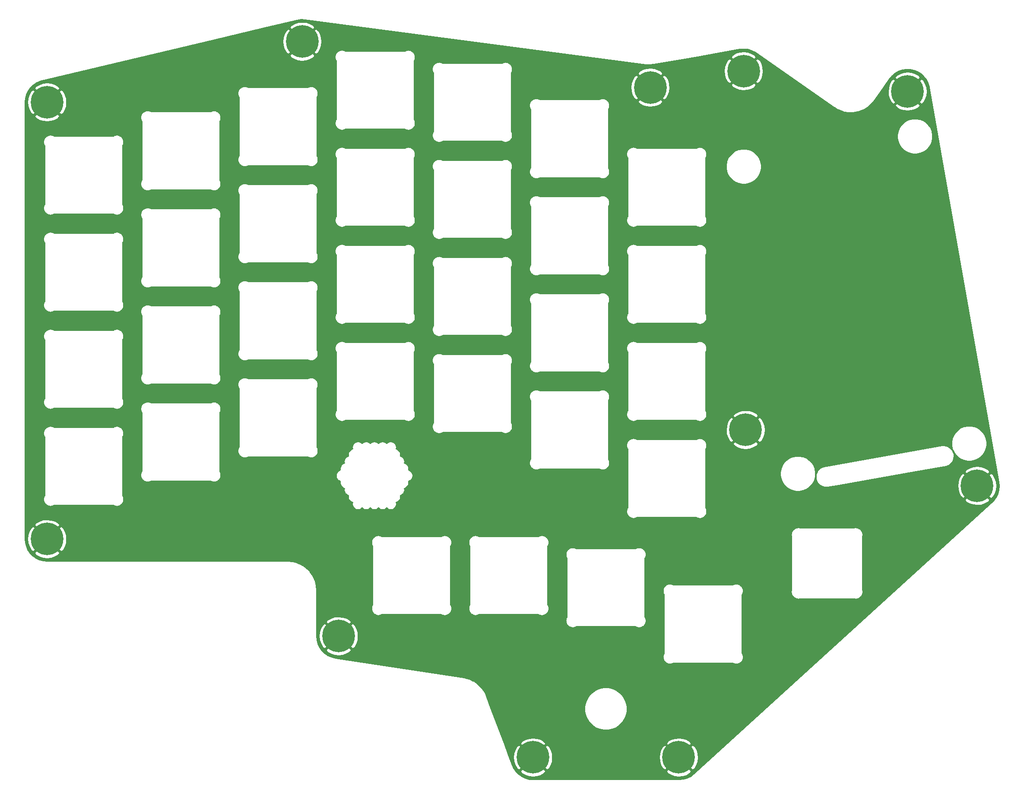
<source format=gbr>
G04 #@! TF.GenerationSoftware,KiCad,Pcbnew,(5.1.9)-1*
G04 #@! TF.CreationDate,2021-04-11T13:59:09+10:00*
G04 #@! TF.ProjectId,ExtraBoard-Plate,45787472-6142-46f6-9172-642d506c6174,rev?*
G04 #@! TF.SameCoordinates,Original*
G04 #@! TF.FileFunction,Copper,L1,Top*
G04 #@! TF.FilePolarity,Positive*
%FSLAX46Y46*%
G04 Gerber Fmt 4.6, Leading zero omitted, Abs format (unit mm)*
G04 Created by KiCad (PCBNEW (5.1.9)-1) date 2021-04-11 13:59:09*
%MOMM*%
%LPD*%
G01*
G04 APERTURE LIST*
G04 #@! TA.AperFunction,ComponentPad*
%ADD10C,6.400000*%
G04 #@! TD*
G04 #@! TA.AperFunction,ComponentPad*
%ADD11C,0.800000*%
G04 #@! TD*
G04 #@! TA.AperFunction,Conductor*
%ADD12C,0.254000*%
G04 #@! TD*
G04 #@! TA.AperFunction,Conductor*
%ADD13C,0.152400*%
G04 #@! TD*
G04 APERTURE END LIST*
D10*
X-7144000Y14288000D03*
D11*
X-4744000Y14288000D03*
X-5446944Y12590944D03*
X-7144000Y11888000D03*
X-8841056Y12590944D03*
X-9544000Y14288000D03*
X-8841056Y15985056D03*
X-7144000Y16688000D03*
X-5446944Y15985056D03*
D10*
X-7144000Y-71438000D03*
D11*
X-4744000Y-71438000D03*
X-5446944Y-73135056D03*
X-7144000Y-73838000D03*
X-8841056Y-73135056D03*
X-9544000Y-71438000D03*
X-8841056Y-69740944D03*
X-7144000Y-69038000D03*
X-5446944Y-69740944D03*
D10*
X175178000Y-60995000D03*
D11*
X177578000Y-60995000D03*
X176875056Y-62692056D03*
X175178000Y-63395000D03*
X173480944Y-62692056D03*
X172778000Y-60995000D03*
X173480944Y-59297944D03*
X175178000Y-58595000D03*
X176875056Y-59297944D03*
D10*
X50006000Y-90487000D03*
D11*
X52406000Y-90487000D03*
X51703056Y-92184056D03*
X50006000Y-92887000D03*
X48308944Y-92184056D03*
X47606000Y-90487000D03*
X48308944Y-88789944D03*
X50006000Y-88087000D03*
X51703056Y-88789944D03*
D10*
X42863000Y26194000D03*
D11*
X45263000Y26194000D03*
X44560056Y24496944D03*
X42863000Y23794000D03*
X41165944Y24496944D03*
X40463000Y26194000D03*
X41165944Y27891056D03*
X42863000Y28594000D03*
X44560056Y27891056D03*
D10*
X88106000Y-114300000D03*
D11*
X90506000Y-114300000D03*
X89803056Y-115997056D03*
X88106000Y-116700000D03*
X86408944Y-115997056D03*
X85706000Y-114300000D03*
X86408944Y-112602944D03*
X88106000Y-111900000D03*
X89803056Y-112602944D03*
D10*
X129777999Y-50006000D03*
D11*
X132177999Y-50006000D03*
X131475055Y-51703056D03*
X129777999Y-52406000D03*
X128080943Y-51703056D03*
X127377999Y-50006000D03*
X128080943Y-48308944D03*
X129777999Y-47606000D03*
X131475055Y-48308944D03*
D10*
X111101000Y17172000D03*
D11*
X113501000Y17172000D03*
X112798056Y15474944D03*
X111101000Y14772000D03*
X109403944Y15474944D03*
X108701000Y17172000D03*
X109403944Y18869056D03*
X111101000Y19572000D03*
X112798056Y18869056D03*
D10*
X161532000Y16393000D03*
D11*
X163932000Y16393000D03*
X163229056Y14695944D03*
X161532000Y13993000D03*
X159834944Y14695944D03*
X159132000Y16393000D03*
X159834944Y18090056D03*
X161532000Y18793000D03*
X163229056Y18090056D03*
D10*
X129393000Y20397000D03*
D11*
X131793000Y20397000D03*
X131090056Y18699944D03*
X129393000Y17997000D03*
X127695944Y18699944D03*
X126993000Y20397000D03*
X127695944Y22094056D03*
X129393000Y22797000D03*
X131090056Y22094056D03*
D10*
X116681000Y-114300000D03*
D11*
X119081000Y-114300000D03*
X118378056Y-115997056D03*
X116681000Y-116700000D03*
X114983944Y-115997056D03*
X114281000Y-114300000D03*
X114983944Y-112602944D03*
X116681000Y-111900000D03*
X118378056Y-112602944D03*
D12*
X43417635Y30472848D02*
X43429831Y30471292D01*
X110171239Y21647578D01*
X110193122Y21646850D01*
X110819366Y21604534D01*
X110832345Y21604814D01*
X110845225Y21603278D01*
X110924057Y21605479D01*
X111806664Y21681146D01*
X111837053Y21683471D01*
X119858570Y23097881D01*
X126871724Y23097881D01*
X129393000Y20576605D01*
X131914276Y23097881D01*
X131554088Y23587548D01*
X130890118Y23947849D01*
X130168615Y24171694D01*
X129417305Y24250480D01*
X128665062Y24181178D01*
X127940792Y23966452D01*
X127272330Y23614555D01*
X127231912Y23587548D01*
X126871724Y23097881D01*
X119858570Y23097881D01*
X128613192Y24641557D01*
X129407592Y24709662D01*
X130170985Y24638844D01*
X130909779Y24433959D01*
X131616864Y24093661D01*
X131877820Y23924842D01*
X147151435Y13230141D01*
X147173311Y13217827D01*
X147795111Y12847161D01*
X147809685Y12840147D01*
X147823217Y12831292D01*
X147894806Y12798212D01*
X148721894Y12472413D01*
X148742573Y12466327D01*
X148762409Y12457907D01*
X148838725Y12438028D01*
X149710434Y12263843D01*
X149731864Y12261515D01*
X149752877Y12256741D01*
X149831507Y12250690D01*
X150720287Y12233624D01*
X150741789Y12235128D01*
X150763318Y12234150D01*
X150841748Y12242117D01*
X150841776Y12242119D01*
X150841785Y12242121D01*
X151719530Y12382714D01*
X151740422Y12388000D01*
X151761786Y12390851D01*
X151837594Y12412588D01*
X152676580Y12706396D01*
X152696209Y12715300D01*
X152716728Y12721888D01*
X152787488Y12756706D01*
X153561184Y13194442D01*
X153578927Y13206682D01*
X153597954Y13216799D01*
X153661430Y13263597D01*
X154177586Y13692119D01*
X159010724Y13692119D01*
X159370912Y13202452D01*
X160034882Y12842151D01*
X160756385Y12618306D01*
X161507695Y12539520D01*
X162259938Y12608822D01*
X162984208Y12823548D01*
X163652670Y13175445D01*
X163693088Y13202452D01*
X164053276Y13692119D01*
X161532000Y16213395D01*
X159010724Y13692119D01*
X154177586Y13692119D01*
X154345383Y13831426D01*
X154360680Y13846616D01*
X154377612Y13859941D01*
X154431798Y13917240D01*
X155002497Y14594967D01*
X155022236Y14617976D01*
X156282139Y16417305D01*
X157678520Y16417305D01*
X157747822Y15665062D01*
X157962548Y14940792D01*
X158314445Y14272330D01*
X158341452Y14231912D01*
X158831119Y13871724D01*
X161352395Y16393000D01*
X161711605Y16393000D01*
X164232881Y13871724D01*
X164722548Y14231912D01*
X165082849Y14895882D01*
X165306694Y15617385D01*
X165385480Y16368695D01*
X165316178Y17120938D01*
X165101452Y17845208D01*
X164749555Y18513670D01*
X164722548Y18554088D01*
X164232881Y18914276D01*
X161711605Y16393000D01*
X161352395Y16393000D01*
X158831119Y18914276D01*
X158341452Y18554088D01*
X157981151Y17890118D01*
X157757306Y17168615D01*
X157678520Y16417305D01*
X156282139Y16417305D01*
X157980344Y18842592D01*
X158191948Y19093881D01*
X159010724Y19093881D01*
X161532000Y16572605D01*
X164053276Y19093881D01*
X163693088Y19583548D01*
X163029118Y19943849D01*
X162307615Y20167694D01*
X161556305Y20246480D01*
X160804062Y20177178D01*
X160079792Y19962452D01*
X159411330Y19610555D01*
X159370912Y19583548D01*
X159010724Y19093881D01*
X158191948Y19093881D01*
X158493918Y19452481D01*
X159083791Y19942203D01*
X159751073Y20319733D01*
X160474663Y20573130D01*
X161231681Y20694385D01*
X161998219Y20679668D01*
X162750028Y20529441D01*
X163463354Y20248454D01*
X164115653Y19845586D01*
X164686294Y19333578D01*
X165157249Y18728610D01*
X165513632Y18049802D01*
X165751221Y17296266D01*
X165783188Y17134818D01*
X179422132Y-60215475D01*
X179490236Y-61009863D01*
X179419418Y-61773255D01*
X179214533Y-62512048D01*
X178882058Y-63202879D01*
X178426255Y-63832547D01*
X178069626Y-64197625D01*
X119610144Y-117468869D01*
X118975425Y-117951368D01*
X118292563Y-118299926D01*
X117558771Y-118522049D01*
X116771412Y-118613725D01*
X116676646Y-118615000D01*
X88136755Y-118615000D01*
X87342613Y-118544125D01*
X86603110Y-118341820D01*
X85911122Y-118011758D01*
X85288517Y-117564371D01*
X84754984Y-117013808D01*
X84746298Y-117000881D01*
X85584724Y-117000881D01*
X85944912Y-117490548D01*
X86608882Y-117850849D01*
X87330385Y-118074694D01*
X88081695Y-118153480D01*
X88833938Y-118084178D01*
X89558208Y-117869452D01*
X90226670Y-117517555D01*
X90267088Y-117490548D01*
X90627276Y-117000881D01*
X114159724Y-117000881D01*
X114519912Y-117490548D01*
X115183882Y-117850849D01*
X115905385Y-118074694D01*
X116656695Y-118153480D01*
X117408938Y-118084178D01*
X118133208Y-117869452D01*
X118801670Y-117517555D01*
X118842088Y-117490548D01*
X119202276Y-117000881D01*
X116681000Y-114479605D01*
X114159724Y-117000881D01*
X90627276Y-117000881D01*
X88106000Y-114479605D01*
X85584724Y-117000881D01*
X84746298Y-117000881D01*
X84324087Y-116372564D01*
X84057328Y-115792002D01*
X83488713Y-114275695D01*
X84252520Y-114275695D01*
X84321822Y-115027938D01*
X84536548Y-115752208D01*
X84888445Y-116420670D01*
X84915452Y-116461088D01*
X85405119Y-116821276D01*
X87926395Y-114300000D01*
X88285605Y-114300000D01*
X90806881Y-116821276D01*
X91296548Y-116461088D01*
X91656849Y-115797118D01*
X91880694Y-115075615D01*
X91959480Y-114324305D01*
X91955002Y-114275695D01*
X112827520Y-114275695D01*
X112896822Y-115027938D01*
X113111548Y-115752208D01*
X113463445Y-116420670D01*
X113490452Y-116461088D01*
X113980119Y-116821276D01*
X116501395Y-114300000D01*
X116860605Y-114300000D01*
X119381881Y-116821276D01*
X119871548Y-116461088D01*
X120231849Y-115797118D01*
X120455694Y-115075615D01*
X120534480Y-114324305D01*
X120465178Y-113572062D01*
X120250452Y-112847792D01*
X119898555Y-112179330D01*
X119871548Y-112138912D01*
X119381881Y-111778724D01*
X116860605Y-114300000D01*
X116501395Y-114300000D01*
X113980119Y-111778724D01*
X113490452Y-112138912D01*
X113130151Y-112802882D01*
X112906306Y-113524385D01*
X112827520Y-114275695D01*
X91955002Y-114275695D01*
X91890178Y-113572062D01*
X91675452Y-112847792D01*
X91323555Y-112179330D01*
X91296548Y-112138912D01*
X90806881Y-111778724D01*
X88285605Y-114300000D01*
X87926395Y-114300000D01*
X85405119Y-111778724D01*
X84915452Y-112138912D01*
X84555151Y-112802882D01*
X84331306Y-113524385D01*
X84252520Y-114275695D01*
X83488713Y-114275695D01*
X82484997Y-111599119D01*
X85584724Y-111599119D01*
X88106000Y-114120395D01*
X90627276Y-111599119D01*
X114159724Y-111599119D01*
X116681000Y-114120395D01*
X119202276Y-111599119D01*
X118842088Y-111109452D01*
X118178118Y-110749151D01*
X117456615Y-110525306D01*
X116705305Y-110446520D01*
X115953062Y-110515822D01*
X115228792Y-110730548D01*
X114560330Y-111082445D01*
X114519912Y-111109452D01*
X114159724Y-111599119D01*
X90627276Y-111599119D01*
X90267088Y-111109452D01*
X89603118Y-110749151D01*
X88881615Y-110525306D01*
X88130305Y-110446520D01*
X87378062Y-110515822D01*
X86653792Y-110730548D01*
X85985330Y-111082445D01*
X85944912Y-111109452D01*
X85584724Y-111599119D01*
X82484997Y-111599119D01*
X79771392Y-104362838D01*
X98209248Y-104362838D01*
X98209248Y-105187162D01*
X98370066Y-105995647D01*
X98685521Y-106757223D01*
X99143491Y-107442624D01*
X99726376Y-108025509D01*
X100411777Y-108483479D01*
X101173353Y-108798934D01*
X101981838Y-108959752D01*
X102806162Y-108959752D01*
X103614647Y-108798934D01*
X104376223Y-108483479D01*
X105061624Y-108025509D01*
X105644509Y-107442624D01*
X106102479Y-106757223D01*
X106417934Y-105995647D01*
X106578752Y-105187162D01*
X106578752Y-104362838D01*
X106417934Y-103554353D01*
X106102479Y-102792777D01*
X105644509Y-102107376D01*
X105061624Y-101524491D01*
X104376223Y-101066521D01*
X103614647Y-100751066D01*
X102806162Y-100590248D01*
X101981838Y-100590248D01*
X101173353Y-100751066D01*
X100411777Y-101066521D01*
X99726376Y-101524491D01*
X99143491Y-102107376D01*
X98685521Y-102792777D01*
X98370066Y-103554353D01*
X98209248Y-104362838D01*
X79771392Y-104362838D01*
X78966246Y-102215783D01*
X78953466Y-102189789D01*
X78592796Y-101430390D01*
X78582616Y-101413111D01*
X78574573Y-101394749D01*
X78532720Y-101327908D01*
X78018356Y-100602891D01*
X78004372Y-100586491D01*
X77992366Y-100568593D01*
X77939338Y-100510221D01*
X77304713Y-99887748D01*
X77288045Y-99874083D01*
X77273060Y-99858595D01*
X77210533Y-99810536D01*
X76475708Y-99310284D01*
X76456888Y-99299789D01*
X76439394Y-99287197D01*
X76369344Y-99250970D01*
X75557546Y-98888750D01*
X75537156Y-98881751D01*
X75517716Y-98872459D01*
X75442368Y-98849212D01*
X75442359Y-98849209D01*
X75442356Y-98849209D01*
X74582308Y-98637226D01*
X74552729Y-98629647D01*
X49380294Y-94756966D01*
X48606143Y-94566155D01*
X47906001Y-94253755D01*
X47272248Y-93822311D01*
X46724915Y-93285458D01*
X46655689Y-93187881D01*
X47484724Y-93187881D01*
X47844912Y-93677548D01*
X48508882Y-94037849D01*
X49230385Y-94261694D01*
X49981695Y-94340480D01*
X50733938Y-94271178D01*
X51458208Y-94056452D01*
X52126670Y-93704555D01*
X52167088Y-93677548D01*
X52527276Y-93187881D01*
X50006000Y-90666605D01*
X47484724Y-93187881D01*
X46655689Y-93187881D01*
X46281299Y-92660163D01*
X45955423Y-91966192D01*
X45757321Y-91224474D01*
X45691653Y-90462695D01*
X46152520Y-90462695D01*
X46221822Y-91214938D01*
X46436548Y-91939208D01*
X46788445Y-92607670D01*
X46815452Y-92648088D01*
X47305119Y-93008276D01*
X49826395Y-90487000D01*
X50185605Y-90487000D01*
X52706881Y-93008276D01*
X53196548Y-92648088D01*
X53556849Y-91984118D01*
X53780694Y-91262615D01*
X53859480Y-90511305D01*
X53790178Y-89759062D01*
X53575452Y-89034792D01*
X53223555Y-88366330D01*
X53196548Y-88325912D01*
X52706881Y-87965724D01*
X50185605Y-90487000D01*
X49826395Y-90487000D01*
X47305119Y-87965724D01*
X46815452Y-88325912D01*
X46455151Y-88989882D01*
X46231306Y-89711385D01*
X46152520Y-90462695D01*
X45691653Y-90462695D01*
X45691250Y-90458027D01*
X45691250Y-87786119D01*
X47484724Y-87786119D01*
X50006000Y-90307395D01*
X52527276Y-87786119D01*
X52167088Y-87296452D01*
X51503118Y-86936151D01*
X50781615Y-86712306D01*
X50030305Y-86633520D01*
X49278062Y-86702822D01*
X48553792Y-86917548D01*
X47885330Y-87269445D01*
X47844912Y-87296452D01*
X47484724Y-87786119D01*
X45691250Y-87786119D01*
X45691248Y-81403853D01*
X45688788Y-81378880D01*
X45635771Y-80656917D01*
X45633157Y-80640954D01*
X45632649Y-80624791D01*
X45618684Y-80547175D01*
X45411164Y-79682794D01*
X45404290Y-79662368D01*
X45399809Y-79641287D01*
X45372320Y-79567370D01*
X45015012Y-78753398D01*
X45004626Y-78734506D01*
X44996485Y-78714557D01*
X44956341Y-78646676D01*
X44460537Y-77908843D01*
X44446972Y-77892092D01*
X44435426Y-77873898D01*
X44383896Y-77814199D01*
X43765269Y-77175825D01*
X43748953Y-77161742D01*
X43734366Y-77145878D01*
X43673078Y-77096248D01*
X42951183Y-76577514D01*
X42932630Y-76566542D01*
X42915465Y-76553513D01*
X42846357Y-76515520D01*
X42044010Y-76132820D01*
X42023809Y-76125307D01*
X42004606Y-76115523D01*
X41929863Y-76090369D01*
X41072427Y-75855801D01*
X41051210Y-75851984D01*
X41030583Y-75845756D01*
X40952572Y-75834236D01*
X40952567Y-75834235D01*
X40952566Y-75834235D01*
X40070328Y-75755497D01*
X40039897Y-75752500D01*
X-7113244Y-75752500D01*
X-7907386Y-75681625D01*
X-8646889Y-75479320D01*
X-9338877Y-75149258D01*
X-9961482Y-74701871D01*
X-10495015Y-74151308D01*
X-10503365Y-74138881D01*
X-9665276Y-74138881D01*
X-9305088Y-74628548D01*
X-8641118Y-74988849D01*
X-7919615Y-75212694D01*
X-7168305Y-75291480D01*
X-6416062Y-75222178D01*
X-5691792Y-75007452D01*
X-5023330Y-74655555D01*
X-4982912Y-74628548D01*
X-4622724Y-74138881D01*
X-7144000Y-71617605D01*
X-9665276Y-74138881D01*
X-10503365Y-74138881D01*
X-10922625Y-73514956D01*
X-11230791Y-72812937D01*
X-11411031Y-72062181D01*
X-11458653Y-71413695D01*
X-10997480Y-71413695D01*
X-10928178Y-72165938D01*
X-10713452Y-72890208D01*
X-10361555Y-73558670D01*
X-10334548Y-73599088D01*
X-9844881Y-73959276D01*
X-7323605Y-71438000D01*
X-6964395Y-71438000D01*
X-4443119Y-73959276D01*
X-3953452Y-73599088D01*
X-3593151Y-72935118D01*
X-3369306Y-72213615D01*
X-3361919Y-72143169D01*
X56404505Y-72143169D01*
X56405405Y-72152691D01*
X56419351Y-72289988D01*
X56431627Y-72350872D01*
X56443043Y-72411873D01*
X56445775Y-72421039D01*
X56486123Y-72553012D01*
X56509987Y-72610341D01*
X56533038Y-72667974D01*
X56537499Y-72676435D01*
X56602712Y-72798056D01*
X56609001Y-72807450D01*
X56609000Y-84354674D01*
X56597278Y-84372184D01*
X56592817Y-84380644D01*
X56529308Y-84503166D01*
X56506253Y-84560806D01*
X56482391Y-84618132D01*
X56479659Y-84627298D01*
X56441158Y-84759822D01*
X56429735Y-84820862D01*
X56417467Y-84881703D01*
X56416567Y-84891224D01*
X56404539Y-85028702D01*
X56405189Y-85090763D01*
X56404972Y-85152868D01*
X56405938Y-85162383D01*
X56420842Y-85299579D01*
X56433543Y-85360374D01*
X56445386Y-85421300D01*
X56448182Y-85430446D01*
X56489451Y-85562134D01*
X56513711Y-85619286D01*
X56537168Y-85676765D01*
X56541687Y-85685194D01*
X56607748Y-85806358D01*
X56642651Y-85857716D01*
X56676822Y-85909538D01*
X56682893Y-85916929D01*
X56771230Y-86022954D01*
X56815431Y-86066542D01*
X56859024Y-86110749D01*
X56866415Y-86116820D01*
X56973663Y-86203669D01*
X57025517Y-86237861D01*
X57076851Y-86272747D01*
X57085279Y-86277267D01*
X57207355Y-86341629D01*
X57264854Y-86365093D01*
X57321983Y-86389343D01*
X57331130Y-86392140D01*
X57463382Y-86431566D01*
X57524325Y-86443412D01*
X57585099Y-86456108D01*
X57594615Y-86457075D01*
X57732004Y-86470062D01*
X57794108Y-86469845D01*
X57856169Y-86470495D01*
X57865691Y-86469595D01*
X57865693Y-86469595D01*
X58002988Y-86455649D01*
X58063872Y-86443373D01*
X58124873Y-86431957D01*
X58134039Y-86429225D01*
X58266012Y-86388877D01*
X58323341Y-86365013D01*
X58380974Y-86341962D01*
X58389435Y-86337501D01*
X58511056Y-86272288D01*
X58520449Y-86266000D01*
X70067674Y-86266000D01*
X70085184Y-86277722D01*
X70093637Y-86282179D01*
X70093642Y-86282182D01*
X70093645Y-86282183D01*
X70216166Y-86345692D01*
X70273806Y-86368747D01*
X70331132Y-86392609D01*
X70340292Y-86395339D01*
X70340294Y-86395340D01*
X70340296Y-86395340D01*
X70340298Y-86395341D01*
X70472821Y-86433842D01*
X70533835Y-86445260D01*
X70594702Y-86457533D01*
X70604224Y-86458433D01*
X70741702Y-86470461D01*
X70803763Y-86469811D01*
X70865868Y-86470028D01*
X70875383Y-86469062D01*
X71012579Y-86454158D01*
X71073374Y-86441457D01*
X71134300Y-86429614D01*
X71143446Y-86426818D01*
X71275134Y-86385549D01*
X71332286Y-86361289D01*
X71389765Y-86337832D01*
X71398194Y-86333313D01*
X71519358Y-86267252D01*
X71570716Y-86232349D01*
X71622538Y-86198178D01*
X71629929Y-86192107D01*
X71735954Y-86103770D01*
X71779542Y-86059569D01*
X71823749Y-86015976D01*
X71829820Y-86008585D01*
X71916669Y-85901337D01*
X71950861Y-85849483D01*
X71985747Y-85798149D01*
X71990267Y-85789721D01*
X72054629Y-85667645D01*
X72078093Y-85610146D01*
X72102343Y-85553017D01*
X72105140Y-85543870D01*
X72144566Y-85411618D01*
X72156412Y-85350675D01*
X72169108Y-85289901D01*
X72170075Y-85280385D01*
X72183062Y-85142996D01*
X72182845Y-85080891D01*
X72183495Y-85018830D01*
X72182595Y-85009309D01*
X72168649Y-84872012D01*
X72156373Y-84811128D01*
X72144957Y-84750127D01*
X72142225Y-84740961D01*
X72101877Y-84608988D01*
X72078005Y-84551639D01*
X72054961Y-84494025D01*
X72050501Y-84485565D01*
X71985288Y-84363943D01*
X71979000Y-84354550D01*
X71979000Y-72807326D01*
X71990722Y-72789816D01*
X71995179Y-72781363D01*
X71995182Y-72781358D01*
X71995184Y-72781353D01*
X72058692Y-72658834D01*
X72081747Y-72601194D01*
X72105609Y-72543868D01*
X72108341Y-72534702D01*
X72146842Y-72402179D01*
X72158260Y-72341165D01*
X72170533Y-72280298D01*
X72171433Y-72270776D01*
X72182597Y-72143169D01*
X75454505Y-72143169D01*
X75455405Y-72152691D01*
X75469351Y-72289988D01*
X75481627Y-72350872D01*
X75493043Y-72411873D01*
X75495775Y-72421039D01*
X75536123Y-72553012D01*
X75559987Y-72610341D01*
X75583038Y-72667974D01*
X75587499Y-72676435D01*
X75652712Y-72798056D01*
X75659001Y-72807450D01*
X75659000Y-84354674D01*
X75647278Y-84372184D01*
X75642817Y-84380644D01*
X75579308Y-84503166D01*
X75556253Y-84560806D01*
X75532391Y-84618132D01*
X75529659Y-84627298D01*
X75491158Y-84759822D01*
X75479735Y-84820862D01*
X75467467Y-84881703D01*
X75466567Y-84891224D01*
X75454539Y-85028702D01*
X75455189Y-85090763D01*
X75454972Y-85152868D01*
X75455938Y-85162383D01*
X75470842Y-85299579D01*
X75483543Y-85360374D01*
X75495386Y-85421300D01*
X75498182Y-85430446D01*
X75539451Y-85562134D01*
X75563711Y-85619286D01*
X75587168Y-85676765D01*
X75591687Y-85685194D01*
X75657748Y-85806358D01*
X75692651Y-85857716D01*
X75726822Y-85909538D01*
X75732893Y-85916929D01*
X75821230Y-86022954D01*
X75865431Y-86066542D01*
X75909024Y-86110749D01*
X75916415Y-86116820D01*
X76023663Y-86203669D01*
X76075517Y-86237861D01*
X76126851Y-86272747D01*
X76135279Y-86277267D01*
X76257355Y-86341629D01*
X76314854Y-86365093D01*
X76371983Y-86389343D01*
X76381130Y-86392140D01*
X76513382Y-86431566D01*
X76574325Y-86443412D01*
X76635099Y-86456108D01*
X76644615Y-86457075D01*
X76782004Y-86470062D01*
X76844108Y-86469845D01*
X76906169Y-86470495D01*
X76915691Y-86469595D01*
X76915693Y-86469595D01*
X77052988Y-86455649D01*
X77113872Y-86443373D01*
X77174873Y-86431957D01*
X77184039Y-86429225D01*
X77316012Y-86388877D01*
X77373341Y-86365013D01*
X77430974Y-86341962D01*
X77439435Y-86337501D01*
X77561056Y-86272288D01*
X77570449Y-86266000D01*
X89117674Y-86266000D01*
X89135184Y-86277722D01*
X89143637Y-86282179D01*
X89143642Y-86282182D01*
X89143645Y-86282183D01*
X89266166Y-86345692D01*
X89323806Y-86368747D01*
X89381132Y-86392609D01*
X89390292Y-86395339D01*
X89390294Y-86395340D01*
X89390296Y-86395340D01*
X89390298Y-86395341D01*
X89522821Y-86433842D01*
X89583835Y-86445260D01*
X89644702Y-86457533D01*
X89654224Y-86458433D01*
X89791702Y-86470461D01*
X89853763Y-86469811D01*
X89915868Y-86470028D01*
X89925383Y-86469062D01*
X90062579Y-86454158D01*
X90123374Y-86441457D01*
X90184300Y-86429614D01*
X90193446Y-86426818D01*
X90325134Y-86385549D01*
X90382286Y-86361289D01*
X90439765Y-86337832D01*
X90448194Y-86333313D01*
X90569358Y-86267252D01*
X90620716Y-86232349D01*
X90672538Y-86198178D01*
X90679929Y-86192107D01*
X90785954Y-86103770D01*
X90829542Y-86059569D01*
X90873749Y-86015976D01*
X90879820Y-86008585D01*
X90966669Y-85901337D01*
X91000861Y-85849483D01*
X91035747Y-85798149D01*
X91040267Y-85789721D01*
X91104629Y-85667645D01*
X91128093Y-85610146D01*
X91152343Y-85553017D01*
X91155140Y-85543870D01*
X91194566Y-85411618D01*
X91206412Y-85350675D01*
X91219108Y-85289901D01*
X91220075Y-85280385D01*
X91233062Y-85142996D01*
X91232845Y-85080891D01*
X91233495Y-85018830D01*
X91232595Y-85009309D01*
X91218649Y-84872012D01*
X91206373Y-84811128D01*
X91194957Y-84750127D01*
X91192225Y-84740961D01*
X91151877Y-84608988D01*
X91128005Y-84551639D01*
X91104961Y-84494025D01*
X91100501Y-84485565D01*
X91035288Y-84363943D01*
X91029000Y-84354550D01*
X91029000Y-74525169D01*
X94504505Y-74525169D01*
X94505405Y-74534691D01*
X94519351Y-74671988D01*
X94531627Y-74732872D01*
X94543043Y-74793873D01*
X94545775Y-74803039D01*
X94586123Y-74935012D01*
X94609987Y-74992341D01*
X94633038Y-75049974D01*
X94637499Y-75058435D01*
X94702712Y-75180056D01*
X94709001Y-75189450D01*
X94709000Y-86736674D01*
X94697278Y-86754184D01*
X94692817Y-86762644D01*
X94629308Y-86885166D01*
X94606253Y-86942806D01*
X94582391Y-87000132D01*
X94579659Y-87009298D01*
X94541158Y-87141822D01*
X94529735Y-87202862D01*
X94517467Y-87263703D01*
X94516567Y-87273224D01*
X94504539Y-87410702D01*
X94505189Y-87472763D01*
X94504972Y-87534868D01*
X94505938Y-87544383D01*
X94520842Y-87681579D01*
X94533543Y-87742374D01*
X94545386Y-87803300D01*
X94548182Y-87812446D01*
X94589451Y-87944134D01*
X94613711Y-88001286D01*
X94637168Y-88058765D01*
X94641687Y-88067194D01*
X94707748Y-88188358D01*
X94742651Y-88239716D01*
X94776822Y-88291538D01*
X94782893Y-88298929D01*
X94871230Y-88404954D01*
X94915431Y-88448542D01*
X94959024Y-88492749D01*
X94966415Y-88498820D01*
X95073663Y-88585669D01*
X95125517Y-88619861D01*
X95176851Y-88654747D01*
X95185279Y-88659267D01*
X95307355Y-88723629D01*
X95364854Y-88747093D01*
X95421983Y-88771343D01*
X95431130Y-88774140D01*
X95563382Y-88813566D01*
X95624325Y-88825412D01*
X95685099Y-88838108D01*
X95694615Y-88839075D01*
X95832004Y-88852062D01*
X95894108Y-88851845D01*
X95956169Y-88852495D01*
X95965691Y-88851595D01*
X95965693Y-88851595D01*
X96102988Y-88837649D01*
X96163872Y-88825373D01*
X96224873Y-88813957D01*
X96234039Y-88811225D01*
X96366012Y-88770877D01*
X96423341Y-88747013D01*
X96480974Y-88723962D01*
X96489435Y-88719501D01*
X96611056Y-88654288D01*
X96620449Y-88648000D01*
X108167674Y-88648000D01*
X108185184Y-88659722D01*
X108193637Y-88664179D01*
X108193642Y-88664182D01*
X108193645Y-88664183D01*
X108316166Y-88727692D01*
X108373806Y-88750747D01*
X108431132Y-88774609D01*
X108440292Y-88777339D01*
X108440294Y-88777340D01*
X108440296Y-88777340D01*
X108440298Y-88777341D01*
X108572821Y-88815842D01*
X108633835Y-88827260D01*
X108694702Y-88839533D01*
X108704224Y-88840433D01*
X108841702Y-88852461D01*
X108903763Y-88851811D01*
X108965868Y-88852028D01*
X108975383Y-88851062D01*
X109112579Y-88836158D01*
X109173374Y-88823457D01*
X109234300Y-88811614D01*
X109243446Y-88808818D01*
X109375134Y-88767549D01*
X109432286Y-88743289D01*
X109489765Y-88719832D01*
X109498194Y-88715313D01*
X109619358Y-88649252D01*
X109670716Y-88614349D01*
X109722538Y-88580178D01*
X109729929Y-88574107D01*
X109835954Y-88485770D01*
X109879542Y-88441569D01*
X109923749Y-88397976D01*
X109929820Y-88390585D01*
X110016669Y-88283337D01*
X110050861Y-88231483D01*
X110085747Y-88180149D01*
X110090267Y-88171721D01*
X110154629Y-88049645D01*
X110178093Y-87992146D01*
X110202343Y-87935017D01*
X110205140Y-87925870D01*
X110244566Y-87793618D01*
X110256412Y-87732675D01*
X110269108Y-87671901D01*
X110270075Y-87662385D01*
X110283062Y-87524996D01*
X110282845Y-87462891D01*
X110283495Y-87400830D01*
X110282595Y-87391309D01*
X110268649Y-87254012D01*
X110256373Y-87193128D01*
X110244957Y-87132127D01*
X110242225Y-87122961D01*
X110201877Y-86990988D01*
X110178005Y-86933639D01*
X110154961Y-86876025D01*
X110150501Y-86867565D01*
X110085288Y-86745943D01*
X110079000Y-86736550D01*
X110079000Y-81668169D01*
X113554505Y-81668169D01*
X113555405Y-81677691D01*
X113569351Y-81814988D01*
X113581627Y-81875872D01*
X113593043Y-81936873D01*
X113595775Y-81946039D01*
X113636123Y-82078012D01*
X113659987Y-82135341D01*
X113683038Y-82192974D01*
X113687499Y-82201435D01*
X113752712Y-82323056D01*
X113759001Y-82332450D01*
X113759000Y-93879674D01*
X113747278Y-93897184D01*
X113742817Y-93905644D01*
X113679308Y-94028166D01*
X113656253Y-94085806D01*
X113632391Y-94143132D01*
X113629659Y-94152298D01*
X113591158Y-94284822D01*
X113579735Y-94345862D01*
X113567467Y-94406703D01*
X113566567Y-94416224D01*
X113554539Y-94553702D01*
X113555189Y-94615763D01*
X113554972Y-94677868D01*
X113555938Y-94687383D01*
X113570842Y-94824579D01*
X113583543Y-94885374D01*
X113595386Y-94946300D01*
X113598182Y-94955446D01*
X113639451Y-95087134D01*
X113663711Y-95144286D01*
X113687168Y-95201765D01*
X113691687Y-95210194D01*
X113757748Y-95331358D01*
X113792651Y-95382716D01*
X113826822Y-95434538D01*
X113832893Y-95441929D01*
X113921230Y-95547954D01*
X113965431Y-95591542D01*
X114009024Y-95635749D01*
X114016415Y-95641820D01*
X114123663Y-95728669D01*
X114175517Y-95762861D01*
X114226851Y-95797747D01*
X114235279Y-95802267D01*
X114357355Y-95866629D01*
X114414854Y-95890093D01*
X114471983Y-95914343D01*
X114481130Y-95917140D01*
X114613382Y-95956566D01*
X114674325Y-95968412D01*
X114735099Y-95981108D01*
X114744615Y-95982075D01*
X114882004Y-95995062D01*
X114944108Y-95994845D01*
X115006169Y-95995495D01*
X115015691Y-95994595D01*
X115015693Y-95994595D01*
X115152988Y-95980649D01*
X115213872Y-95968373D01*
X115274873Y-95956957D01*
X115284039Y-95954225D01*
X115416012Y-95913877D01*
X115473341Y-95890013D01*
X115530974Y-95866962D01*
X115539435Y-95862501D01*
X115661056Y-95797288D01*
X115670449Y-95791000D01*
X127217674Y-95791000D01*
X127235184Y-95802722D01*
X127243637Y-95807179D01*
X127243642Y-95807182D01*
X127243645Y-95807183D01*
X127366166Y-95870692D01*
X127423806Y-95893747D01*
X127481132Y-95917609D01*
X127490292Y-95920339D01*
X127490294Y-95920340D01*
X127490296Y-95920340D01*
X127490298Y-95920341D01*
X127622821Y-95958842D01*
X127683835Y-95970260D01*
X127744702Y-95982533D01*
X127754224Y-95983433D01*
X127891702Y-95995461D01*
X127953763Y-95994811D01*
X128015868Y-95995028D01*
X128025383Y-95994062D01*
X128162579Y-95979158D01*
X128223374Y-95966457D01*
X128284300Y-95954614D01*
X128293446Y-95951818D01*
X128425134Y-95910549D01*
X128482286Y-95886289D01*
X128539765Y-95862832D01*
X128548194Y-95858313D01*
X128669358Y-95792252D01*
X128720716Y-95757349D01*
X128772538Y-95723178D01*
X128779929Y-95717107D01*
X128885954Y-95628770D01*
X128929542Y-95584569D01*
X128973749Y-95540976D01*
X128979820Y-95533585D01*
X129066669Y-95426337D01*
X129100861Y-95374483D01*
X129135747Y-95323149D01*
X129140267Y-95314721D01*
X129204629Y-95192645D01*
X129228093Y-95135146D01*
X129252343Y-95078017D01*
X129255140Y-95068870D01*
X129294566Y-94936618D01*
X129306412Y-94875675D01*
X129319108Y-94814901D01*
X129320075Y-94805385D01*
X129333062Y-94667996D01*
X129332845Y-94605891D01*
X129333495Y-94543830D01*
X129332595Y-94534309D01*
X129318649Y-94397012D01*
X129306373Y-94336128D01*
X129294957Y-94275127D01*
X129292225Y-94265961D01*
X129251877Y-94133988D01*
X129228005Y-94076639D01*
X129204961Y-94019025D01*
X129200501Y-94010565D01*
X129135288Y-93888943D01*
X129129000Y-93879550D01*
X129129000Y-82332326D01*
X129140722Y-82314816D01*
X129145179Y-82306363D01*
X129145182Y-82306358D01*
X129145184Y-82306353D01*
X129208692Y-82183834D01*
X129231747Y-82126194D01*
X129255609Y-82068868D01*
X129258341Y-82059702D01*
X129296842Y-81927179D01*
X129308260Y-81866165D01*
X129320533Y-81805298D01*
X129321433Y-81795776D01*
X129324269Y-81763360D01*
X138688609Y-81763360D01*
X138689907Y-81825409D01*
X138690340Y-81887520D01*
X138691406Y-81897025D01*
X138709002Y-82044613D01*
X138722329Y-82105233D01*
X138734813Y-82166058D01*
X138737705Y-82175175D01*
X138783630Y-82316536D01*
X138808496Y-82373457D01*
X138832546Y-82430671D01*
X138837153Y-82439053D01*
X138909663Y-82568800D01*
X138945103Y-82619793D01*
X138979807Y-82671247D01*
X138985954Y-82678574D01*
X139082283Y-82791767D01*
X139126947Y-82834901D01*
X139171000Y-82878649D01*
X139178454Y-82884642D01*
X139294936Y-82976968D01*
X139347111Y-83010594D01*
X139398826Y-83044955D01*
X139407302Y-83049387D01*
X139539496Y-83117331D01*
X139597254Y-83140201D01*
X139654627Y-83163849D01*
X139663802Y-83166550D01*
X139806677Y-83207522D01*
X139867713Y-83218726D01*
X139928641Y-83230791D01*
X139938166Y-83231658D01*
X140086280Y-83244099D01*
X140148375Y-83243234D01*
X140210441Y-83243235D01*
X140219953Y-83242236D01*
X140219956Y-83242236D01*
X140219959Y-83242235D01*
X140367661Y-83225672D01*
X140428411Y-83212761D01*
X140489295Y-83200707D01*
X140498425Y-83197881D01*
X140498429Y-83197880D01*
X140498432Y-83197879D01*
X140539034Y-83185000D01*
X150927816Y-83185000D01*
X151016509Y-83209766D01*
X151077654Y-83220549D01*
X151138634Y-83232183D01*
X151148164Y-83232984D01*
X151296360Y-83244391D01*
X151358409Y-83243093D01*
X151420520Y-83242660D01*
X151430025Y-83241594D01*
X151577613Y-83223998D01*
X151638233Y-83210671D01*
X151699058Y-83198187D01*
X151708175Y-83195295D01*
X151849536Y-83149370D01*
X151906457Y-83124504D01*
X151963671Y-83100454D01*
X151972053Y-83095847D01*
X152101800Y-83023337D01*
X152152793Y-82987897D01*
X152204247Y-82953193D01*
X152211574Y-82947046D01*
X152324767Y-82850717D01*
X152367901Y-82806053D01*
X152411649Y-82762000D01*
X152417642Y-82754546D01*
X152509968Y-82638064D01*
X152543594Y-82585889D01*
X152577955Y-82534174D01*
X152582387Y-82525698D01*
X152650331Y-82393504D01*
X152673201Y-82335746D01*
X152696849Y-82278373D01*
X152699550Y-82269198D01*
X152740522Y-82126323D01*
X152751726Y-82065287D01*
X152763791Y-82004359D01*
X152764658Y-81994834D01*
X152777099Y-81846720D01*
X152776234Y-81784625D01*
X152776235Y-81722560D01*
X152775236Y-81713048D01*
X152758672Y-81565339D01*
X152745761Y-81504589D01*
X152733707Y-81443705D01*
X152730879Y-81434568D01*
X152718000Y-81393965D01*
X152718000Y-71005184D01*
X152742766Y-70916491D01*
X152753549Y-70855346D01*
X152765183Y-70794366D01*
X152765984Y-70784836D01*
X152777391Y-70636640D01*
X152776093Y-70574591D01*
X152775660Y-70512479D01*
X152774594Y-70502975D01*
X152756998Y-70355387D01*
X152743671Y-70294767D01*
X152731187Y-70233942D01*
X152728295Y-70224825D01*
X152682369Y-70083464D01*
X152657517Y-70026575D01*
X152633454Y-69969329D01*
X152628847Y-69960947D01*
X152556337Y-69831200D01*
X152520903Y-69780216D01*
X152486194Y-69728754D01*
X152480046Y-69721427D01*
X152383717Y-69608233D01*
X152339017Y-69565064D01*
X152294999Y-69521351D01*
X152287557Y-69515367D01*
X152287552Y-69515362D01*
X152287546Y-69515358D01*
X152171064Y-69423032D01*
X152118892Y-69389408D01*
X152067174Y-69355044D01*
X152058698Y-69350613D01*
X152058694Y-69350611D01*
X152058691Y-69350609D01*
X152058688Y-69350608D01*
X151926503Y-69282669D01*
X151868744Y-69259798D01*
X151811374Y-69236151D01*
X151802209Y-69233453D01*
X151802204Y-69233451D01*
X151802200Y-69233450D01*
X151659323Y-69192478D01*
X151598293Y-69181276D01*
X151537359Y-69169209D01*
X151527834Y-69168342D01*
X151379721Y-69155901D01*
X151317626Y-69156766D01*
X151255560Y-69156765D01*
X151246048Y-69157764D01*
X151246045Y-69157764D01*
X151246042Y-69157765D01*
X151098339Y-69174328D01*
X151037589Y-69187239D01*
X150976705Y-69199293D01*
X150967568Y-69202121D01*
X150926965Y-69215000D01*
X140538184Y-69215000D01*
X140449490Y-69190234D01*
X140388346Y-69179451D01*
X140327366Y-69167817D01*
X140317835Y-69167016D01*
X140169640Y-69155609D01*
X140107591Y-69156907D01*
X140045479Y-69157340D01*
X140035975Y-69158406D01*
X139888387Y-69176002D01*
X139827767Y-69189329D01*
X139766942Y-69201813D01*
X139757825Y-69204705D01*
X139616464Y-69250631D01*
X139559575Y-69275483D01*
X139502329Y-69299546D01*
X139493947Y-69304153D01*
X139364200Y-69376663D01*
X139313216Y-69412097D01*
X139261754Y-69446806D01*
X139254427Y-69452954D01*
X139141233Y-69549283D01*
X139098064Y-69593983D01*
X139054351Y-69638001D01*
X139048367Y-69645443D01*
X139048362Y-69645448D01*
X139048359Y-69645453D01*
X139048358Y-69645454D01*
X138956032Y-69761936D01*
X138922408Y-69814108D01*
X138888044Y-69865826D01*
X138883613Y-69874302D01*
X138815669Y-70006497D01*
X138792798Y-70064256D01*
X138769151Y-70121626D01*
X138766450Y-70130801D01*
X138725478Y-70273677D01*
X138714276Y-70334707D01*
X138702209Y-70395641D01*
X138701342Y-70405166D01*
X138688901Y-70553279D01*
X138689766Y-70615374D01*
X138689765Y-70677441D01*
X138690764Y-70686953D01*
X138707328Y-70834661D01*
X138720236Y-70895396D01*
X138732293Y-70956295D01*
X138735121Y-70965431D01*
X138748001Y-71006037D01*
X138748000Y-81394816D01*
X138723234Y-81483510D01*
X138712451Y-81544654D01*
X138700817Y-81605634D01*
X138700016Y-81615165D01*
X138688609Y-81763360D01*
X129324269Y-81763360D01*
X129333461Y-81658298D01*
X129332811Y-81596237D01*
X129333028Y-81534132D01*
X129332062Y-81524617D01*
X129317158Y-81387421D01*
X129304457Y-81326626D01*
X129292614Y-81265700D01*
X129289818Y-81256554D01*
X129248549Y-81124866D01*
X129224289Y-81067714D01*
X129200832Y-81010235D01*
X129196313Y-81001806D01*
X129130252Y-80880642D01*
X129095349Y-80829284D01*
X129061178Y-80777462D01*
X129055108Y-80770071D01*
X128966770Y-80664046D01*
X128922569Y-80620458D01*
X128878976Y-80576251D01*
X128871585Y-80570180D01*
X128764337Y-80483331D01*
X128712501Y-80449151D01*
X128661150Y-80414253D01*
X128652721Y-80409733D01*
X128530646Y-80345371D01*
X128473145Y-80321906D01*
X128416017Y-80297657D01*
X128406871Y-80294860D01*
X128274618Y-80255434D01*
X128213655Y-80243584D01*
X128152900Y-80230892D01*
X128143387Y-80229925D01*
X128143385Y-80229925D01*
X128005995Y-80216938D01*
X127943891Y-80217155D01*
X127881830Y-80216505D01*
X127872309Y-80217405D01*
X127872305Y-80217405D01*
X127735012Y-80231351D01*
X127674128Y-80243627D01*
X127613127Y-80255043D01*
X127603961Y-80257775D01*
X127471988Y-80298123D01*
X127414639Y-80321995D01*
X127357025Y-80345039D01*
X127348565Y-80349499D01*
X127226943Y-80414712D01*
X127217550Y-80421000D01*
X115670326Y-80421000D01*
X115652816Y-80409278D01*
X115644356Y-80404817D01*
X115521834Y-80341308D01*
X115464194Y-80318253D01*
X115406868Y-80294391D01*
X115397708Y-80291661D01*
X115397706Y-80291660D01*
X115397704Y-80291660D01*
X115397702Y-80291659D01*
X115265178Y-80253158D01*
X115204138Y-80241735D01*
X115143297Y-80229467D01*
X115133776Y-80228567D01*
X115133775Y-80228567D01*
X115133770Y-80228566D01*
X115133765Y-80228566D01*
X114996298Y-80216539D01*
X114934237Y-80217189D01*
X114872132Y-80216972D01*
X114862617Y-80217938D01*
X114725421Y-80232842D01*
X114664626Y-80245543D01*
X114603700Y-80257386D01*
X114594554Y-80260182D01*
X114462866Y-80301451D01*
X114405714Y-80325711D01*
X114348235Y-80349168D01*
X114339806Y-80353687D01*
X114218642Y-80419748D01*
X114167284Y-80454651D01*
X114115462Y-80488822D01*
X114108071Y-80494892D01*
X114002046Y-80583230D01*
X113958458Y-80627431D01*
X113914251Y-80671024D01*
X113908180Y-80678415D01*
X113821331Y-80785663D01*
X113787151Y-80837499D01*
X113752253Y-80888850D01*
X113747733Y-80897279D01*
X113683371Y-81019354D01*
X113659906Y-81076855D01*
X113635657Y-81133983D01*
X113632860Y-81143129D01*
X113593434Y-81275382D01*
X113581584Y-81336345D01*
X113568892Y-81397100D01*
X113567925Y-81406615D01*
X113554938Y-81544005D01*
X113555155Y-81606108D01*
X113554505Y-81668169D01*
X110079000Y-81668169D01*
X110079000Y-75189326D01*
X110090722Y-75171816D01*
X110095179Y-75163363D01*
X110095182Y-75163358D01*
X110095184Y-75163353D01*
X110158692Y-75040834D01*
X110181747Y-74983194D01*
X110205609Y-74925868D01*
X110208341Y-74916702D01*
X110246842Y-74784179D01*
X110258260Y-74723165D01*
X110270533Y-74662298D01*
X110271433Y-74652776D01*
X110283461Y-74515298D01*
X110282811Y-74453237D01*
X110283028Y-74391132D01*
X110282062Y-74381617D01*
X110267158Y-74244421D01*
X110254457Y-74183626D01*
X110242614Y-74122700D01*
X110239818Y-74113554D01*
X110198549Y-73981866D01*
X110174289Y-73924714D01*
X110150832Y-73867235D01*
X110146313Y-73858806D01*
X110080252Y-73737642D01*
X110045349Y-73686284D01*
X110011178Y-73634462D01*
X110005108Y-73627071D01*
X109916770Y-73521046D01*
X109872569Y-73477458D01*
X109828976Y-73433251D01*
X109821585Y-73427180D01*
X109714337Y-73340331D01*
X109662501Y-73306151D01*
X109611150Y-73271253D01*
X109602721Y-73266733D01*
X109480646Y-73202371D01*
X109423145Y-73178906D01*
X109366017Y-73154657D01*
X109356871Y-73151860D01*
X109224618Y-73112434D01*
X109163655Y-73100584D01*
X109102900Y-73087892D01*
X109093387Y-73086925D01*
X109093385Y-73086925D01*
X108955995Y-73073938D01*
X108893891Y-73074155D01*
X108831830Y-73073505D01*
X108822309Y-73074405D01*
X108822305Y-73074405D01*
X108685012Y-73088351D01*
X108624128Y-73100627D01*
X108563127Y-73112043D01*
X108553961Y-73114775D01*
X108421988Y-73155123D01*
X108364639Y-73178995D01*
X108307025Y-73202039D01*
X108298565Y-73206499D01*
X108176943Y-73271712D01*
X108167550Y-73278000D01*
X96620326Y-73278000D01*
X96602816Y-73266278D01*
X96594356Y-73261817D01*
X96471834Y-73198308D01*
X96414194Y-73175253D01*
X96356868Y-73151391D01*
X96347708Y-73148661D01*
X96347706Y-73148660D01*
X96347704Y-73148660D01*
X96347702Y-73148659D01*
X96215178Y-73110158D01*
X96154138Y-73098735D01*
X96093297Y-73086467D01*
X96083776Y-73085567D01*
X96083775Y-73085567D01*
X96083770Y-73085566D01*
X96083765Y-73085566D01*
X95946298Y-73073539D01*
X95884237Y-73074189D01*
X95822132Y-73073972D01*
X95812617Y-73074938D01*
X95675421Y-73089842D01*
X95614626Y-73102543D01*
X95553700Y-73114386D01*
X95544554Y-73117182D01*
X95412866Y-73158451D01*
X95355714Y-73182711D01*
X95298235Y-73206168D01*
X95289806Y-73210687D01*
X95168642Y-73276748D01*
X95117284Y-73311651D01*
X95065462Y-73345822D01*
X95058071Y-73351892D01*
X94952046Y-73440230D01*
X94908458Y-73484431D01*
X94864251Y-73528024D01*
X94858180Y-73535415D01*
X94771331Y-73642663D01*
X94737151Y-73694499D01*
X94702253Y-73745850D01*
X94697733Y-73754279D01*
X94633371Y-73876354D01*
X94609906Y-73933855D01*
X94585657Y-73990983D01*
X94582860Y-74000129D01*
X94543434Y-74132382D01*
X94531584Y-74193345D01*
X94518892Y-74254100D01*
X94517925Y-74263615D01*
X94504938Y-74401005D01*
X94505155Y-74463108D01*
X94504505Y-74525169D01*
X91029000Y-74525169D01*
X91029000Y-72807326D01*
X91040722Y-72789816D01*
X91045179Y-72781363D01*
X91045182Y-72781358D01*
X91045184Y-72781353D01*
X91108692Y-72658834D01*
X91131747Y-72601194D01*
X91155609Y-72543868D01*
X91158341Y-72534702D01*
X91196842Y-72402179D01*
X91208260Y-72341165D01*
X91220533Y-72280298D01*
X91221433Y-72270776D01*
X91233461Y-72133298D01*
X91232811Y-72071237D01*
X91233028Y-72009132D01*
X91232062Y-71999617D01*
X91217158Y-71862421D01*
X91204457Y-71801626D01*
X91192614Y-71740700D01*
X91189818Y-71731554D01*
X91148549Y-71599866D01*
X91124289Y-71542714D01*
X91100832Y-71485235D01*
X91096313Y-71476806D01*
X91030252Y-71355642D01*
X90995349Y-71304284D01*
X90961178Y-71252462D01*
X90955108Y-71245071D01*
X90866770Y-71139046D01*
X90822569Y-71095458D01*
X90778976Y-71051251D01*
X90771585Y-71045180D01*
X90664337Y-70958331D01*
X90612501Y-70924151D01*
X90561150Y-70889253D01*
X90552721Y-70884733D01*
X90430646Y-70820371D01*
X90373145Y-70796906D01*
X90316017Y-70772657D01*
X90306871Y-70769860D01*
X90174618Y-70730434D01*
X90113655Y-70718584D01*
X90052900Y-70705892D01*
X90043387Y-70704925D01*
X90043385Y-70704925D01*
X89905995Y-70691938D01*
X89843891Y-70692155D01*
X89781830Y-70691505D01*
X89772309Y-70692405D01*
X89772305Y-70692405D01*
X89635012Y-70706351D01*
X89574128Y-70718627D01*
X89513127Y-70730043D01*
X89503961Y-70732775D01*
X89371988Y-70773123D01*
X89314639Y-70796995D01*
X89257025Y-70820039D01*
X89248565Y-70824499D01*
X89126943Y-70889712D01*
X89117550Y-70896000D01*
X77570326Y-70896000D01*
X77552816Y-70884278D01*
X77544356Y-70879817D01*
X77421834Y-70816308D01*
X77364194Y-70793253D01*
X77306868Y-70769391D01*
X77297708Y-70766661D01*
X77297706Y-70766660D01*
X77297704Y-70766660D01*
X77297702Y-70766659D01*
X77165178Y-70728158D01*
X77104138Y-70716735D01*
X77043297Y-70704467D01*
X77033776Y-70703567D01*
X77033775Y-70703567D01*
X77033770Y-70703566D01*
X77033765Y-70703566D01*
X76896298Y-70691539D01*
X76834237Y-70692189D01*
X76772132Y-70691972D01*
X76762617Y-70692938D01*
X76625421Y-70707842D01*
X76564626Y-70720543D01*
X76503700Y-70732386D01*
X76494554Y-70735182D01*
X76362866Y-70776451D01*
X76305714Y-70800711D01*
X76248235Y-70824168D01*
X76239806Y-70828687D01*
X76118642Y-70894748D01*
X76067284Y-70929651D01*
X76015462Y-70963822D01*
X76008071Y-70969892D01*
X75902046Y-71058230D01*
X75858458Y-71102431D01*
X75814251Y-71146024D01*
X75808180Y-71153415D01*
X75721331Y-71260663D01*
X75687151Y-71312499D01*
X75652253Y-71363850D01*
X75647733Y-71372279D01*
X75583371Y-71494354D01*
X75559906Y-71551855D01*
X75535657Y-71608983D01*
X75532860Y-71618129D01*
X75493434Y-71750382D01*
X75481584Y-71811345D01*
X75468892Y-71872100D01*
X75467925Y-71881615D01*
X75454938Y-72019005D01*
X75455155Y-72081108D01*
X75454505Y-72143169D01*
X72182597Y-72143169D01*
X72183461Y-72133298D01*
X72182811Y-72071237D01*
X72183028Y-72009132D01*
X72182062Y-71999617D01*
X72167158Y-71862421D01*
X72154457Y-71801626D01*
X72142614Y-71740700D01*
X72139818Y-71731554D01*
X72098549Y-71599866D01*
X72074289Y-71542714D01*
X72050832Y-71485235D01*
X72046313Y-71476806D01*
X71980252Y-71355642D01*
X71945349Y-71304284D01*
X71911178Y-71252462D01*
X71905108Y-71245071D01*
X71816770Y-71139046D01*
X71772569Y-71095458D01*
X71728976Y-71051251D01*
X71721585Y-71045180D01*
X71614337Y-70958331D01*
X71562501Y-70924151D01*
X71511150Y-70889253D01*
X71502721Y-70884733D01*
X71380646Y-70820371D01*
X71323145Y-70796906D01*
X71266017Y-70772657D01*
X71256871Y-70769860D01*
X71124618Y-70730434D01*
X71063655Y-70718584D01*
X71002900Y-70705892D01*
X70993387Y-70704925D01*
X70993385Y-70704925D01*
X70855995Y-70691938D01*
X70793891Y-70692155D01*
X70731830Y-70691505D01*
X70722309Y-70692405D01*
X70722305Y-70692405D01*
X70585012Y-70706351D01*
X70524128Y-70718627D01*
X70463127Y-70730043D01*
X70453961Y-70732775D01*
X70321988Y-70773123D01*
X70264639Y-70796995D01*
X70207025Y-70820039D01*
X70198565Y-70824499D01*
X70076943Y-70889712D01*
X70067550Y-70896000D01*
X58520326Y-70896000D01*
X58502816Y-70884278D01*
X58494356Y-70879817D01*
X58371834Y-70816308D01*
X58314194Y-70793253D01*
X58256868Y-70769391D01*
X58247708Y-70766661D01*
X58247706Y-70766660D01*
X58247704Y-70766660D01*
X58247702Y-70766659D01*
X58115178Y-70728158D01*
X58054138Y-70716735D01*
X57993297Y-70704467D01*
X57983776Y-70703567D01*
X57983775Y-70703567D01*
X57983770Y-70703566D01*
X57983765Y-70703566D01*
X57846298Y-70691539D01*
X57784237Y-70692189D01*
X57722132Y-70691972D01*
X57712617Y-70692938D01*
X57575421Y-70707842D01*
X57514626Y-70720543D01*
X57453700Y-70732386D01*
X57444554Y-70735182D01*
X57312866Y-70776451D01*
X57255714Y-70800711D01*
X57198235Y-70824168D01*
X57189806Y-70828687D01*
X57068642Y-70894748D01*
X57017284Y-70929651D01*
X56965462Y-70963822D01*
X56958071Y-70969892D01*
X56852046Y-71058230D01*
X56808458Y-71102431D01*
X56764251Y-71146024D01*
X56758180Y-71153415D01*
X56671331Y-71260663D01*
X56637151Y-71312499D01*
X56602253Y-71363850D01*
X56597733Y-71372279D01*
X56533371Y-71494354D01*
X56509906Y-71551855D01*
X56485657Y-71608983D01*
X56482860Y-71618129D01*
X56443434Y-71750382D01*
X56431584Y-71811345D01*
X56418892Y-71872100D01*
X56417925Y-71881615D01*
X56404938Y-72019005D01*
X56405155Y-72081108D01*
X56404505Y-72143169D01*
X-3361919Y-72143169D01*
X-3290520Y-71462305D01*
X-3359822Y-70710062D01*
X-3574548Y-69985792D01*
X-3926445Y-69317330D01*
X-3953452Y-69276912D01*
X-4443119Y-68916724D01*
X-6964395Y-71438000D01*
X-7323605Y-71438000D01*
X-9844881Y-68916724D01*
X-10334548Y-69276912D01*
X-10694849Y-69940882D01*
X-10918694Y-70662385D01*
X-10997480Y-71413695D01*
X-11458653Y-71413695D01*
X-11458750Y-71412375D01*
X-11458750Y-68737119D01*
X-9665276Y-68737119D01*
X-7144000Y-71258395D01*
X-4622724Y-68737119D01*
X-4982912Y-68247452D01*
X-5646882Y-67887151D01*
X-6368385Y-67663306D01*
X-7119695Y-67584520D01*
X-7871938Y-67653822D01*
X-8596208Y-67868548D01*
X-9264670Y-68220445D01*
X-9305088Y-68247452D01*
X-9665276Y-68737119D01*
X-11458750Y-68737119D01*
X-11458750Y-50712169D01*
X-7889495Y-50712169D01*
X-7888595Y-50721691D01*
X-7874649Y-50858988D01*
X-7862373Y-50919872D01*
X-7850957Y-50980873D01*
X-7848225Y-50990039D01*
X-7807877Y-51122012D01*
X-7784013Y-51179341D01*
X-7760962Y-51236974D01*
X-7756501Y-51245435D01*
X-7691288Y-51367056D01*
X-7684999Y-51376450D01*
X-7685000Y-62923674D01*
X-7696722Y-62941184D01*
X-7701183Y-62949644D01*
X-7764692Y-63072166D01*
X-7787747Y-63129806D01*
X-7811609Y-63187132D01*
X-7814341Y-63196298D01*
X-7852842Y-63328822D01*
X-7864265Y-63389862D01*
X-7876533Y-63450703D01*
X-7877433Y-63460224D01*
X-7889461Y-63597702D01*
X-7888811Y-63659763D01*
X-7889028Y-63721868D01*
X-7888062Y-63731383D01*
X-7873158Y-63868579D01*
X-7860457Y-63929374D01*
X-7848614Y-63990300D01*
X-7845818Y-63999446D01*
X-7804549Y-64131134D01*
X-7780289Y-64188286D01*
X-7756832Y-64245765D01*
X-7752313Y-64254194D01*
X-7686252Y-64375358D01*
X-7651349Y-64426716D01*
X-7617178Y-64478538D01*
X-7611107Y-64485929D01*
X-7522770Y-64591954D01*
X-7478569Y-64635542D01*
X-7434976Y-64679749D01*
X-7427585Y-64685820D01*
X-7320337Y-64772669D01*
X-7268483Y-64806861D01*
X-7217149Y-64841747D01*
X-7208721Y-64846267D01*
X-7086645Y-64910629D01*
X-7029146Y-64934093D01*
X-6972017Y-64958343D01*
X-6962870Y-64961140D01*
X-6830618Y-65000566D01*
X-6769675Y-65012412D01*
X-6708901Y-65025108D01*
X-6699385Y-65026075D01*
X-6561996Y-65039062D01*
X-6499892Y-65038845D01*
X-6437831Y-65039495D01*
X-6428309Y-65038595D01*
X-6428307Y-65038595D01*
X-6291012Y-65024649D01*
X-6230128Y-65012373D01*
X-6169127Y-65000957D01*
X-6159961Y-64998225D01*
X-6027988Y-64957877D01*
X-5970659Y-64934013D01*
X-5913026Y-64910962D01*
X-5904565Y-64906501D01*
X-5782944Y-64841288D01*
X-5773551Y-64835000D01*
X5773674Y-64835000D01*
X5791184Y-64846722D01*
X5799637Y-64851179D01*
X5799642Y-64851182D01*
X5799645Y-64851183D01*
X5922166Y-64914692D01*
X5979806Y-64937747D01*
X6037132Y-64961609D01*
X6046292Y-64964339D01*
X6046294Y-64964340D01*
X6046296Y-64964340D01*
X6046298Y-64964341D01*
X6178821Y-65002842D01*
X6239835Y-65014260D01*
X6300702Y-65026533D01*
X6310224Y-65027433D01*
X6447702Y-65039461D01*
X6509763Y-65038811D01*
X6571868Y-65039028D01*
X6581383Y-65038062D01*
X6718579Y-65023158D01*
X6779374Y-65010457D01*
X6840300Y-64998614D01*
X6849446Y-64995818D01*
X6981134Y-64954549D01*
X7038286Y-64930289D01*
X7095765Y-64906832D01*
X7104194Y-64902313D01*
X7225358Y-64836252D01*
X7276716Y-64801349D01*
X7328538Y-64767178D01*
X7335929Y-64761107D01*
X7441954Y-64672770D01*
X7485542Y-64628569D01*
X7529749Y-64584976D01*
X7535820Y-64577585D01*
X7622669Y-64470337D01*
X7656861Y-64418483D01*
X7691747Y-64367149D01*
X7696267Y-64358721D01*
X7760629Y-64236645D01*
X7784093Y-64179146D01*
X7808343Y-64122017D01*
X7811140Y-64112870D01*
X7850566Y-63980618D01*
X7862412Y-63919675D01*
X7875108Y-63858901D01*
X7876075Y-63849385D01*
X7889062Y-63711996D01*
X7888845Y-63649891D01*
X7889495Y-63587830D01*
X7888595Y-63578309D01*
X7874649Y-63441012D01*
X7862373Y-63380128D01*
X7850957Y-63319127D01*
X7848225Y-63309961D01*
X7807877Y-63177988D01*
X7784005Y-63120639D01*
X7760961Y-63063025D01*
X7756501Y-63054565D01*
X7691288Y-62932943D01*
X7685000Y-62923550D01*
X7685000Y-51376326D01*
X7696722Y-51358816D01*
X7701179Y-51350363D01*
X7701182Y-51350358D01*
X7701184Y-51350353D01*
X7764692Y-51227834D01*
X7787747Y-51170194D01*
X7811609Y-51112868D01*
X7814341Y-51103702D01*
X7852842Y-50971179D01*
X7864260Y-50910165D01*
X7876533Y-50849298D01*
X7877433Y-50839776D01*
X7889461Y-50702298D01*
X7888811Y-50640237D01*
X7889028Y-50578132D01*
X7888062Y-50568617D01*
X7873158Y-50431421D01*
X7860457Y-50370626D01*
X7848614Y-50309700D01*
X7845818Y-50300554D01*
X7804549Y-50168866D01*
X7780289Y-50111714D01*
X7756832Y-50054235D01*
X7752313Y-50045806D01*
X7686252Y-49924642D01*
X7651349Y-49873284D01*
X7617178Y-49821462D01*
X7611108Y-49814071D01*
X7522770Y-49708046D01*
X7478569Y-49664458D01*
X7434976Y-49620251D01*
X7427585Y-49614180D01*
X7320337Y-49527331D01*
X7268501Y-49493151D01*
X7217150Y-49458253D01*
X7208721Y-49453733D01*
X7086646Y-49389371D01*
X7029145Y-49365906D01*
X6972017Y-49341657D01*
X6962871Y-49338860D01*
X6830618Y-49299434D01*
X6769655Y-49287584D01*
X6708900Y-49274892D01*
X6699387Y-49273925D01*
X6699385Y-49273925D01*
X6561995Y-49260938D01*
X6499891Y-49261155D01*
X6437830Y-49260505D01*
X6428309Y-49261405D01*
X6428305Y-49261405D01*
X6291012Y-49275351D01*
X6230128Y-49287627D01*
X6169127Y-49299043D01*
X6159961Y-49301775D01*
X6027988Y-49342123D01*
X5970639Y-49365995D01*
X5913025Y-49389039D01*
X5904565Y-49393499D01*
X5782943Y-49458712D01*
X5773550Y-49465000D01*
X-5773674Y-49465000D01*
X-5791184Y-49453278D01*
X-5799644Y-49448817D01*
X-5922166Y-49385308D01*
X-5979806Y-49362253D01*
X-6037132Y-49338391D01*
X-6046292Y-49335661D01*
X-6046294Y-49335660D01*
X-6046296Y-49335660D01*
X-6046298Y-49335659D01*
X-6178822Y-49297158D01*
X-6239862Y-49285735D01*
X-6300703Y-49273467D01*
X-6310224Y-49272567D01*
X-6310225Y-49272567D01*
X-6310230Y-49272566D01*
X-6310235Y-49272566D01*
X-6447702Y-49260539D01*
X-6509763Y-49261189D01*
X-6571868Y-49260972D01*
X-6581383Y-49261938D01*
X-6718579Y-49276842D01*
X-6779374Y-49289543D01*
X-6840300Y-49301386D01*
X-6849446Y-49304182D01*
X-6981134Y-49345451D01*
X-7038286Y-49369711D01*
X-7095765Y-49393168D01*
X-7104194Y-49397687D01*
X-7225358Y-49463748D01*
X-7276716Y-49498651D01*
X-7328538Y-49532822D01*
X-7335929Y-49538892D01*
X-7441954Y-49627230D01*
X-7485516Y-49671405D01*
X-7529749Y-49715024D01*
X-7535820Y-49722415D01*
X-7622669Y-49829663D01*
X-7656849Y-49881499D01*
X-7691747Y-49932850D01*
X-7696267Y-49941279D01*
X-7760629Y-50063354D01*
X-7784094Y-50120855D01*
X-7808343Y-50177983D01*
X-7811140Y-50187129D01*
X-7850566Y-50319382D01*
X-7862416Y-50380345D01*
X-7875108Y-50441100D01*
X-7876075Y-50450615D01*
X-7889062Y-50588005D01*
X-7888845Y-50650108D01*
X-7889495Y-50712169D01*
X-11458750Y-50712169D01*
X-11458750Y-31662169D01*
X-7889495Y-31662169D01*
X-7888595Y-31671691D01*
X-7874649Y-31808988D01*
X-7862373Y-31869872D01*
X-7850957Y-31930873D01*
X-7848225Y-31940039D01*
X-7807877Y-32072012D01*
X-7784013Y-32129341D01*
X-7760962Y-32186974D01*
X-7756501Y-32195435D01*
X-7691288Y-32317056D01*
X-7684999Y-32326450D01*
X-7685000Y-43873674D01*
X-7696722Y-43891184D01*
X-7701183Y-43899644D01*
X-7764692Y-44022166D01*
X-7787747Y-44079806D01*
X-7811609Y-44137132D01*
X-7814341Y-44146298D01*
X-7852842Y-44278822D01*
X-7864265Y-44339862D01*
X-7876533Y-44400703D01*
X-7877433Y-44410224D01*
X-7889461Y-44547702D01*
X-7888811Y-44609763D01*
X-7889028Y-44671868D01*
X-7888062Y-44681383D01*
X-7873158Y-44818579D01*
X-7860457Y-44879374D01*
X-7848614Y-44940300D01*
X-7845818Y-44949446D01*
X-7804549Y-45081134D01*
X-7780289Y-45138286D01*
X-7756832Y-45195765D01*
X-7752313Y-45204194D01*
X-7686252Y-45325358D01*
X-7651349Y-45376716D01*
X-7617178Y-45428538D01*
X-7611107Y-45435929D01*
X-7522770Y-45541954D01*
X-7478569Y-45585542D01*
X-7434976Y-45629749D01*
X-7427585Y-45635820D01*
X-7320337Y-45722669D01*
X-7268483Y-45756861D01*
X-7217149Y-45791747D01*
X-7208721Y-45796267D01*
X-7086645Y-45860629D01*
X-7029146Y-45884093D01*
X-6972017Y-45908343D01*
X-6962870Y-45911140D01*
X-6830618Y-45950566D01*
X-6769675Y-45962412D01*
X-6708901Y-45975108D01*
X-6699385Y-45976075D01*
X-6561996Y-45989062D01*
X-6499892Y-45988845D01*
X-6437831Y-45989495D01*
X-6428309Y-45988595D01*
X-6428307Y-45988595D01*
X-6291012Y-45974649D01*
X-6230128Y-45962373D01*
X-6169127Y-45950957D01*
X-6159961Y-45948225D01*
X-6027988Y-45907877D01*
X-5970659Y-45884013D01*
X-5913026Y-45860962D01*
X-5904565Y-45856501D01*
X-5782944Y-45791288D01*
X-5773551Y-45785000D01*
X5773674Y-45785000D01*
X5791184Y-45796722D01*
X5799637Y-45801179D01*
X5799642Y-45801182D01*
X5799645Y-45801183D01*
X5922166Y-45864692D01*
X5979806Y-45887747D01*
X6037132Y-45911609D01*
X6046292Y-45914339D01*
X6046294Y-45914340D01*
X6046296Y-45914340D01*
X6046298Y-45914341D01*
X6178821Y-45952842D01*
X6239835Y-45964260D01*
X6300702Y-45976533D01*
X6310224Y-45977433D01*
X6447702Y-45989461D01*
X6509763Y-45988811D01*
X6571868Y-45989028D01*
X6581383Y-45988062D01*
X6718579Y-45973158D01*
X6779374Y-45960457D01*
X6832300Y-45950169D01*
X11160505Y-45950169D01*
X11161405Y-45959691D01*
X11175351Y-46096988D01*
X11187627Y-46157872D01*
X11199043Y-46218873D01*
X11201775Y-46228039D01*
X11242123Y-46360012D01*
X11265987Y-46417341D01*
X11289038Y-46474974D01*
X11293499Y-46483435D01*
X11358712Y-46605056D01*
X11365001Y-46614450D01*
X11365000Y-58161674D01*
X11353278Y-58179184D01*
X11348817Y-58187644D01*
X11285308Y-58310166D01*
X11262253Y-58367806D01*
X11238391Y-58425132D01*
X11235659Y-58434298D01*
X11197158Y-58566822D01*
X11185735Y-58627862D01*
X11173467Y-58688703D01*
X11172567Y-58698224D01*
X11160539Y-58835702D01*
X11161189Y-58897763D01*
X11160972Y-58959868D01*
X11161938Y-58969383D01*
X11176842Y-59106579D01*
X11189543Y-59167374D01*
X11201386Y-59228300D01*
X11204182Y-59237446D01*
X11245451Y-59369134D01*
X11269711Y-59426286D01*
X11293168Y-59483765D01*
X11297687Y-59492194D01*
X11363748Y-59613358D01*
X11398651Y-59664716D01*
X11432822Y-59716538D01*
X11438893Y-59723929D01*
X11527230Y-59829954D01*
X11571431Y-59873542D01*
X11615024Y-59917749D01*
X11622415Y-59923820D01*
X11729663Y-60010669D01*
X11781517Y-60044861D01*
X11832851Y-60079747D01*
X11841279Y-60084267D01*
X11963355Y-60148629D01*
X12020854Y-60172093D01*
X12077983Y-60196343D01*
X12087130Y-60199140D01*
X12219382Y-60238566D01*
X12280325Y-60250412D01*
X12341099Y-60263108D01*
X12350615Y-60264075D01*
X12488004Y-60277062D01*
X12550108Y-60276845D01*
X12612169Y-60277495D01*
X12621691Y-60276595D01*
X12621693Y-60276595D01*
X12758988Y-60262649D01*
X12819872Y-60250373D01*
X12880873Y-60238957D01*
X12890039Y-60236225D01*
X13022012Y-60195877D01*
X13079341Y-60172013D01*
X13136974Y-60148962D01*
X13145435Y-60144501D01*
X13267056Y-60079288D01*
X13276449Y-60073000D01*
X24823674Y-60073000D01*
X24841184Y-60084722D01*
X24849637Y-60089179D01*
X24849642Y-60089182D01*
X24849645Y-60089183D01*
X24972166Y-60152692D01*
X25029806Y-60175747D01*
X25087132Y-60199609D01*
X25096292Y-60202339D01*
X25096294Y-60202340D01*
X25096296Y-60202340D01*
X25096298Y-60202341D01*
X25228821Y-60240842D01*
X25289835Y-60252260D01*
X25350702Y-60264533D01*
X25360224Y-60265433D01*
X25497702Y-60277461D01*
X25559763Y-60276811D01*
X25621868Y-60277028D01*
X25631383Y-60276062D01*
X25768579Y-60261158D01*
X25829374Y-60248457D01*
X25890300Y-60236614D01*
X25899446Y-60233818D01*
X26031134Y-60192549D01*
X26088286Y-60168289D01*
X26145765Y-60144832D01*
X26154194Y-60140313D01*
X26275358Y-60074252D01*
X26326716Y-60039349D01*
X26378538Y-60005178D01*
X26385929Y-59999107D01*
X26491954Y-59910770D01*
X26535542Y-59866569D01*
X26579749Y-59822976D01*
X26585820Y-59815585D01*
X26672669Y-59708337D01*
X26706861Y-59656483D01*
X26741747Y-59605149D01*
X26746267Y-59596721D01*
X26810629Y-59474645D01*
X26834093Y-59417146D01*
X26858343Y-59360017D01*
X26861140Y-59350870D01*
X26900566Y-59218618D01*
X26912412Y-59157675D01*
X26925108Y-59096901D01*
X26926075Y-59087385D01*
X26939062Y-58949996D01*
X26938847Y-58888212D01*
X49465000Y-58888212D01*
X49465000Y-59111788D01*
X49508617Y-59331067D01*
X49594176Y-59537624D01*
X49718388Y-59723520D01*
X49876480Y-59881612D01*
X50062376Y-60005824D01*
X50268933Y-60091383D01*
X50300063Y-60097575D01*
X50265000Y-60273852D01*
X50265000Y-60497428D01*
X50308617Y-60716707D01*
X50394176Y-60923264D01*
X50518388Y-61109160D01*
X50676480Y-61267252D01*
X50862376Y-61391464D01*
X51068933Y-61477023D01*
X51100064Y-61483215D01*
X51065000Y-61659493D01*
X51065000Y-61883069D01*
X51108617Y-62102348D01*
X51194176Y-62308905D01*
X51318388Y-62494801D01*
X51476480Y-62652893D01*
X51662376Y-62777105D01*
X51868933Y-62862664D01*
X51900063Y-62868856D01*
X51865000Y-63045133D01*
X51865000Y-63268709D01*
X51908617Y-63487988D01*
X51994176Y-63694545D01*
X52118388Y-63880441D01*
X52276480Y-64038533D01*
X52462376Y-64162745D01*
X52668933Y-64248304D01*
X52700063Y-64254496D01*
X52665000Y-64430773D01*
X52665000Y-64654349D01*
X52708617Y-64873628D01*
X52794176Y-65080185D01*
X52918388Y-65266081D01*
X53076480Y-65424173D01*
X53262376Y-65548385D01*
X53468933Y-65633944D01*
X53688212Y-65677561D01*
X53911788Y-65677561D01*
X54131067Y-65633944D01*
X54337624Y-65548385D01*
X54523520Y-65424173D01*
X54600000Y-65347693D01*
X54676480Y-65424173D01*
X54862376Y-65548385D01*
X55068933Y-65633944D01*
X55288212Y-65677561D01*
X55511788Y-65677561D01*
X55731067Y-65633944D01*
X55937624Y-65548385D01*
X56123520Y-65424173D01*
X56200000Y-65347693D01*
X56276480Y-65424173D01*
X56462376Y-65548385D01*
X56668933Y-65633944D01*
X56888212Y-65677561D01*
X57111788Y-65677561D01*
X57331067Y-65633944D01*
X57537624Y-65548385D01*
X57723520Y-65424173D01*
X57800000Y-65347693D01*
X57876480Y-65424173D01*
X58062376Y-65548385D01*
X58268933Y-65633944D01*
X58488212Y-65677561D01*
X58711788Y-65677561D01*
X58931067Y-65633944D01*
X59137624Y-65548385D01*
X59323520Y-65424173D01*
X59400000Y-65347693D01*
X59476480Y-65424173D01*
X59662376Y-65548385D01*
X59868933Y-65633944D01*
X60088212Y-65677561D01*
X60311788Y-65677561D01*
X60531067Y-65633944D01*
X60737624Y-65548385D01*
X60923520Y-65424173D01*
X61081612Y-65266081D01*
X61205824Y-65080185D01*
X61291383Y-64873628D01*
X61335000Y-64654349D01*
X61335000Y-64430773D01*
X61299937Y-64254496D01*
X61331067Y-64248304D01*
X61537624Y-64162745D01*
X61723520Y-64038533D01*
X61881612Y-63880441D01*
X62005824Y-63694545D01*
X62091383Y-63487988D01*
X62135000Y-63268709D01*
X62135000Y-63045133D01*
X62099937Y-62868856D01*
X62131067Y-62862664D01*
X62337624Y-62777105D01*
X62523520Y-62652893D01*
X62681612Y-62494801D01*
X62805824Y-62308905D01*
X62891383Y-62102348D01*
X62935000Y-61883069D01*
X62935000Y-61659493D01*
X62899936Y-61483215D01*
X62931067Y-61477023D01*
X63137624Y-61391464D01*
X63323520Y-61267252D01*
X63481612Y-61109160D01*
X63605824Y-60923264D01*
X63691383Y-60716707D01*
X63735000Y-60497428D01*
X63735000Y-60273852D01*
X63699937Y-60097575D01*
X63731067Y-60091383D01*
X63937624Y-60005824D01*
X64123520Y-59881612D01*
X64281612Y-59723520D01*
X64405824Y-59537624D01*
X64491383Y-59331067D01*
X64535000Y-59111788D01*
X64535000Y-58888212D01*
X64491383Y-58668933D01*
X64405824Y-58462376D01*
X64281612Y-58276480D01*
X64123520Y-58118388D01*
X63937624Y-57994176D01*
X63731067Y-57908617D01*
X63699936Y-57902425D01*
X63735000Y-57726147D01*
X63735000Y-57502571D01*
X63691383Y-57283292D01*
X63605824Y-57076735D01*
X63481612Y-56890839D01*
X63323520Y-56732747D01*
X63137624Y-56608535D01*
X62931067Y-56522976D01*
X62899937Y-56516784D01*
X62935000Y-56340507D01*
X62935000Y-56116931D01*
X62891383Y-55897652D01*
X62805824Y-55691095D01*
X62681612Y-55505199D01*
X62523520Y-55347107D01*
X62337624Y-55222895D01*
X62131067Y-55137336D01*
X62099936Y-55131144D01*
X62135000Y-54954866D01*
X62135000Y-54731290D01*
X62091383Y-54512011D01*
X62005824Y-54305454D01*
X61881612Y-54119558D01*
X61723520Y-53961466D01*
X61537624Y-53837254D01*
X61331067Y-53751695D01*
X61299937Y-53745503D01*
X61335000Y-53569226D01*
X61335000Y-53345650D01*
X61291383Y-53126371D01*
X61205824Y-52919814D01*
X61081612Y-52733918D01*
X60923520Y-52575826D01*
X60737624Y-52451614D01*
X60531067Y-52366055D01*
X60311788Y-52322438D01*
X60088212Y-52322438D01*
X59868933Y-52366055D01*
X59662376Y-52451614D01*
X59476480Y-52575826D01*
X59400000Y-52652306D01*
X59323520Y-52575826D01*
X59137624Y-52451614D01*
X58931067Y-52366055D01*
X58711788Y-52322438D01*
X58488212Y-52322438D01*
X58268933Y-52366055D01*
X58062376Y-52451614D01*
X57876480Y-52575826D01*
X57800000Y-52652306D01*
X57723520Y-52575826D01*
X57537624Y-52451614D01*
X57331067Y-52366055D01*
X57111788Y-52322438D01*
X56888212Y-52322438D01*
X56668933Y-52366055D01*
X56462376Y-52451614D01*
X56276480Y-52575826D01*
X56200000Y-52652306D01*
X56123520Y-52575826D01*
X55937624Y-52451614D01*
X55731067Y-52366055D01*
X55511788Y-52322438D01*
X55288212Y-52322438D01*
X55068933Y-52366055D01*
X54862376Y-52451614D01*
X54676480Y-52575826D01*
X54600000Y-52652306D01*
X54523520Y-52575826D01*
X54337624Y-52451614D01*
X54131067Y-52366055D01*
X53911788Y-52322438D01*
X53688212Y-52322438D01*
X53468933Y-52366055D01*
X53262376Y-52451614D01*
X53076480Y-52575826D01*
X52918388Y-52733918D01*
X52794176Y-52919814D01*
X52708617Y-53126371D01*
X52665000Y-53345650D01*
X52665000Y-53569226D01*
X52700063Y-53745503D01*
X52668933Y-53751695D01*
X52462376Y-53837254D01*
X52276480Y-53961466D01*
X52118388Y-54119558D01*
X51994176Y-54305454D01*
X51908617Y-54512011D01*
X51865000Y-54731290D01*
X51865000Y-54954866D01*
X51900064Y-55131144D01*
X51868933Y-55137336D01*
X51662376Y-55222895D01*
X51476480Y-55347107D01*
X51318388Y-55505199D01*
X51194176Y-55691095D01*
X51108617Y-55897652D01*
X51065000Y-56116931D01*
X51065000Y-56340507D01*
X51100063Y-56516784D01*
X51068933Y-56522976D01*
X50862376Y-56608535D01*
X50676480Y-56732747D01*
X50518388Y-56890839D01*
X50394176Y-57076735D01*
X50308617Y-57283292D01*
X50265000Y-57502571D01*
X50265000Y-57726147D01*
X50300064Y-57902425D01*
X50268933Y-57908617D01*
X50062376Y-57994176D01*
X49876480Y-58118388D01*
X49718388Y-58276480D01*
X49594176Y-58462376D01*
X49508617Y-58668933D01*
X49465000Y-58888212D01*
X26938847Y-58888212D01*
X26938845Y-58887891D01*
X26939495Y-58825830D01*
X26938595Y-58816309D01*
X26924649Y-58679012D01*
X26912373Y-58618128D01*
X26900957Y-58557127D01*
X26898225Y-58547961D01*
X26857877Y-58415988D01*
X26834005Y-58358639D01*
X26810961Y-58301025D01*
X26806501Y-58292565D01*
X26741288Y-58170943D01*
X26735000Y-58161550D01*
X26735000Y-46614326D01*
X26746722Y-46596816D01*
X26751179Y-46588363D01*
X26751182Y-46588358D01*
X26751184Y-46588353D01*
X26814692Y-46465834D01*
X26837747Y-46408194D01*
X26861609Y-46350868D01*
X26864341Y-46341702D01*
X26902842Y-46209179D01*
X26914260Y-46148165D01*
X26926533Y-46087298D01*
X26927433Y-46077776D01*
X26939461Y-45940298D01*
X26938811Y-45878237D01*
X26939028Y-45816132D01*
X26938062Y-45806617D01*
X26923158Y-45669421D01*
X26910457Y-45608626D01*
X26898614Y-45547700D01*
X26895818Y-45538554D01*
X26854549Y-45406866D01*
X26830289Y-45349714D01*
X26806832Y-45292235D01*
X26802313Y-45283806D01*
X26736252Y-45162642D01*
X26701349Y-45111284D01*
X26667178Y-45059462D01*
X26661108Y-45052071D01*
X26572770Y-44946046D01*
X26528569Y-44902458D01*
X26484976Y-44858251D01*
X26477585Y-44852180D01*
X26370337Y-44765331D01*
X26318501Y-44731151D01*
X26267150Y-44696253D01*
X26258721Y-44691733D01*
X26136646Y-44627371D01*
X26079145Y-44603906D01*
X26022017Y-44579657D01*
X26012871Y-44576860D01*
X25880618Y-44537434D01*
X25819655Y-44525584D01*
X25758900Y-44512892D01*
X25749387Y-44511925D01*
X25749385Y-44511925D01*
X25611995Y-44498938D01*
X25549891Y-44499155D01*
X25487830Y-44498505D01*
X25478309Y-44499405D01*
X25478305Y-44499405D01*
X25341012Y-44513351D01*
X25280128Y-44525627D01*
X25219127Y-44537043D01*
X25209961Y-44539775D01*
X25077988Y-44580123D01*
X25020639Y-44603995D01*
X24963025Y-44627039D01*
X24954565Y-44631499D01*
X24832943Y-44696712D01*
X24823550Y-44703000D01*
X13276326Y-44703000D01*
X13258816Y-44691278D01*
X13250356Y-44686817D01*
X13127834Y-44623308D01*
X13070194Y-44600253D01*
X13012868Y-44576391D01*
X13003708Y-44573661D01*
X13003706Y-44573660D01*
X13003704Y-44573660D01*
X13003702Y-44573659D01*
X12871178Y-44535158D01*
X12810138Y-44523735D01*
X12749297Y-44511467D01*
X12739776Y-44510567D01*
X12739775Y-44510567D01*
X12739770Y-44510566D01*
X12739765Y-44510566D01*
X12602298Y-44498539D01*
X12540237Y-44499189D01*
X12478132Y-44498972D01*
X12468617Y-44499938D01*
X12331421Y-44514842D01*
X12270626Y-44527543D01*
X12209700Y-44539386D01*
X12200554Y-44542182D01*
X12068866Y-44583451D01*
X12011714Y-44607711D01*
X11954235Y-44631168D01*
X11945806Y-44635687D01*
X11824642Y-44701748D01*
X11773284Y-44736651D01*
X11721462Y-44770822D01*
X11714071Y-44776892D01*
X11608046Y-44865230D01*
X11564458Y-44909431D01*
X11520251Y-44953024D01*
X11514180Y-44960415D01*
X11427331Y-45067663D01*
X11393151Y-45119499D01*
X11358253Y-45170850D01*
X11353733Y-45179279D01*
X11289371Y-45301354D01*
X11265910Y-45358845D01*
X11241657Y-45415983D01*
X11238860Y-45425129D01*
X11199434Y-45557382D01*
X11187584Y-45618345D01*
X11174892Y-45679100D01*
X11173925Y-45688615D01*
X11160938Y-45826005D01*
X11161155Y-45888108D01*
X11160505Y-45950169D01*
X6832300Y-45950169D01*
X6840300Y-45948614D01*
X6849446Y-45945818D01*
X6981134Y-45904549D01*
X7038286Y-45880289D01*
X7095765Y-45856832D01*
X7104194Y-45852313D01*
X7225358Y-45786252D01*
X7276716Y-45751349D01*
X7328538Y-45717178D01*
X7335929Y-45711107D01*
X7441954Y-45622770D01*
X7485542Y-45578569D01*
X7529749Y-45534976D01*
X7535820Y-45527585D01*
X7622669Y-45420337D01*
X7656861Y-45368483D01*
X7691747Y-45317149D01*
X7696267Y-45308721D01*
X7760629Y-45186645D01*
X7784093Y-45129146D01*
X7808343Y-45072017D01*
X7811140Y-45062870D01*
X7850566Y-44930618D01*
X7862412Y-44869675D01*
X7875108Y-44808901D01*
X7876075Y-44799385D01*
X7889062Y-44661996D01*
X7888845Y-44599891D01*
X7889495Y-44537830D01*
X7888595Y-44528309D01*
X7874649Y-44391012D01*
X7862373Y-44330128D01*
X7850957Y-44269127D01*
X7848225Y-44259961D01*
X7807877Y-44127988D01*
X7784005Y-44070639D01*
X7760961Y-44013025D01*
X7756501Y-44004565D01*
X7691288Y-43882943D01*
X7685000Y-43873550D01*
X7685000Y-32326326D01*
X7696722Y-32308816D01*
X7701179Y-32300363D01*
X7701182Y-32300358D01*
X7701184Y-32300353D01*
X7764692Y-32177834D01*
X7787747Y-32120194D01*
X7811609Y-32062868D01*
X7814341Y-32053702D01*
X7852842Y-31921179D01*
X7864260Y-31860165D01*
X7876533Y-31799298D01*
X7877433Y-31789776D01*
X7889461Y-31652298D01*
X7888811Y-31590237D01*
X7889028Y-31528132D01*
X7888062Y-31518617D01*
X7873158Y-31381421D01*
X7860457Y-31320626D01*
X7848614Y-31259700D01*
X7845818Y-31250554D01*
X7804549Y-31118866D01*
X7780289Y-31061714D01*
X7756832Y-31004235D01*
X7752313Y-30995806D01*
X7686252Y-30874642D01*
X7651349Y-30823284D01*
X7617178Y-30771462D01*
X7611108Y-30764071D01*
X7522770Y-30658046D01*
X7478569Y-30614458D01*
X7434976Y-30570251D01*
X7427585Y-30564180D01*
X7320337Y-30477331D01*
X7268501Y-30443151D01*
X7217150Y-30408253D01*
X7208721Y-30403733D01*
X7086646Y-30339371D01*
X7029145Y-30315906D01*
X6972017Y-30291657D01*
X6962871Y-30288860D01*
X6830618Y-30249434D01*
X6769655Y-30237584D01*
X6708900Y-30224892D01*
X6699387Y-30223925D01*
X6699385Y-30223925D01*
X6561995Y-30210938D01*
X6499891Y-30211155D01*
X6437830Y-30210505D01*
X6428309Y-30211405D01*
X6428305Y-30211405D01*
X6291012Y-30225351D01*
X6230128Y-30237627D01*
X6169127Y-30249043D01*
X6159961Y-30251775D01*
X6027988Y-30292123D01*
X5970639Y-30315995D01*
X5913025Y-30339039D01*
X5904565Y-30343499D01*
X5782943Y-30408712D01*
X5773550Y-30415000D01*
X-5773674Y-30415000D01*
X-5791184Y-30403278D01*
X-5799644Y-30398817D01*
X-5922166Y-30335308D01*
X-5979806Y-30312253D01*
X-6037132Y-30288391D01*
X-6046292Y-30285661D01*
X-6046294Y-30285660D01*
X-6046296Y-30285660D01*
X-6046298Y-30285659D01*
X-6178822Y-30247158D01*
X-6239862Y-30235735D01*
X-6300703Y-30223467D01*
X-6310224Y-30222567D01*
X-6310225Y-30222567D01*
X-6310230Y-30222566D01*
X-6310235Y-30222566D01*
X-6447702Y-30210539D01*
X-6509763Y-30211189D01*
X-6571868Y-30210972D01*
X-6581383Y-30211938D01*
X-6718579Y-30226842D01*
X-6779374Y-30239543D01*
X-6840300Y-30251386D01*
X-6849446Y-30254182D01*
X-6981134Y-30295451D01*
X-7038286Y-30319711D01*
X-7095765Y-30343168D01*
X-7104194Y-30347687D01*
X-7225358Y-30413748D01*
X-7276716Y-30448651D01*
X-7328538Y-30482822D01*
X-7335929Y-30488892D01*
X-7441954Y-30577230D01*
X-7485542Y-30621431D01*
X-7529749Y-30665024D01*
X-7535820Y-30672415D01*
X-7622669Y-30779663D01*
X-7656849Y-30831499D01*
X-7691747Y-30882850D01*
X-7696267Y-30891279D01*
X-7760629Y-31013354D01*
X-7784090Y-31070845D01*
X-7808343Y-31127983D01*
X-7811140Y-31137129D01*
X-7850566Y-31269382D01*
X-7862416Y-31330345D01*
X-7875108Y-31391100D01*
X-7876075Y-31400615D01*
X-7889062Y-31538005D01*
X-7888845Y-31600108D01*
X-7889495Y-31662169D01*
X-11458750Y-31662169D01*
X-11458750Y-12612169D01*
X-7889495Y-12612169D01*
X-7888595Y-12621691D01*
X-7874649Y-12758988D01*
X-7862373Y-12819872D01*
X-7850957Y-12880873D01*
X-7848225Y-12890039D01*
X-7807877Y-13022012D01*
X-7784013Y-13079341D01*
X-7760962Y-13136974D01*
X-7756501Y-13145435D01*
X-7691288Y-13267056D01*
X-7684999Y-13276450D01*
X-7685000Y-24823674D01*
X-7696722Y-24841184D01*
X-7701183Y-24849644D01*
X-7764692Y-24972166D01*
X-7787747Y-25029806D01*
X-7811609Y-25087132D01*
X-7814341Y-25096298D01*
X-7852842Y-25228822D01*
X-7864265Y-25289862D01*
X-7876533Y-25350703D01*
X-7877433Y-25360224D01*
X-7889461Y-25497702D01*
X-7888811Y-25559763D01*
X-7889028Y-25621868D01*
X-7888062Y-25631383D01*
X-7873158Y-25768579D01*
X-7860457Y-25829374D01*
X-7848614Y-25890300D01*
X-7845818Y-25899446D01*
X-7804549Y-26031134D01*
X-7780289Y-26088286D01*
X-7756832Y-26145765D01*
X-7752313Y-26154194D01*
X-7686252Y-26275358D01*
X-7651349Y-26326716D01*
X-7617178Y-26378538D01*
X-7611107Y-26385929D01*
X-7522770Y-26491954D01*
X-7478569Y-26535542D01*
X-7434976Y-26579749D01*
X-7427585Y-26585820D01*
X-7320337Y-26672669D01*
X-7268483Y-26706861D01*
X-7217149Y-26741747D01*
X-7208721Y-26746267D01*
X-7086645Y-26810629D01*
X-7029146Y-26834093D01*
X-6972017Y-26858343D01*
X-6962870Y-26861140D01*
X-6830618Y-26900566D01*
X-6769675Y-26912412D01*
X-6708901Y-26925108D01*
X-6699385Y-26926075D01*
X-6561996Y-26939062D01*
X-6499892Y-26938845D01*
X-6437831Y-26939495D01*
X-6428309Y-26938595D01*
X-6428307Y-26938595D01*
X-6291012Y-26924649D01*
X-6230128Y-26912373D01*
X-6169127Y-26900957D01*
X-6159961Y-26898225D01*
X-6027988Y-26857877D01*
X-5970659Y-26834013D01*
X-5913026Y-26810962D01*
X-5904565Y-26806501D01*
X-5782944Y-26741288D01*
X-5773551Y-26735000D01*
X5773674Y-26735000D01*
X5791184Y-26746722D01*
X5799637Y-26751179D01*
X5799642Y-26751182D01*
X5799645Y-26751183D01*
X5922166Y-26814692D01*
X5979806Y-26837747D01*
X6037132Y-26861609D01*
X6046292Y-26864339D01*
X6046294Y-26864340D01*
X6046296Y-26864340D01*
X6046298Y-26864341D01*
X6178821Y-26902842D01*
X6239835Y-26914260D01*
X6300702Y-26926533D01*
X6310224Y-26927433D01*
X6447702Y-26939461D01*
X6509763Y-26938811D01*
X6571868Y-26939028D01*
X6581383Y-26938062D01*
X6718579Y-26923158D01*
X6779374Y-26910457D01*
X6837444Y-26899169D01*
X11160505Y-26899169D01*
X11161405Y-26908691D01*
X11175351Y-27045988D01*
X11187627Y-27106872D01*
X11199043Y-27167873D01*
X11201775Y-27177039D01*
X11242123Y-27309012D01*
X11265987Y-27366341D01*
X11289038Y-27423974D01*
X11293499Y-27432435D01*
X11358712Y-27554056D01*
X11365001Y-27563450D01*
X11365000Y-39110674D01*
X11353278Y-39128184D01*
X11348817Y-39136644D01*
X11285308Y-39259166D01*
X11262253Y-39316806D01*
X11238391Y-39374132D01*
X11235659Y-39383298D01*
X11197158Y-39515822D01*
X11185735Y-39576862D01*
X11173467Y-39637703D01*
X11172567Y-39647224D01*
X11160539Y-39784702D01*
X11161189Y-39846763D01*
X11160972Y-39908868D01*
X11161938Y-39918383D01*
X11176842Y-40055579D01*
X11189543Y-40116374D01*
X11201386Y-40177300D01*
X11204182Y-40186446D01*
X11245451Y-40318134D01*
X11269711Y-40375286D01*
X11293168Y-40432765D01*
X11297687Y-40441194D01*
X11363748Y-40562358D01*
X11398651Y-40613716D01*
X11432822Y-40665538D01*
X11438893Y-40672929D01*
X11527230Y-40778954D01*
X11571431Y-40822542D01*
X11615024Y-40866749D01*
X11622415Y-40872820D01*
X11729663Y-40959669D01*
X11781517Y-40993861D01*
X11832851Y-41028747D01*
X11841279Y-41033267D01*
X11963355Y-41097629D01*
X12020854Y-41121093D01*
X12077983Y-41145343D01*
X12087130Y-41148140D01*
X12219382Y-41187566D01*
X12280325Y-41199412D01*
X12341099Y-41212108D01*
X12350615Y-41213075D01*
X12488004Y-41226062D01*
X12550108Y-41225845D01*
X12612169Y-41226495D01*
X12621691Y-41225595D01*
X12621693Y-41225595D01*
X12758988Y-41211649D01*
X12819872Y-41199373D01*
X12880873Y-41187957D01*
X12890039Y-41185225D01*
X13022012Y-41144877D01*
X13079341Y-41121013D01*
X13136974Y-41097962D01*
X13145435Y-41093501D01*
X13267056Y-41028288D01*
X13276449Y-41022000D01*
X24823674Y-41022000D01*
X24841184Y-41033722D01*
X24849637Y-41038179D01*
X24849642Y-41038182D01*
X24849645Y-41038183D01*
X24972166Y-41101692D01*
X25029806Y-41124747D01*
X25087132Y-41148609D01*
X25096292Y-41151339D01*
X25096294Y-41151340D01*
X25096296Y-41151340D01*
X25096298Y-41151341D01*
X25228821Y-41189842D01*
X25289835Y-41201260D01*
X25350702Y-41213533D01*
X25360224Y-41214433D01*
X25497702Y-41226461D01*
X25559763Y-41225811D01*
X25621868Y-41226028D01*
X25631383Y-41225062D01*
X25768579Y-41210158D01*
X25829374Y-41197457D01*
X25882300Y-41187169D01*
X30210505Y-41187169D01*
X30211405Y-41196691D01*
X30225351Y-41333988D01*
X30237627Y-41394872D01*
X30249043Y-41455873D01*
X30251775Y-41465039D01*
X30292123Y-41597012D01*
X30315987Y-41654341D01*
X30339038Y-41711974D01*
X30343499Y-41720435D01*
X30408712Y-41842056D01*
X30415001Y-41851450D01*
X30415000Y-53398674D01*
X30403278Y-53416184D01*
X30398817Y-53424644D01*
X30335308Y-53547166D01*
X30312253Y-53604806D01*
X30288391Y-53662132D01*
X30285659Y-53671298D01*
X30247158Y-53803822D01*
X30235735Y-53864862D01*
X30223467Y-53925703D01*
X30222567Y-53935224D01*
X30210539Y-54072702D01*
X30211189Y-54134763D01*
X30210972Y-54196868D01*
X30211938Y-54206383D01*
X30226842Y-54343579D01*
X30239543Y-54404374D01*
X30251386Y-54465300D01*
X30254182Y-54474446D01*
X30295451Y-54606134D01*
X30319711Y-54663286D01*
X30343168Y-54720765D01*
X30347687Y-54729194D01*
X30413748Y-54850358D01*
X30448651Y-54901716D01*
X30482822Y-54953538D01*
X30488893Y-54960929D01*
X30577230Y-55066954D01*
X30621431Y-55110542D01*
X30665024Y-55154749D01*
X30672415Y-55160820D01*
X30779663Y-55247669D01*
X30831517Y-55281861D01*
X30882851Y-55316747D01*
X30891279Y-55321267D01*
X31013355Y-55385629D01*
X31070854Y-55409093D01*
X31127983Y-55433343D01*
X31137130Y-55436140D01*
X31269382Y-55475566D01*
X31330325Y-55487412D01*
X31391099Y-55500108D01*
X31400615Y-55501075D01*
X31538004Y-55514062D01*
X31600108Y-55513845D01*
X31662169Y-55514495D01*
X31671691Y-55513595D01*
X31671693Y-55513595D01*
X31808988Y-55499649D01*
X31869872Y-55487373D01*
X31930873Y-55475957D01*
X31940039Y-55473225D01*
X32072012Y-55432877D01*
X32129341Y-55409013D01*
X32186974Y-55385962D01*
X32195435Y-55381501D01*
X32317056Y-55316288D01*
X32326449Y-55310000D01*
X43873674Y-55310000D01*
X43891184Y-55321722D01*
X43899637Y-55326179D01*
X43899642Y-55326182D01*
X43899645Y-55326183D01*
X44022166Y-55389692D01*
X44079806Y-55412747D01*
X44137132Y-55436609D01*
X44146292Y-55439339D01*
X44146294Y-55439340D01*
X44146296Y-55439340D01*
X44146298Y-55439341D01*
X44278821Y-55477842D01*
X44339835Y-55489260D01*
X44400702Y-55501533D01*
X44410224Y-55502433D01*
X44547702Y-55514461D01*
X44609763Y-55513811D01*
X44671868Y-55514028D01*
X44681383Y-55513062D01*
X44818579Y-55498158D01*
X44879374Y-55485457D01*
X44940300Y-55473614D01*
X44949446Y-55470818D01*
X45081134Y-55429549D01*
X45138286Y-55405289D01*
X45195765Y-55381832D01*
X45204194Y-55377313D01*
X45325358Y-55311252D01*
X45376716Y-55276349D01*
X45428538Y-55242178D01*
X45435929Y-55236107D01*
X45541954Y-55147770D01*
X45585542Y-55103569D01*
X45629749Y-55059976D01*
X45635820Y-55052585D01*
X45722669Y-54945337D01*
X45756861Y-54893483D01*
X45791747Y-54842149D01*
X45796267Y-54833721D01*
X45860629Y-54711645D01*
X45884093Y-54654146D01*
X45908343Y-54597017D01*
X45911140Y-54587870D01*
X45950566Y-54455618D01*
X45962412Y-54394675D01*
X45975108Y-54333901D01*
X45976075Y-54324385D01*
X45989062Y-54186996D01*
X45988845Y-54124891D01*
X45989495Y-54062830D01*
X45988595Y-54053309D01*
X45974649Y-53916012D01*
X45962373Y-53855128D01*
X45950957Y-53794127D01*
X45948225Y-53784961D01*
X45907877Y-53652988D01*
X45884005Y-53595639D01*
X45860961Y-53538025D01*
X45856501Y-53529565D01*
X45791288Y-53407943D01*
X45785000Y-53398550D01*
X45785000Y-41851326D01*
X45796722Y-41833816D01*
X45801179Y-41825363D01*
X45801182Y-41825358D01*
X45801184Y-41825353D01*
X45864692Y-41702834D01*
X45887747Y-41645194D01*
X45911609Y-41587868D01*
X45914341Y-41578702D01*
X45952842Y-41446179D01*
X45964260Y-41385165D01*
X45976533Y-41324298D01*
X45977433Y-41314776D01*
X45989461Y-41177298D01*
X45988811Y-41115237D01*
X45989028Y-41053132D01*
X45988062Y-41043617D01*
X45973158Y-40906421D01*
X45960457Y-40845626D01*
X45948614Y-40784700D01*
X45945818Y-40775554D01*
X45904549Y-40643866D01*
X45880289Y-40586714D01*
X45856832Y-40529235D01*
X45852313Y-40520806D01*
X45786252Y-40399642D01*
X45751349Y-40348284D01*
X45717178Y-40296462D01*
X45711108Y-40289071D01*
X45622770Y-40183046D01*
X45578569Y-40139458D01*
X45534976Y-40095251D01*
X45527585Y-40089180D01*
X45420337Y-40002331D01*
X45368501Y-39968151D01*
X45317150Y-39933253D01*
X45308721Y-39928733D01*
X45186646Y-39864371D01*
X45129145Y-39840906D01*
X45072017Y-39816657D01*
X45062871Y-39813860D01*
X44930618Y-39774434D01*
X44869655Y-39762584D01*
X44808900Y-39749892D01*
X44799387Y-39748925D01*
X44799385Y-39748925D01*
X44661995Y-39735938D01*
X44599891Y-39736155D01*
X44537830Y-39735505D01*
X44528309Y-39736405D01*
X44528305Y-39736405D01*
X44391012Y-39750351D01*
X44330128Y-39762627D01*
X44269127Y-39774043D01*
X44259961Y-39776775D01*
X44127988Y-39817123D01*
X44070639Y-39840995D01*
X44013025Y-39864039D01*
X44004565Y-39868499D01*
X43882943Y-39933712D01*
X43873550Y-39940000D01*
X32326326Y-39940000D01*
X32308816Y-39928278D01*
X32300356Y-39923817D01*
X32177834Y-39860308D01*
X32120194Y-39837253D01*
X32062868Y-39813391D01*
X32053708Y-39810661D01*
X32053706Y-39810660D01*
X32053704Y-39810660D01*
X32053702Y-39810659D01*
X31921178Y-39772158D01*
X31860138Y-39760735D01*
X31799297Y-39748467D01*
X31789776Y-39747567D01*
X31789775Y-39747567D01*
X31789770Y-39747566D01*
X31789765Y-39747566D01*
X31652298Y-39735539D01*
X31590237Y-39736189D01*
X31528132Y-39735972D01*
X31518617Y-39736938D01*
X31381421Y-39751842D01*
X31320626Y-39764543D01*
X31259700Y-39776386D01*
X31250554Y-39779182D01*
X31118866Y-39820451D01*
X31061714Y-39844711D01*
X31004235Y-39868168D01*
X30995806Y-39872687D01*
X30874642Y-39938748D01*
X30823284Y-39973651D01*
X30771462Y-40007822D01*
X30764071Y-40013892D01*
X30658046Y-40102230D01*
X30614458Y-40146431D01*
X30570251Y-40190024D01*
X30564180Y-40197415D01*
X30477331Y-40304663D01*
X30443151Y-40356499D01*
X30408253Y-40407850D01*
X30403733Y-40416279D01*
X30339371Y-40538354D01*
X30315910Y-40595845D01*
X30291657Y-40652983D01*
X30288860Y-40662129D01*
X30249434Y-40794382D01*
X30237584Y-40855345D01*
X30224892Y-40916100D01*
X30223925Y-40925615D01*
X30210938Y-41063005D01*
X30211155Y-41125108D01*
X30210505Y-41187169D01*
X25882300Y-41187169D01*
X25890300Y-41185614D01*
X25899446Y-41182818D01*
X26031134Y-41141549D01*
X26088286Y-41117289D01*
X26145765Y-41093832D01*
X26154194Y-41089313D01*
X26275358Y-41023252D01*
X26326716Y-40988349D01*
X26378538Y-40954178D01*
X26385929Y-40948107D01*
X26491954Y-40859770D01*
X26535542Y-40815569D01*
X26579749Y-40771976D01*
X26585820Y-40764585D01*
X26672669Y-40657337D01*
X26706861Y-40605483D01*
X26741747Y-40554149D01*
X26746267Y-40545721D01*
X26810629Y-40423645D01*
X26834093Y-40366146D01*
X26858343Y-40309017D01*
X26861140Y-40299870D01*
X26900566Y-40167618D01*
X26912412Y-40106675D01*
X26925108Y-40045901D01*
X26926075Y-40036385D01*
X26939062Y-39898996D01*
X26938845Y-39836891D01*
X26939495Y-39774830D01*
X26938595Y-39765309D01*
X26924649Y-39628012D01*
X26912373Y-39567128D01*
X26900957Y-39506127D01*
X26898225Y-39496961D01*
X26857877Y-39364988D01*
X26834005Y-39307639D01*
X26810961Y-39250025D01*
X26806501Y-39241565D01*
X26741288Y-39119943D01*
X26735000Y-39110550D01*
X26735000Y-27563326D01*
X26746722Y-27545816D01*
X26751179Y-27537363D01*
X26751182Y-27537358D01*
X26751184Y-27537353D01*
X26814692Y-27414834D01*
X26837747Y-27357194D01*
X26861609Y-27299868D01*
X26864341Y-27290702D01*
X26902842Y-27158179D01*
X26914260Y-27097165D01*
X26926533Y-27036298D01*
X26927433Y-27026776D01*
X26939461Y-26889298D01*
X26938811Y-26827237D01*
X26939028Y-26765132D01*
X26938062Y-26755617D01*
X26923158Y-26618421D01*
X26910457Y-26557626D01*
X26898614Y-26496700D01*
X26895818Y-26487554D01*
X26854549Y-26355866D01*
X26830289Y-26298714D01*
X26806832Y-26241235D01*
X26802313Y-26232806D01*
X26736252Y-26111642D01*
X26701349Y-26060284D01*
X26667178Y-26008462D01*
X26661108Y-26001071D01*
X26572770Y-25895046D01*
X26528569Y-25851458D01*
X26484976Y-25807251D01*
X26477585Y-25801180D01*
X26370337Y-25714331D01*
X26318501Y-25680151D01*
X26267150Y-25645253D01*
X26258721Y-25640733D01*
X26136646Y-25576371D01*
X26079145Y-25552906D01*
X26022017Y-25528657D01*
X26012871Y-25525860D01*
X25880618Y-25486434D01*
X25819655Y-25474584D01*
X25758900Y-25461892D01*
X25749387Y-25460925D01*
X25749385Y-25460925D01*
X25611995Y-25447938D01*
X25549891Y-25448155D01*
X25487830Y-25447505D01*
X25478309Y-25448405D01*
X25478305Y-25448405D01*
X25341012Y-25462351D01*
X25280128Y-25474627D01*
X25219127Y-25486043D01*
X25209961Y-25488775D01*
X25077988Y-25529123D01*
X25020639Y-25552995D01*
X24963025Y-25576039D01*
X24954565Y-25580499D01*
X24832943Y-25645712D01*
X24823550Y-25652000D01*
X13276326Y-25652000D01*
X13258816Y-25640278D01*
X13250356Y-25635817D01*
X13127834Y-25572308D01*
X13070194Y-25549253D01*
X13012868Y-25525391D01*
X13003708Y-25522661D01*
X13003706Y-25522660D01*
X13003704Y-25522660D01*
X13003702Y-25522659D01*
X12871178Y-25484158D01*
X12810138Y-25472735D01*
X12749297Y-25460467D01*
X12739776Y-25459567D01*
X12739775Y-25459567D01*
X12739770Y-25459566D01*
X12739765Y-25459566D01*
X12602298Y-25447539D01*
X12540237Y-25448189D01*
X12478132Y-25447972D01*
X12468617Y-25448938D01*
X12331421Y-25463842D01*
X12270626Y-25476543D01*
X12209700Y-25488386D01*
X12200554Y-25491182D01*
X12068866Y-25532451D01*
X12011714Y-25556711D01*
X11954235Y-25580168D01*
X11945806Y-25584687D01*
X11824642Y-25650748D01*
X11773284Y-25685651D01*
X11721462Y-25719822D01*
X11714071Y-25725892D01*
X11608046Y-25814230D01*
X11564484Y-25858405D01*
X11520251Y-25902024D01*
X11514180Y-25909415D01*
X11427331Y-26016663D01*
X11393151Y-26068499D01*
X11358253Y-26119850D01*
X11353733Y-26128279D01*
X11289371Y-26250354D01*
X11265906Y-26307855D01*
X11241657Y-26364983D01*
X11238860Y-26374129D01*
X11199434Y-26506382D01*
X11187584Y-26567345D01*
X11174892Y-26628100D01*
X11173925Y-26637615D01*
X11160938Y-26775005D01*
X11161155Y-26837108D01*
X11160505Y-26899169D01*
X6837444Y-26899169D01*
X6840300Y-26898614D01*
X6849446Y-26895818D01*
X6981134Y-26854549D01*
X7038286Y-26830289D01*
X7095765Y-26806832D01*
X7104194Y-26802313D01*
X7225358Y-26736252D01*
X7276716Y-26701349D01*
X7328538Y-26667178D01*
X7335929Y-26661107D01*
X7441954Y-26572770D01*
X7485542Y-26528569D01*
X7529749Y-26484976D01*
X7535820Y-26477585D01*
X7622669Y-26370337D01*
X7656861Y-26318483D01*
X7691747Y-26267149D01*
X7696267Y-26258721D01*
X7760629Y-26136645D01*
X7784093Y-26079146D01*
X7808343Y-26022017D01*
X7811140Y-26012870D01*
X7850566Y-25880618D01*
X7862412Y-25819675D01*
X7875108Y-25758901D01*
X7876075Y-25749385D01*
X7889062Y-25611996D01*
X7888845Y-25549891D01*
X7889495Y-25487830D01*
X7888595Y-25478309D01*
X7874649Y-25341012D01*
X7862373Y-25280128D01*
X7850957Y-25219127D01*
X7848225Y-25209961D01*
X7807877Y-25077988D01*
X7784005Y-25020639D01*
X7760961Y-24963025D01*
X7756501Y-24954565D01*
X7691288Y-24832943D01*
X7685000Y-24823550D01*
X7685000Y-13276326D01*
X7696722Y-13258816D01*
X7701179Y-13250363D01*
X7701182Y-13250358D01*
X7701184Y-13250353D01*
X7764692Y-13127834D01*
X7787747Y-13070194D01*
X7811609Y-13012868D01*
X7814341Y-13003702D01*
X7852842Y-12871179D01*
X7864260Y-12810165D01*
X7876533Y-12749298D01*
X7877433Y-12739776D01*
X7889461Y-12602298D01*
X7888811Y-12540237D01*
X7889028Y-12478132D01*
X7888062Y-12468617D01*
X7873158Y-12331421D01*
X7860457Y-12270626D01*
X7848614Y-12209700D01*
X7845818Y-12200554D01*
X7804549Y-12068866D01*
X7780289Y-12011714D01*
X7756832Y-11954235D01*
X7752313Y-11945806D01*
X7686252Y-11824642D01*
X7651349Y-11773284D01*
X7617178Y-11721462D01*
X7611108Y-11714071D01*
X7522770Y-11608046D01*
X7478569Y-11564458D01*
X7434976Y-11520251D01*
X7427585Y-11514180D01*
X7320337Y-11427331D01*
X7268501Y-11393151D01*
X7217150Y-11358253D01*
X7208721Y-11353733D01*
X7086646Y-11289371D01*
X7029145Y-11265906D01*
X6972017Y-11241657D01*
X6962871Y-11238860D01*
X6830618Y-11199434D01*
X6769655Y-11187584D01*
X6708900Y-11174892D01*
X6699387Y-11173925D01*
X6699385Y-11173925D01*
X6561995Y-11160938D01*
X6499891Y-11161155D01*
X6437830Y-11160505D01*
X6428309Y-11161405D01*
X6428305Y-11161405D01*
X6291012Y-11175351D01*
X6230128Y-11187627D01*
X6169127Y-11199043D01*
X6159961Y-11201775D01*
X6027988Y-11242123D01*
X5970639Y-11265995D01*
X5913025Y-11289039D01*
X5904565Y-11293499D01*
X5782943Y-11358712D01*
X5773550Y-11365000D01*
X-5773674Y-11365000D01*
X-5791184Y-11353278D01*
X-5799644Y-11348817D01*
X-5922166Y-11285308D01*
X-5979806Y-11262253D01*
X-6037132Y-11238391D01*
X-6046292Y-11235661D01*
X-6046294Y-11235660D01*
X-6046296Y-11235660D01*
X-6046298Y-11235659D01*
X-6178822Y-11197158D01*
X-6239862Y-11185735D01*
X-6300703Y-11173467D01*
X-6310224Y-11172567D01*
X-6310225Y-11172567D01*
X-6310230Y-11172566D01*
X-6310235Y-11172566D01*
X-6447702Y-11160539D01*
X-6509763Y-11161189D01*
X-6571868Y-11160972D01*
X-6581383Y-11161938D01*
X-6718579Y-11176842D01*
X-6779374Y-11189543D01*
X-6840300Y-11201386D01*
X-6849446Y-11204182D01*
X-6981134Y-11245451D01*
X-7038286Y-11269711D01*
X-7095765Y-11293168D01*
X-7104194Y-11297687D01*
X-7225358Y-11363748D01*
X-7276716Y-11398651D01*
X-7328538Y-11432822D01*
X-7335929Y-11438892D01*
X-7441954Y-11527230D01*
X-7485516Y-11571405D01*
X-7529749Y-11615024D01*
X-7535820Y-11622415D01*
X-7622669Y-11729663D01*
X-7656849Y-11781499D01*
X-7691747Y-11832850D01*
X-7696267Y-11841279D01*
X-7760629Y-11963354D01*
X-7784094Y-12020855D01*
X-7808343Y-12077983D01*
X-7811140Y-12087129D01*
X-7850566Y-12219382D01*
X-7862416Y-12280345D01*
X-7875108Y-12341100D01*
X-7876075Y-12350615D01*
X-7889062Y-12488005D01*
X-7888845Y-12550108D01*
X-7889495Y-12612169D01*
X-11458750Y-12612169D01*
X-11458750Y6437831D01*
X-7889495Y6437831D01*
X-7888595Y6428309D01*
X-7874649Y6291012D01*
X-7862373Y6230128D01*
X-7850957Y6169127D01*
X-7848225Y6159961D01*
X-7807877Y6027988D01*
X-7784013Y5970659D01*
X-7760962Y5913026D01*
X-7756501Y5904565D01*
X-7691288Y5782944D01*
X-7684999Y5773550D01*
X-7685000Y-5773674D01*
X-7696722Y-5791184D01*
X-7701183Y-5799644D01*
X-7764692Y-5922166D01*
X-7787747Y-5979806D01*
X-7811609Y-6037132D01*
X-7814341Y-6046298D01*
X-7852842Y-6178822D01*
X-7864265Y-6239862D01*
X-7876533Y-6300703D01*
X-7877433Y-6310224D01*
X-7889461Y-6447702D01*
X-7888811Y-6509763D01*
X-7889028Y-6571868D01*
X-7888062Y-6581383D01*
X-7873158Y-6718579D01*
X-7860457Y-6779374D01*
X-7848614Y-6840300D01*
X-7845818Y-6849446D01*
X-7804549Y-6981134D01*
X-7780289Y-7038286D01*
X-7756832Y-7095765D01*
X-7752313Y-7104194D01*
X-7686252Y-7225358D01*
X-7651349Y-7276716D01*
X-7617178Y-7328538D01*
X-7611107Y-7335929D01*
X-7522770Y-7441954D01*
X-7478569Y-7485542D01*
X-7434976Y-7529749D01*
X-7427585Y-7535820D01*
X-7320337Y-7622669D01*
X-7268483Y-7656861D01*
X-7217149Y-7691747D01*
X-7208721Y-7696267D01*
X-7086645Y-7760629D01*
X-7029146Y-7784093D01*
X-6972017Y-7808343D01*
X-6962870Y-7811140D01*
X-6830618Y-7850566D01*
X-6769675Y-7862412D01*
X-6708901Y-7875108D01*
X-6699385Y-7876075D01*
X-6561996Y-7889062D01*
X-6499892Y-7888845D01*
X-6437831Y-7889495D01*
X-6428309Y-7888595D01*
X-6428307Y-7888595D01*
X-6291012Y-7874649D01*
X-6230128Y-7862373D01*
X-6169127Y-7850957D01*
X-6159961Y-7848225D01*
X-6027988Y-7807877D01*
X-5970659Y-7784013D01*
X-5913026Y-7760962D01*
X-5904565Y-7756501D01*
X-5782944Y-7691288D01*
X-5773551Y-7685000D01*
X5773674Y-7685000D01*
X5791184Y-7696722D01*
X5799637Y-7701179D01*
X5799642Y-7701182D01*
X5799645Y-7701183D01*
X5922166Y-7764692D01*
X5979806Y-7787747D01*
X6037132Y-7811609D01*
X6046292Y-7814339D01*
X6046294Y-7814340D01*
X6046296Y-7814340D01*
X6046298Y-7814341D01*
X6178821Y-7852842D01*
X6239835Y-7864260D01*
X6300702Y-7876533D01*
X6310224Y-7877433D01*
X6447702Y-7889461D01*
X6509763Y-7888811D01*
X6571868Y-7889028D01*
X6581383Y-7888062D01*
X6718579Y-7873158D01*
X6779374Y-7860457D01*
X6832300Y-7850169D01*
X11160505Y-7850169D01*
X11161405Y-7859691D01*
X11175351Y-7996988D01*
X11187627Y-8057872D01*
X11199043Y-8118873D01*
X11201775Y-8128039D01*
X11242123Y-8260012D01*
X11265987Y-8317341D01*
X11289038Y-8374974D01*
X11293499Y-8383435D01*
X11358712Y-8505056D01*
X11365001Y-8514450D01*
X11365000Y-20061674D01*
X11353278Y-20079184D01*
X11348817Y-20087644D01*
X11285308Y-20210166D01*
X11262253Y-20267806D01*
X11238391Y-20325132D01*
X11235659Y-20334298D01*
X11197158Y-20466822D01*
X11185735Y-20527862D01*
X11173467Y-20588703D01*
X11172567Y-20598224D01*
X11160539Y-20735702D01*
X11161189Y-20797763D01*
X11160972Y-20859868D01*
X11161938Y-20869383D01*
X11176842Y-21006579D01*
X11189543Y-21067374D01*
X11201386Y-21128300D01*
X11204182Y-21137446D01*
X11245451Y-21269134D01*
X11269711Y-21326286D01*
X11293168Y-21383765D01*
X11297687Y-21392194D01*
X11363748Y-21513358D01*
X11398651Y-21564716D01*
X11432822Y-21616538D01*
X11438893Y-21623929D01*
X11527230Y-21729954D01*
X11571431Y-21773542D01*
X11615024Y-21817749D01*
X11622415Y-21823820D01*
X11729663Y-21910669D01*
X11781517Y-21944861D01*
X11832851Y-21979747D01*
X11841279Y-21984267D01*
X11963355Y-22048629D01*
X12020854Y-22072093D01*
X12077983Y-22096343D01*
X12087130Y-22099140D01*
X12219382Y-22138566D01*
X12280325Y-22150412D01*
X12341099Y-22163108D01*
X12350615Y-22164075D01*
X12488004Y-22177062D01*
X12550108Y-22176845D01*
X12612169Y-22177495D01*
X12621691Y-22176595D01*
X12621693Y-22176595D01*
X12758988Y-22162649D01*
X12819872Y-22150373D01*
X12880873Y-22138957D01*
X12890039Y-22136225D01*
X13022012Y-22095877D01*
X13079341Y-22072013D01*
X13136974Y-22048962D01*
X13145435Y-22044501D01*
X13267056Y-21979288D01*
X13276449Y-21973000D01*
X24823674Y-21973000D01*
X24841184Y-21984722D01*
X24849637Y-21989179D01*
X24849642Y-21989182D01*
X24849645Y-21989183D01*
X24972166Y-22052692D01*
X25029806Y-22075747D01*
X25087132Y-22099609D01*
X25096292Y-22102339D01*
X25096294Y-22102340D01*
X25096296Y-22102340D01*
X25096298Y-22102341D01*
X25228821Y-22140842D01*
X25289835Y-22152260D01*
X25350702Y-22164533D01*
X25360224Y-22165433D01*
X25497702Y-22177461D01*
X25559763Y-22176811D01*
X25621868Y-22177028D01*
X25631383Y-22176062D01*
X25768579Y-22161158D01*
X25829374Y-22148457D01*
X25887444Y-22137169D01*
X30210505Y-22137169D01*
X30211405Y-22146691D01*
X30225351Y-22283988D01*
X30237627Y-22344872D01*
X30249043Y-22405873D01*
X30251775Y-22415039D01*
X30292123Y-22547012D01*
X30315987Y-22604341D01*
X30339038Y-22661974D01*
X30343499Y-22670435D01*
X30408712Y-22792056D01*
X30415001Y-22801450D01*
X30415000Y-34348674D01*
X30403278Y-34366184D01*
X30398817Y-34374644D01*
X30335308Y-34497166D01*
X30312253Y-34554806D01*
X30288391Y-34612132D01*
X30285659Y-34621298D01*
X30247158Y-34753822D01*
X30235735Y-34814862D01*
X30223467Y-34875703D01*
X30222567Y-34885224D01*
X30210539Y-35022702D01*
X30211189Y-35084763D01*
X30210972Y-35146868D01*
X30211938Y-35156383D01*
X30226842Y-35293579D01*
X30239543Y-35354374D01*
X30251386Y-35415300D01*
X30254182Y-35424446D01*
X30295451Y-35556134D01*
X30319711Y-35613286D01*
X30343168Y-35670765D01*
X30347687Y-35679194D01*
X30413748Y-35800358D01*
X30448651Y-35851716D01*
X30482822Y-35903538D01*
X30488893Y-35910929D01*
X30577230Y-36016954D01*
X30621431Y-36060542D01*
X30665024Y-36104749D01*
X30672415Y-36110820D01*
X30779663Y-36197669D01*
X30831517Y-36231861D01*
X30882851Y-36266747D01*
X30891279Y-36271267D01*
X31013355Y-36335629D01*
X31070854Y-36359093D01*
X31127983Y-36383343D01*
X31137130Y-36386140D01*
X31269382Y-36425566D01*
X31330325Y-36437412D01*
X31391099Y-36450108D01*
X31400615Y-36451075D01*
X31538004Y-36464062D01*
X31600108Y-36463845D01*
X31662169Y-36464495D01*
X31671691Y-36463595D01*
X31671693Y-36463595D01*
X31808988Y-36449649D01*
X31869872Y-36437373D01*
X31930873Y-36425957D01*
X31940039Y-36423225D01*
X32072012Y-36382877D01*
X32129341Y-36359013D01*
X32186974Y-36335962D01*
X32195435Y-36331501D01*
X32317056Y-36266288D01*
X32326449Y-36260000D01*
X43873674Y-36260000D01*
X43891184Y-36271722D01*
X43899637Y-36276179D01*
X43899642Y-36276182D01*
X43899645Y-36276183D01*
X44022166Y-36339692D01*
X44079806Y-36362747D01*
X44137132Y-36386609D01*
X44146292Y-36389339D01*
X44146294Y-36389340D01*
X44146296Y-36389340D01*
X44146298Y-36389341D01*
X44278821Y-36427842D01*
X44339835Y-36439260D01*
X44400702Y-36451533D01*
X44410224Y-36452433D01*
X44547702Y-36464461D01*
X44609763Y-36463811D01*
X44671868Y-36464028D01*
X44681383Y-36463062D01*
X44818579Y-36448158D01*
X44879374Y-36435457D01*
X44940300Y-36423614D01*
X44949446Y-36420818D01*
X45081134Y-36379549D01*
X45138286Y-36355289D01*
X45195765Y-36331832D01*
X45204194Y-36327313D01*
X45325358Y-36261252D01*
X45376716Y-36226349D01*
X45428538Y-36192178D01*
X45435929Y-36186107D01*
X45541954Y-36097770D01*
X45585542Y-36053569D01*
X45629749Y-36009976D01*
X45635820Y-36002585D01*
X45722669Y-35895337D01*
X45756861Y-35843483D01*
X45791747Y-35792149D01*
X45796267Y-35783721D01*
X45860629Y-35661645D01*
X45884093Y-35604146D01*
X45908343Y-35547017D01*
X45911140Y-35537870D01*
X45950566Y-35405618D01*
X45962412Y-35344675D01*
X45975108Y-35283901D01*
X45976075Y-35274385D01*
X45989062Y-35136996D01*
X45988845Y-35074891D01*
X45989495Y-35012830D01*
X45988595Y-35003309D01*
X45974649Y-34866012D01*
X45962373Y-34805128D01*
X45950957Y-34744127D01*
X45948225Y-34734961D01*
X45907877Y-34602988D01*
X45884005Y-34545639D01*
X45860961Y-34488025D01*
X45856501Y-34479565D01*
X45791288Y-34357943D01*
X45785000Y-34348550D01*
X45785000Y-34043169D01*
X49260505Y-34043169D01*
X49261405Y-34052691D01*
X49275351Y-34189988D01*
X49287627Y-34250872D01*
X49299043Y-34311873D01*
X49301775Y-34321039D01*
X49342123Y-34453012D01*
X49365987Y-34510341D01*
X49389038Y-34567974D01*
X49393499Y-34576435D01*
X49458712Y-34698056D01*
X49465001Y-34707450D01*
X49465000Y-46254674D01*
X49453278Y-46272184D01*
X49448817Y-46280644D01*
X49385308Y-46403166D01*
X49362253Y-46460806D01*
X49338391Y-46518132D01*
X49335659Y-46527298D01*
X49297158Y-46659822D01*
X49285735Y-46720862D01*
X49273467Y-46781703D01*
X49272567Y-46791224D01*
X49260539Y-46928702D01*
X49261189Y-46990763D01*
X49260972Y-47052868D01*
X49261938Y-47062383D01*
X49276842Y-47199579D01*
X49289543Y-47260374D01*
X49301386Y-47321300D01*
X49304182Y-47330446D01*
X49345451Y-47462134D01*
X49369711Y-47519286D01*
X49393168Y-47576765D01*
X49397687Y-47585194D01*
X49463748Y-47706358D01*
X49498651Y-47757716D01*
X49532822Y-47809538D01*
X49538893Y-47816929D01*
X49627230Y-47922954D01*
X49671431Y-47966542D01*
X49715024Y-48010749D01*
X49722415Y-48016820D01*
X49829663Y-48103669D01*
X49881517Y-48137861D01*
X49932851Y-48172747D01*
X49941279Y-48177267D01*
X50063355Y-48241629D01*
X50120854Y-48265093D01*
X50177983Y-48289343D01*
X50187130Y-48292140D01*
X50319382Y-48331566D01*
X50380325Y-48343412D01*
X50441099Y-48356108D01*
X50450615Y-48357075D01*
X50588004Y-48370062D01*
X50650108Y-48369845D01*
X50712169Y-48370495D01*
X50721691Y-48369595D01*
X50721693Y-48369595D01*
X50858988Y-48355649D01*
X50919872Y-48343373D01*
X50980873Y-48331957D01*
X50990039Y-48329225D01*
X51122012Y-48288877D01*
X51179341Y-48265013D01*
X51236974Y-48241962D01*
X51245435Y-48237501D01*
X51367056Y-48172288D01*
X51376449Y-48166000D01*
X62923674Y-48166000D01*
X62941184Y-48177722D01*
X62949637Y-48182179D01*
X62949642Y-48182182D01*
X62949645Y-48182183D01*
X63072166Y-48245692D01*
X63129806Y-48268747D01*
X63187132Y-48292609D01*
X63196292Y-48295339D01*
X63196294Y-48295340D01*
X63196296Y-48295340D01*
X63196298Y-48295341D01*
X63328821Y-48333842D01*
X63389835Y-48345260D01*
X63450702Y-48357533D01*
X63460224Y-48358433D01*
X63597702Y-48370461D01*
X63659763Y-48369811D01*
X63721868Y-48370028D01*
X63731383Y-48369062D01*
X63868579Y-48354158D01*
X63929374Y-48341457D01*
X63990300Y-48329614D01*
X63999446Y-48326818D01*
X64131134Y-48285549D01*
X64188286Y-48261289D01*
X64245765Y-48237832D01*
X64254194Y-48233313D01*
X64375358Y-48167252D01*
X64426716Y-48132349D01*
X64478538Y-48098178D01*
X64485929Y-48092107D01*
X64591954Y-48003770D01*
X64635542Y-47959569D01*
X64679749Y-47915976D01*
X64685820Y-47908585D01*
X64772669Y-47801337D01*
X64806861Y-47749483D01*
X64841747Y-47698149D01*
X64846267Y-47689721D01*
X64910629Y-47567645D01*
X64934093Y-47510146D01*
X64958343Y-47453017D01*
X64961140Y-47443870D01*
X65000566Y-47311618D01*
X65012412Y-47250675D01*
X65025108Y-47189901D01*
X65026075Y-47180385D01*
X65039062Y-47042996D01*
X65038845Y-46980891D01*
X65039495Y-46918830D01*
X65038595Y-46909309D01*
X65024649Y-46772012D01*
X65012373Y-46711128D01*
X65000957Y-46650127D01*
X64998225Y-46640961D01*
X64957877Y-46508988D01*
X64934005Y-46451639D01*
X64910961Y-46394025D01*
X64906501Y-46385565D01*
X64841288Y-46263943D01*
X64835000Y-46254550D01*
X64835000Y-36425169D01*
X68310505Y-36425169D01*
X68311405Y-36434691D01*
X68325351Y-36571988D01*
X68337627Y-36632872D01*
X68349043Y-36693873D01*
X68351775Y-36703039D01*
X68392123Y-36835012D01*
X68415987Y-36892341D01*
X68439038Y-36949974D01*
X68443499Y-36958435D01*
X68508712Y-37080056D01*
X68515001Y-37089450D01*
X68515000Y-48636674D01*
X68503278Y-48654184D01*
X68498817Y-48662644D01*
X68435308Y-48785166D01*
X68412253Y-48842806D01*
X68388391Y-48900132D01*
X68385659Y-48909298D01*
X68347158Y-49041822D01*
X68335735Y-49102862D01*
X68323467Y-49163703D01*
X68322567Y-49173224D01*
X68310539Y-49310702D01*
X68311189Y-49372763D01*
X68310972Y-49434868D01*
X68311938Y-49444383D01*
X68326842Y-49581579D01*
X68339543Y-49642374D01*
X68351386Y-49703300D01*
X68354182Y-49712446D01*
X68395451Y-49844134D01*
X68419711Y-49901286D01*
X68443168Y-49958765D01*
X68447687Y-49967194D01*
X68513748Y-50088358D01*
X68548651Y-50139716D01*
X68582822Y-50191538D01*
X68588893Y-50198929D01*
X68677230Y-50304954D01*
X68721431Y-50348542D01*
X68765024Y-50392749D01*
X68772415Y-50398820D01*
X68879663Y-50485669D01*
X68931517Y-50519861D01*
X68982851Y-50554747D01*
X68991279Y-50559267D01*
X69113355Y-50623629D01*
X69170854Y-50647093D01*
X69227983Y-50671343D01*
X69237130Y-50674140D01*
X69369382Y-50713566D01*
X69430325Y-50725412D01*
X69491099Y-50738108D01*
X69500615Y-50739075D01*
X69638004Y-50752062D01*
X69700108Y-50751845D01*
X69762169Y-50752495D01*
X69771691Y-50751595D01*
X69771693Y-50751595D01*
X69908988Y-50737649D01*
X69969872Y-50725373D01*
X70030873Y-50713957D01*
X70040039Y-50711225D01*
X70172012Y-50670877D01*
X70229341Y-50647013D01*
X70286974Y-50623962D01*
X70295435Y-50619501D01*
X70417056Y-50554288D01*
X70426449Y-50548000D01*
X81973674Y-50548000D01*
X81991184Y-50559722D01*
X81999637Y-50564179D01*
X81999642Y-50564182D01*
X81999645Y-50564183D01*
X82122166Y-50627692D01*
X82179806Y-50650747D01*
X82237132Y-50674609D01*
X82246292Y-50677339D01*
X82246294Y-50677340D01*
X82246296Y-50677340D01*
X82246298Y-50677341D01*
X82378821Y-50715842D01*
X82439835Y-50727260D01*
X82500702Y-50739533D01*
X82510224Y-50740433D01*
X82647702Y-50752461D01*
X82709763Y-50751811D01*
X82771868Y-50752028D01*
X82781383Y-50751062D01*
X82918579Y-50736158D01*
X82979374Y-50723457D01*
X83040300Y-50711614D01*
X83049446Y-50708818D01*
X83181134Y-50667549D01*
X83238286Y-50643289D01*
X83295765Y-50619832D01*
X83304194Y-50615313D01*
X83425358Y-50549252D01*
X83476716Y-50514349D01*
X83528538Y-50480178D01*
X83535929Y-50474107D01*
X83641954Y-50385770D01*
X83685542Y-50341569D01*
X83729749Y-50297976D01*
X83735820Y-50290585D01*
X83822669Y-50183337D01*
X83856861Y-50131483D01*
X83891747Y-50080149D01*
X83896267Y-50071721D01*
X83960629Y-49949645D01*
X83984093Y-49892146D01*
X84008343Y-49835017D01*
X84011140Y-49825870D01*
X84050566Y-49693618D01*
X84062412Y-49632675D01*
X84075108Y-49571901D01*
X84076075Y-49562385D01*
X84089062Y-49424996D01*
X84088845Y-49362891D01*
X84089495Y-49300830D01*
X84088595Y-49291309D01*
X84074649Y-49154012D01*
X84062373Y-49093128D01*
X84050957Y-49032127D01*
X84048225Y-49022961D01*
X84007877Y-48890988D01*
X83984005Y-48833639D01*
X83960961Y-48776025D01*
X83956501Y-48767565D01*
X83891288Y-48645943D01*
X83885000Y-48636550D01*
X83885000Y-43568169D01*
X87360505Y-43568169D01*
X87361405Y-43577691D01*
X87375351Y-43714988D01*
X87387627Y-43775872D01*
X87399043Y-43836873D01*
X87401775Y-43846039D01*
X87442123Y-43978012D01*
X87465987Y-44035341D01*
X87489038Y-44092974D01*
X87493499Y-44101435D01*
X87558712Y-44223056D01*
X87565001Y-44232450D01*
X87565000Y-55779674D01*
X87553278Y-55797184D01*
X87548817Y-55805644D01*
X87485308Y-55928166D01*
X87462253Y-55985806D01*
X87438391Y-56043132D01*
X87435659Y-56052298D01*
X87397158Y-56184822D01*
X87385735Y-56245862D01*
X87373467Y-56306703D01*
X87372567Y-56316224D01*
X87360539Y-56453702D01*
X87361189Y-56515763D01*
X87360972Y-56577868D01*
X87361938Y-56587383D01*
X87376842Y-56724579D01*
X87389543Y-56785374D01*
X87401386Y-56846300D01*
X87404182Y-56855446D01*
X87445451Y-56987134D01*
X87469711Y-57044286D01*
X87493168Y-57101765D01*
X87497687Y-57110194D01*
X87563748Y-57231358D01*
X87598651Y-57282716D01*
X87632822Y-57334538D01*
X87638893Y-57341929D01*
X87727230Y-57447954D01*
X87771431Y-57491542D01*
X87815024Y-57535749D01*
X87822415Y-57541820D01*
X87929663Y-57628669D01*
X87981517Y-57662861D01*
X88032851Y-57697747D01*
X88041279Y-57702267D01*
X88163355Y-57766629D01*
X88220854Y-57790093D01*
X88277983Y-57814343D01*
X88287130Y-57817140D01*
X88419382Y-57856566D01*
X88480325Y-57868412D01*
X88541099Y-57881108D01*
X88550615Y-57882075D01*
X88688004Y-57895062D01*
X88750108Y-57894845D01*
X88812169Y-57895495D01*
X88821691Y-57894595D01*
X88821693Y-57894595D01*
X88958988Y-57880649D01*
X89019872Y-57868373D01*
X89080873Y-57856957D01*
X89090039Y-57854225D01*
X89222012Y-57813877D01*
X89279341Y-57790013D01*
X89336974Y-57766962D01*
X89345435Y-57762501D01*
X89467056Y-57697288D01*
X89476449Y-57691000D01*
X101023674Y-57691000D01*
X101041184Y-57702722D01*
X101049637Y-57707179D01*
X101049642Y-57707182D01*
X101049645Y-57707183D01*
X101172166Y-57770692D01*
X101229806Y-57793747D01*
X101287132Y-57817609D01*
X101296292Y-57820339D01*
X101296294Y-57820340D01*
X101296296Y-57820340D01*
X101296298Y-57820341D01*
X101428821Y-57858842D01*
X101489835Y-57870260D01*
X101550702Y-57882533D01*
X101560224Y-57883433D01*
X101697702Y-57895461D01*
X101759763Y-57894811D01*
X101821868Y-57895028D01*
X101831383Y-57894062D01*
X101968579Y-57879158D01*
X102029374Y-57866457D01*
X102090300Y-57854614D01*
X102099446Y-57851818D01*
X102231134Y-57810549D01*
X102288286Y-57786289D01*
X102345765Y-57762832D01*
X102354194Y-57758313D01*
X102475358Y-57692252D01*
X102526716Y-57657349D01*
X102578538Y-57623178D01*
X102585929Y-57617107D01*
X102691954Y-57528770D01*
X102735542Y-57484569D01*
X102779749Y-57440976D01*
X102785820Y-57433585D01*
X102872669Y-57326337D01*
X102906861Y-57274483D01*
X102941747Y-57223149D01*
X102946267Y-57214721D01*
X103010629Y-57092645D01*
X103034093Y-57035146D01*
X103058343Y-56978017D01*
X103061140Y-56968870D01*
X103100566Y-56836618D01*
X103112412Y-56775675D01*
X103125108Y-56714901D01*
X103126075Y-56705385D01*
X103139062Y-56567996D01*
X103138845Y-56505891D01*
X103139495Y-56443830D01*
X103138595Y-56434309D01*
X103124649Y-56297012D01*
X103112373Y-56236128D01*
X103100957Y-56175127D01*
X103098225Y-56165961D01*
X103057877Y-56033988D01*
X103034005Y-55976639D01*
X103010961Y-55919025D01*
X103006501Y-55910565D01*
X102941288Y-55788943D01*
X102935000Y-55779550D01*
X102935000Y-53093169D01*
X106410505Y-53093169D01*
X106411405Y-53102691D01*
X106425351Y-53239988D01*
X106437627Y-53300872D01*
X106449043Y-53361873D01*
X106451775Y-53371039D01*
X106492123Y-53503012D01*
X106515987Y-53560341D01*
X106539038Y-53617974D01*
X106543499Y-53626435D01*
X106608712Y-53748056D01*
X106615001Y-53757450D01*
X106615000Y-65304674D01*
X106603278Y-65322184D01*
X106598817Y-65330644D01*
X106535308Y-65453166D01*
X106512253Y-65510806D01*
X106488391Y-65568132D01*
X106485659Y-65577298D01*
X106447158Y-65709822D01*
X106435735Y-65770862D01*
X106423467Y-65831703D01*
X106422567Y-65841224D01*
X106410539Y-65978702D01*
X106411189Y-66040763D01*
X106410972Y-66102868D01*
X106411938Y-66112383D01*
X106426842Y-66249579D01*
X106439543Y-66310374D01*
X106451386Y-66371300D01*
X106454182Y-66380446D01*
X106495451Y-66512134D01*
X106519711Y-66569286D01*
X106543168Y-66626765D01*
X106547687Y-66635194D01*
X106613748Y-66756358D01*
X106648651Y-66807716D01*
X106682822Y-66859538D01*
X106688893Y-66866929D01*
X106777230Y-66972954D01*
X106821431Y-67016542D01*
X106865024Y-67060749D01*
X106872415Y-67066820D01*
X106979663Y-67153669D01*
X107031517Y-67187861D01*
X107082851Y-67222747D01*
X107091279Y-67227267D01*
X107213355Y-67291629D01*
X107270854Y-67315093D01*
X107327983Y-67339343D01*
X107337130Y-67342140D01*
X107469382Y-67381566D01*
X107530325Y-67393412D01*
X107591099Y-67406108D01*
X107600615Y-67407075D01*
X107738004Y-67420062D01*
X107800108Y-67419845D01*
X107862169Y-67420495D01*
X107871691Y-67419595D01*
X107871693Y-67419595D01*
X108008988Y-67405649D01*
X108069872Y-67393373D01*
X108130873Y-67381957D01*
X108140039Y-67379225D01*
X108272012Y-67338877D01*
X108329341Y-67315013D01*
X108386974Y-67291962D01*
X108395435Y-67287501D01*
X108517056Y-67222288D01*
X108526449Y-67216000D01*
X120073674Y-67216000D01*
X120091184Y-67227722D01*
X120099637Y-67232179D01*
X120099642Y-67232182D01*
X120099645Y-67232183D01*
X120222166Y-67295692D01*
X120279806Y-67318747D01*
X120337132Y-67342609D01*
X120346292Y-67345339D01*
X120346294Y-67345340D01*
X120346296Y-67345340D01*
X120346298Y-67345341D01*
X120478821Y-67383842D01*
X120539835Y-67395260D01*
X120600702Y-67407533D01*
X120610224Y-67408433D01*
X120747702Y-67420461D01*
X120809763Y-67419811D01*
X120871868Y-67420028D01*
X120881383Y-67419062D01*
X121018579Y-67404158D01*
X121079374Y-67391457D01*
X121140300Y-67379614D01*
X121149446Y-67376818D01*
X121281134Y-67335549D01*
X121338286Y-67311289D01*
X121395765Y-67287832D01*
X121404194Y-67283313D01*
X121525358Y-67217252D01*
X121576716Y-67182349D01*
X121628538Y-67148178D01*
X121635929Y-67142107D01*
X121741954Y-67053770D01*
X121785542Y-67009569D01*
X121829749Y-66965976D01*
X121835820Y-66958585D01*
X121922669Y-66851337D01*
X121956861Y-66799483D01*
X121991747Y-66748149D01*
X121996267Y-66739721D01*
X122060629Y-66617645D01*
X122084093Y-66560146D01*
X122108343Y-66503017D01*
X122111140Y-66493870D01*
X122150566Y-66361618D01*
X122162412Y-66300675D01*
X122175108Y-66239901D01*
X122176075Y-66230385D01*
X122189062Y-66092996D01*
X122188845Y-66030891D01*
X122189495Y-65968830D01*
X122188595Y-65959309D01*
X122174649Y-65822012D01*
X122162373Y-65761128D01*
X122150957Y-65700127D01*
X122148225Y-65690961D01*
X122107877Y-65558988D01*
X122084005Y-65501639D01*
X122060961Y-65444025D01*
X122056501Y-65435565D01*
X121991288Y-65313943D01*
X121985000Y-65304550D01*
X121985000Y-63695881D01*
X172656724Y-63695881D01*
X173016912Y-64185548D01*
X173680882Y-64545849D01*
X174402385Y-64769694D01*
X175153695Y-64848480D01*
X175905938Y-64779178D01*
X176630208Y-64564452D01*
X177298670Y-64212555D01*
X177339088Y-64185548D01*
X177699276Y-63695881D01*
X175178000Y-61174605D01*
X172656724Y-63695881D01*
X121985000Y-63695881D01*
X121985000Y-58266364D01*
X136557662Y-58266364D01*
X136557662Y-58951274D01*
X136691281Y-59623023D01*
X136953384Y-60255796D01*
X137333900Y-60825277D01*
X137818204Y-61309581D01*
X138387685Y-61690097D01*
X139020458Y-61952200D01*
X139692207Y-62085819D01*
X140377117Y-62085819D01*
X141048866Y-61952200D01*
X141681639Y-61690097D01*
X142251120Y-61309581D01*
X142735424Y-60825277D01*
X143115940Y-60255796D01*
X143378043Y-59623023D01*
X143472347Y-59148923D01*
X143526672Y-59148923D01*
X143558002Y-59558434D01*
X143668622Y-59953965D01*
X143854281Y-60320315D01*
X144107844Y-60643407D01*
X144419567Y-60910821D01*
X144777470Y-61112284D01*
X145167801Y-61240052D01*
X145575557Y-61289214D01*
X145882448Y-61265735D01*
X147555703Y-60970695D01*
X171324520Y-60970695D01*
X171393822Y-61722938D01*
X171608548Y-62447208D01*
X171960445Y-63115670D01*
X171987452Y-63156088D01*
X172477119Y-63516276D01*
X174998395Y-60995000D01*
X175357605Y-60995000D01*
X177878881Y-63516276D01*
X178368548Y-63156088D01*
X178728849Y-62492118D01*
X178952694Y-61770615D01*
X179031480Y-61019305D01*
X178962178Y-60267062D01*
X178747452Y-59542792D01*
X178395555Y-58874330D01*
X178368548Y-58833912D01*
X177878881Y-58473724D01*
X175357605Y-60995000D01*
X174998395Y-60995000D01*
X172477119Y-58473724D01*
X171987452Y-58833912D01*
X171627151Y-59497882D01*
X171403306Y-60219385D01*
X171324520Y-60970695D01*
X147555703Y-60970695D01*
X162735327Y-58294119D01*
X172656724Y-58294119D01*
X175178000Y-60815395D01*
X177699276Y-58294119D01*
X177339088Y-57804452D01*
X176675118Y-57444151D01*
X175953615Y-57220306D01*
X175202305Y-57141520D01*
X174450062Y-57210822D01*
X173725792Y-57425548D01*
X173057330Y-57777445D01*
X173016912Y-57804452D01*
X172656724Y-58294119D01*
X162735327Y-58294119D01*
X169030204Y-57184163D01*
X169326618Y-57101263D01*
X169692969Y-56915604D01*
X170016060Y-56662041D01*
X170283475Y-56350318D01*
X170484937Y-55992415D01*
X170612705Y-55602084D01*
X170661868Y-55194328D01*
X170630538Y-54784816D01*
X170519917Y-54389285D01*
X170334259Y-54022935D01*
X170080695Y-53699843D01*
X169768972Y-53432429D01*
X169411069Y-53230966D01*
X169020739Y-53103199D01*
X168612983Y-53054036D01*
X168306091Y-53077515D01*
X145158336Y-57159088D01*
X144861921Y-57241988D01*
X144495571Y-57427647D01*
X144172479Y-57681210D01*
X143905065Y-57992933D01*
X143703602Y-58350836D01*
X143575834Y-58741167D01*
X143526672Y-59148923D01*
X143472347Y-59148923D01*
X143511662Y-58951274D01*
X143511662Y-58266364D01*
X143378043Y-57594615D01*
X143115940Y-56961842D01*
X142735424Y-56392361D01*
X142251120Y-55908057D01*
X141681639Y-55527541D01*
X141048866Y-55265438D01*
X140377117Y-55131819D01*
X139692207Y-55131819D01*
X139020458Y-55265438D01*
X138387685Y-55527541D01*
X137818204Y-55908057D01*
X137333900Y-56392361D01*
X136953384Y-56961842D01*
X136691281Y-57594615D01*
X136557662Y-58266364D01*
X121985000Y-58266364D01*
X121985000Y-53757326D01*
X121996722Y-53739816D01*
X122001179Y-53731363D01*
X122001182Y-53731358D01*
X122001184Y-53731353D01*
X122064692Y-53608834D01*
X122087747Y-53551194D01*
X122111609Y-53493868D01*
X122114341Y-53484702D01*
X122152842Y-53352179D01*
X122164260Y-53291165D01*
X122176533Y-53230298D01*
X122177433Y-53220776D01*
X122189461Y-53083298D01*
X122188811Y-53021237D01*
X122189028Y-52959132D01*
X122188062Y-52949617D01*
X122173158Y-52812421D01*
X122160457Y-52751626D01*
X122151760Y-52706881D01*
X127256723Y-52706881D01*
X127616911Y-53196548D01*
X128280881Y-53556849D01*
X129002384Y-53780694D01*
X129753694Y-53859480D01*
X130505937Y-53790178D01*
X131230207Y-53575452D01*
X131898669Y-53223555D01*
X131939087Y-53196548D01*
X132299275Y-52706881D01*
X129777999Y-50185605D01*
X127256723Y-52706881D01*
X122151760Y-52706881D01*
X122148614Y-52690700D01*
X122145818Y-52681554D01*
X122104549Y-52549866D01*
X122080289Y-52492714D01*
X122056832Y-52435235D01*
X122052313Y-52426806D01*
X121986252Y-52305642D01*
X121951349Y-52254284D01*
X121917178Y-52202462D01*
X121911108Y-52195071D01*
X121822770Y-52089046D01*
X121778569Y-52045458D01*
X121734976Y-52001251D01*
X121727585Y-51995180D01*
X121620337Y-51908331D01*
X121568501Y-51874151D01*
X121517150Y-51839253D01*
X121508721Y-51834733D01*
X121386646Y-51770371D01*
X121329145Y-51746906D01*
X121272017Y-51722657D01*
X121262871Y-51719860D01*
X121130618Y-51680434D01*
X121069655Y-51668584D01*
X121008900Y-51655892D01*
X120999387Y-51654925D01*
X120999385Y-51654925D01*
X120861995Y-51641938D01*
X120799891Y-51642155D01*
X120737830Y-51641505D01*
X120728309Y-51642405D01*
X120728305Y-51642405D01*
X120591012Y-51656351D01*
X120530128Y-51668627D01*
X120469127Y-51680043D01*
X120459961Y-51682775D01*
X120327988Y-51723123D01*
X120270639Y-51746995D01*
X120213025Y-51770039D01*
X120204565Y-51774499D01*
X120082943Y-51839712D01*
X120073550Y-51846000D01*
X108526326Y-51846000D01*
X108508816Y-51834278D01*
X108500356Y-51829817D01*
X108377834Y-51766308D01*
X108320194Y-51743253D01*
X108262868Y-51719391D01*
X108253708Y-51716661D01*
X108253706Y-51716660D01*
X108253704Y-51716660D01*
X108253702Y-51716659D01*
X108121178Y-51678158D01*
X108060138Y-51666735D01*
X107999297Y-51654467D01*
X107989776Y-51653567D01*
X107989775Y-51653567D01*
X107989770Y-51653566D01*
X107989765Y-51653566D01*
X107852298Y-51641539D01*
X107790237Y-51642189D01*
X107728132Y-51641972D01*
X107718617Y-51642938D01*
X107581421Y-51657842D01*
X107520626Y-51670543D01*
X107459700Y-51682386D01*
X107450554Y-51685182D01*
X107318866Y-51726451D01*
X107261714Y-51750711D01*
X107204235Y-51774168D01*
X107195806Y-51778687D01*
X107074642Y-51844748D01*
X107023284Y-51879651D01*
X106971462Y-51913822D01*
X106964071Y-51919892D01*
X106858046Y-52008230D01*
X106814458Y-52052431D01*
X106770251Y-52096024D01*
X106764180Y-52103415D01*
X106677331Y-52210663D01*
X106643151Y-52262499D01*
X106608253Y-52313850D01*
X106603733Y-52322279D01*
X106539371Y-52444354D01*
X106515906Y-52501855D01*
X106491657Y-52558983D01*
X106488860Y-52568129D01*
X106449434Y-52700382D01*
X106437584Y-52761345D01*
X106424892Y-52822100D01*
X106423925Y-52831615D01*
X106410938Y-52969005D01*
X106411155Y-53031108D01*
X106410505Y-53093169D01*
X102935000Y-53093169D01*
X102935000Y-49981695D01*
X125924519Y-49981695D01*
X125993821Y-50733938D01*
X126208547Y-51458208D01*
X126560444Y-52126670D01*
X126587451Y-52167088D01*
X127077118Y-52527276D01*
X129598394Y-50006000D01*
X129957604Y-50006000D01*
X132478880Y-52527276D01*
X132726732Y-52344961D01*
X170139606Y-52344961D01*
X170139606Y-53029871D01*
X170273225Y-53701620D01*
X170535328Y-54334393D01*
X170915844Y-54903874D01*
X171400148Y-55388178D01*
X171969629Y-55768694D01*
X172602402Y-56030797D01*
X173274151Y-56164416D01*
X173959061Y-56164416D01*
X174630810Y-56030797D01*
X175263583Y-55768694D01*
X175833064Y-55388178D01*
X176317368Y-54903874D01*
X176697884Y-54334393D01*
X176959987Y-53701620D01*
X177093606Y-53029871D01*
X177093606Y-52344961D01*
X176959987Y-51673212D01*
X176697884Y-51040439D01*
X176317368Y-50470958D01*
X175833064Y-49986654D01*
X175263583Y-49606138D01*
X174630810Y-49344035D01*
X173959061Y-49210416D01*
X173274151Y-49210416D01*
X172602402Y-49344035D01*
X171969629Y-49606138D01*
X171400148Y-49986654D01*
X170915844Y-50470958D01*
X170535328Y-51040439D01*
X170273225Y-51673212D01*
X170139606Y-52344961D01*
X132726732Y-52344961D01*
X132968547Y-52167088D01*
X133328848Y-51503118D01*
X133552693Y-50781615D01*
X133631479Y-50030305D01*
X133562177Y-49278062D01*
X133347451Y-48553792D01*
X132995554Y-47885330D01*
X132968547Y-47844912D01*
X132478880Y-47484724D01*
X129957604Y-50006000D01*
X129598394Y-50006000D01*
X127077118Y-47484724D01*
X126587451Y-47844912D01*
X126227150Y-48508882D01*
X126003305Y-49230385D01*
X125924519Y-49981695D01*
X102935000Y-49981695D01*
X102935000Y-44232326D01*
X102946722Y-44214816D01*
X102951179Y-44206363D01*
X102951182Y-44206358D01*
X102951184Y-44206353D01*
X103014692Y-44083834D01*
X103037747Y-44026194D01*
X103061609Y-43968868D01*
X103064341Y-43959702D01*
X103102842Y-43827179D01*
X103114260Y-43766165D01*
X103126533Y-43705298D01*
X103127433Y-43695776D01*
X103139461Y-43558298D01*
X103138811Y-43496237D01*
X103139028Y-43434132D01*
X103138062Y-43424617D01*
X103123158Y-43287421D01*
X103110457Y-43226626D01*
X103098614Y-43165700D01*
X103095818Y-43156554D01*
X103054549Y-43024866D01*
X103030289Y-42967714D01*
X103006832Y-42910235D01*
X103002313Y-42901806D01*
X102936252Y-42780642D01*
X102901349Y-42729284D01*
X102867178Y-42677462D01*
X102861108Y-42670071D01*
X102772770Y-42564046D01*
X102728569Y-42520458D01*
X102684976Y-42476251D01*
X102677585Y-42470180D01*
X102570337Y-42383331D01*
X102518501Y-42349151D01*
X102467150Y-42314253D01*
X102458721Y-42309733D01*
X102336646Y-42245371D01*
X102279145Y-42221906D01*
X102222017Y-42197657D01*
X102212871Y-42194860D01*
X102080618Y-42155434D01*
X102019655Y-42143584D01*
X101958900Y-42130892D01*
X101949387Y-42129925D01*
X101949385Y-42129925D01*
X101811995Y-42116938D01*
X101749891Y-42117155D01*
X101687830Y-42116505D01*
X101678309Y-42117405D01*
X101678305Y-42117405D01*
X101541012Y-42131351D01*
X101480128Y-42143627D01*
X101419127Y-42155043D01*
X101409961Y-42157775D01*
X101277988Y-42198123D01*
X101220639Y-42221995D01*
X101163025Y-42245039D01*
X101154565Y-42249499D01*
X101032943Y-42314712D01*
X101023550Y-42321000D01*
X89476326Y-42321000D01*
X89458816Y-42309278D01*
X89450356Y-42304817D01*
X89327834Y-42241308D01*
X89270194Y-42218253D01*
X89212868Y-42194391D01*
X89203708Y-42191661D01*
X89203706Y-42191660D01*
X89203704Y-42191660D01*
X89203702Y-42191659D01*
X89071178Y-42153158D01*
X89010138Y-42141735D01*
X88949297Y-42129467D01*
X88939776Y-42128567D01*
X88939775Y-42128567D01*
X88939770Y-42128566D01*
X88939765Y-42128566D01*
X88802298Y-42116539D01*
X88740237Y-42117189D01*
X88678132Y-42116972D01*
X88668617Y-42117938D01*
X88531421Y-42132842D01*
X88470626Y-42145543D01*
X88409700Y-42157386D01*
X88400554Y-42160182D01*
X88268866Y-42201451D01*
X88211714Y-42225711D01*
X88154235Y-42249168D01*
X88145806Y-42253687D01*
X88024642Y-42319748D01*
X87973284Y-42354651D01*
X87921462Y-42388822D01*
X87914071Y-42394892D01*
X87808046Y-42483230D01*
X87764458Y-42527431D01*
X87720251Y-42571024D01*
X87714180Y-42578415D01*
X87627331Y-42685663D01*
X87593151Y-42737499D01*
X87558253Y-42788850D01*
X87553733Y-42797279D01*
X87489371Y-42919354D01*
X87465906Y-42976855D01*
X87441657Y-43033983D01*
X87438860Y-43043129D01*
X87399434Y-43175382D01*
X87387584Y-43236345D01*
X87374892Y-43297100D01*
X87373925Y-43306615D01*
X87360938Y-43444005D01*
X87361155Y-43506108D01*
X87360505Y-43568169D01*
X83885000Y-43568169D01*
X83885000Y-37089326D01*
X83896722Y-37071816D01*
X83901179Y-37063363D01*
X83901182Y-37063358D01*
X83901184Y-37063353D01*
X83964692Y-36940834D01*
X83987747Y-36883194D01*
X84011609Y-36825868D01*
X84014341Y-36816702D01*
X84052842Y-36684179D01*
X84064260Y-36623165D01*
X84076533Y-36562298D01*
X84077433Y-36552776D01*
X84089461Y-36415298D01*
X84088811Y-36353237D01*
X84089028Y-36291132D01*
X84088062Y-36281617D01*
X84073158Y-36144421D01*
X84060457Y-36083626D01*
X84048614Y-36022700D01*
X84045818Y-36013554D01*
X84004549Y-35881866D01*
X83980289Y-35824714D01*
X83956832Y-35767235D01*
X83952313Y-35758806D01*
X83886252Y-35637642D01*
X83851349Y-35586284D01*
X83817178Y-35534462D01*
X83811108Y-35527071D01*
X83722770Y-35421046D01*
X83678569Y-35377458D01*
X83634976Y-35333251D01*
X83627585Y-35327180D01*
X83520337Y-35240331D01*
X83468501Y-35206151D01*
X83417150Y-35171253D01*
X83408721Y-35166733D01*
X83286646Y-35102371D01*
X83229145Y-35078906D01*
X83172017Y-35054657D01*
X83162871Y-35051860D01*
X83030618Y-35012434D01*
X82969655Y-35000584D01*
X82908900Y-34987892D01*
X82899387Y-34986925D01*
X82899385Y-34986925D01*
X82761995Y-34973938D01*
X82699891Y-34974155D01*
X82637830Y-34973505D01*
X82628309Y-34974405D01*
X82628305Y-34974405D01*
X82491012Y-34988351D01*
X82430128Y-35000627D01*
X82369127Y-35012043D01*
X82359961Y-35014775D01*
X82227988Y-35055123D01*
X82170639Y-35078995D01*
X82113025Y-35102039D01*
X82104565Y-35106499D01*
X81982943Y-35171712D01*
X81973550Y-35178000D01*
X70426326Y-35178000D01*
X70408816Y-35166278D01*
X70400356Y-35161817D01*
X70277834Y-35098308D01*
X70220194Y-35075253D01*
X70162868Y-35051391D01*
X70153708Y-35048661D01*
X70153706Y-35048660D01*
X70153704Y-35048660D01*
X70153702Y-35048659D01*
X70021178Y-35010158D01*
X69960138Y-34998735D01*
X69899297Y-34986467D01*
X69889776Y-34985567D01*
X69889775Y-34985567D01*
X69889770Y-34985566D01*
X69889765Y-34985566D01*
X69752298Y-34973539D01*
X69690237Y-34974189D01*
X69628132Y-34973972D01*
X69618617Y-34974938D01*
X69481421Y-34989842D01*
X69420626Y-35002543D01*
X69359700Y-35014386D01*
X69350554Y-35017182D01*
X69218866Y-35058451D01*
X69161714Y-35082711D01*
X69104235Y-35106168D01*
X69095806Y-35110687D01*
X68974642Y-35176748D01*
X68923284Y-35211651D01*
X68871462Y-35245822D01*
X68864071Y-35251892D01*
X68758046Y-35340230D01*
X68714458Y-35384431D01*
X68670251Y-35428024D01*
X68664180Y-35435415D01*
X68577331Y-35542663D01*
X68543151Y-35594499D01*
X68508253Y-35645850D01*
X68503733Y-35654279D01*
X68439371Y-35776354D01*
X68415910Y-35833845D01*
X68391657Y-35890983D01*
X68388860Y-35900129D01*
X68349434Y-36032382D01*
X68337584Y-36093345D01*
X68324892Y-36154100D01*
X68323925Y-36163615D01*
X68310938Y-36301005D01*
X68311155Y-36363108D01*
X68310505Y-36425169D01*
X64835000Y-36425169D01*
X64835000Y-34707326D01*
X64846722Y-34689816D01*
X64851179Y-34681363D01*
X64851182Y-34681358D01*
X64851184Y-34681353D01*
X64914692Y-34558834D01*
X64937747Y-34501194D01*
X64961609Y-34443868D01*
X64964341Y-34434702D01*
X65002842Y-34302179D01*
X65014260Y-34241165D01*
X65026533Y-34180298D01*
X65027433Y-34170776D01*
X65039461Y-34033298D01*
X65038811Y-33971237D01*
X65039028Y-33909132D01*
X65038062Y-33899617D01*
X65023158Y-33762421D01*
X65010457Y-33701626D01*
X64998614Y-33640700D01*
X64995818Y-33631554D01*
X64954549Y-33499866D01*
X64930289Y-33442714D01*
X64906832Y-33385235D01*
X64902313Y-33376806D01*
X64836252Y-33255642D01*
X64801349Y-33204284D01*
X64767178Y-33152462D01*
X64761108Y-33145071D01*
X64672770Y-33039046D01*
X64628569Y-32995458D01*
X64584976Y-32951251D01*
X64577585Y-32945180D01*
X64470337Y-32858331D01*
X64418501Y-32824151D01*
X64367150Y-32789253D01*
X64358721Y-32784733D01*
X64236646Y-32720371D01*
X64179145Y-32696906D01*
X64122017Y-32672657D01*
X64112871Y-32669860D01*
X63980618Y-32630434D01*
X63919655Y-32618584D01*
X63858900Y-32605892D01*
X63849387Y-32604925D01*
X63849385Y-32604925D01*
X63711995Y-32591938D01*
X63649891Y-32592155D01*
X63587830Y-32591505D01*
X63578309Y-32592405D01*
X63578305Y-32592405D01*
X63441012Y-32606351D01*
X63380128Y-32618627D01*
X63319127Y-32630043D01*
X63309961Y-32632775D01*
X63177988Y-32673123D01*
X63120639Y-32696995D01*
X63063025Y-32720039D01*
X63054565Y-32724499D01*
X62932943Y-32789712D01*
X62923550Y-32796000D01*
X51376326Y-32796000D01*
X51358816Y-32784278D01*
X51350356Y-32779817D01*
X51227834Y-32716308D01*
X51170194Y-32693253D01*
X51112868Y-32669391D01*
X51103708Y-32666661D01*
X51103706Y-32666660D01*
X51103704Y-32666660D01*
X51103702Y-32666659D01*
X50971178Y-32628158D01*
X50910138Y-32616735D01*
X50849297Y-32604467D01*
X50839776Y-32603567D01*
X50839775Y-32603567D01*
X50839770Y-32603566D01*
X50839765Y-32603566D01*
X50702298Y-32591539D01*
X50640237Y-32592189D01*
X50578132Y-32591972D01*
X50568617Y-32592938D01*
X50431421Y-32607842D01*
X50370626Y-32620543D01*
X50309700Y-32632386D01*
X50300554Y-32635182D01*
X50168866Y-32676451D01*
X50111714Y-32700711D01*
X50054235Y-32724168D01*
X50045806Y-32728687D01*
X49924642Y-32794748D01*
X49873284Y-32829651D01*
X49821462Y-32863822D01*
X49814071Y-32869892D01*
X49708046Y-32958230D01*
X49664458Y-33002431D01*
X49620251Y-33046024D01*
X49614180Y-33053415D01*
X49527331Y-33160663D01*
X49493151Y-33212499D01*
X49458253Y-33263850D01*
X49453733Y-33272279D01*
X49389371Y-33394354D01*
X49365906Y-33451855D01*
X49341657Y-33508983D01*
X49338860Y-33518129D01*
X49299434Y-33650382D01*
X49287584Y-33711345D01*
X49274892Y-33772100D01*
X49273925Y-33781615D01*
X49260938Y-33919005D01*
X49261155Y-33981108D01*
X49260505Y-34043169D01*
X45785000Y-34043169D01*
X45785000Y-22801326D01*
X45796722Y-22783816D01*
X45801179Y-22775363D01*
X45801182Y-22775358D01*
X45801184Y-22775353D01*
X45864692Y-22652834D01*
X45887747Y-22595194D01*
X45911609Y-22537868D01*
X45914341Y-22528702D01*
X45952842Y-22396179D01*
X45964260Y-22335165D01*
X45976533Y-22274298D01*
X45977433Y-22264776D01*
X45989461Y-22127298D01*
X45988811Y-22065237D01*
X45989028Y-22003132D01*
X45988062Y-21993617D01*
X45973158Y-21856421D01*
X45960457Y-21795626D01*
X45948614Y-21734700D01*
X45945818Y-21725554D01*
X45904549Y-21593866D01*
X45880289Y-21536714D01*
X45856832Y-21479235D01*
X45852313Y-21470806D01*
X45786252Y-21349642D01*
X45751349Y-21298284D01*
X45717178Y-21246462D01*
X45711108Y-21239071D01*
X45622770Y-21133046D01*
X45578569Y-21089458D01*
X45534976Y-21045251D01*
X45527585Y-21039180D01*
X45420337Y-20952331D01*
X45368501Y-20918151D01*
X45317150Y-20883253D01*
X45308721Y-20878733D01*
X45186646Y-20814371D01*
X45129145Y-20790906D01*
X45072017Y-20766657D01*
X45062871Y-20763860D01*
X44930618Y-20724434D01*
X44869655Y-20712584D01*
X44808900Y-20699892D01*
X44799387Y-20698925D01*
X44799385Y-20698925D01*
X44661995Y-20685938D01*
X44599891Y-20686155D01*
X44537830Y-20685505D01*
X44528309Y-20686405D01*
X44528305Y-20686405D01*
X44391012Y-20700351D01*
X44330128Y-20712627D01*
X44269127Y-20724043D01*
X44259961Y-20726775D01*
X44127988Y-20767123D01*
X44070639Y-20790995D01*
X44013025Y-20814039D01*
X44004565Y-20818499D01*
X43882943Y-20883712D01*
X43873550Y-20890000D01*
X32326326Y-20890000D01*
X32308816Y-20878278D01*
X32300356Y-20873817D01*
X32177834Y-20810308D01*
X32120194Y-20787253D01*
X32062868Y-20763391D01*
X32053708Y-20760661D01*
X32053706Y-20760660D01*
X32053704Y-20760660D01*
X32053702Y-20760659D01*
X31921178Y-20722158D01*
X31860138Y-20710735D01*
X31799297Y-20698467D01*
X31789776Y-20697567D01*
X31789775Y-20697567D01*
X31789770Y-20697566D01*
X31789765Y-20697566D01*
X31652298Y-20685539D01*
X31590237Y-20686189D01*
X31528132Y-20685972D01*
X31518617Y-20686938D01*
X31381421Y-20701842D01*
X31320626Y-20714543D01*
X31259700Y-20726386D01*
X31250554Y-20729182D01*
X31118866Y-20770451D01*
X31061714Y-20794711D01*
X31004235Y-20818168D01*
X30995806Y-20822687D01*
X30874642Y-20888748D01*
X30823284Y-20923651D01*
X30771462Y-20957822D01*
X30764071Y-20963892D01*
X30658046Y-21052230D01*
X30614484Y-21096405D01*
X30570251Y-21140024D01*
X30564180Y-21147415D01*
X30477331Y-21254663D01*
X30443151Y-21306499D01*
X30408253Y-21357850D01*
X30403733Y-21366279D01*
X30339371Y-21488354D01*
X30315906Y-21545855D01*
X30291657Y-21602983D01*
X30288860Y-21612129D01*
X30249434Y-21744382D01*
X30237584Y-21805345D01*
X30224892Y-21866100D01*
X30223925Y-21875615D01*
X30210938Y-22013005D01*
X30211155Y-22075108D01*
X30210505Y-22137169D01*
X25887444Y-22137169D01*
X25890300Y-22136614D01*
X25899446Y-22133818D01*
X26031134Y-22092549D01*
X26088286Y-22068289D01*
X26145765Y-22044832D01*
X26154194Y-22040313D01*
X26275358Y-21974252D01*
X26326716Y-21939349D01*
X26378538Y-21905178D01*
X26385929Y-21899107D01*
X26491954Y-21810770D01*
X26535542Y-21766569D01*
X26579749Y-21722976D01*
X26585820Y-21715585D01*
X26672669Y-21608337D01*
X26706861Y-21556483D01*
X26741747Y-21505149D01*
X26746267Y-21496721D01*
X26810629Y-21374645D01*
X26834093Y-21317146D01*
X26858343Y-21260017D01*
X26861140Y-21250870D01*
X26900566Y-21118618D01*
X26912412Y-21057675D01*
X26925108Y-20996901D01*
X26926075Y-20987385D01*
X26939062Y-20849996D01*
X26938845Y-20787891D01*
X26939495Y-20725830D01*
X26938595Y-20716309D01*
X26924649Y-20579012D01*
X26912373Y-20518128D01*
X26900957Y-20457127D01*
X26898225Y-20447961D01*
X26857877Y-20315988D01*
X26834005Y-20258639D01*
X26810961Y-20201025D01*
X26806501Y-20192565D01*
X26741288Y-20070943D01*
X26735000Y-20061550D01*
X26735000Y-8514326D01*
X26746722Y-8496816D01*
X26751179Y-8488363D01*
X26751182Y-8488358D01*
X26751184Y-8488353D01*
X26814692Y-8365834D01*
X26837747Y-8308194D01*
X26861609Y-8250868D01*
X26864341Y-8241702D01*
X26902842Y-8109179D01*
X26914260Y-8048165D01*
X26926533Y-7987298D01*
X26927433Y-7977776D01*
X26939461Y-7840298D01*
X26938811Y-7778237D01*
X26939028Y-7716132D01*
X26938062Y-7706617D01*
X26923158Y-7569421D01*
X26910457Y-7508626D01*
X26898614Y-7447700D01*
X26895818Y-7438554D01*
X26854549Y-7306866D01*
X26830289Y-7249714D01*
X26806832Y-7192235D01*
X26802313Y-7183806D01*
X26736252Y-7062642D01*
X26701349Y-7011284D01*
X26667178Y-6959462D01*
X26661108Y-6952071D01*
X26572770Y-6846046D01*
X26528569Y-6802458D01*
X26484976Y-6758251D01*
X26477585Y-6752180D01*
X26370337Y-6665331D01*
X26318501Y-6631151D01*
X26267150Y-6596253D01*
X26258721Y-6591733D01*
X26136646Y-6527371D01*
X26079145Y-6503906D01*
X26022017Y-6479657D01*
X26012871Y-6476860D01*
X25880618Y-6437434D01*
X25819655Y-6425584D01*
X25758900Y-6412892D01*
X25749387Y-6411925D01*
X25749385Y-6411925D01*
X25611995Y-6398938D01*
X25549891Y-6399155D01*
X25487830Y-6398505D01*
X25478309Y-6399405D01*
X25478305Y-6399405D01*
X25341012Y-6413351D01*
X25280128Y-6425627D01*
X25219127Y-6437043D01*
X25209961Y-6439775D01*
X25077988Y-6480123D01*
X25020639Y-6503995D01*
X24963025Y-6527039D01*
X24954565Y-6531499D01*
X24832943Y-6596712D01*
X24823550Y-6603000D01*
X13276326Y-6603000D01*
X13258816Y-6591278D01*
X13250356Y-6586817D01*
X13127834Y-6523308D01*
X13070194Y-6500253D01*
X13012868Y-6476391D01*
X13003708Y-6473661D01*
X13003706Y-6473660D01*
X13003704Y-6473660D01*
X13003702Y-6473659D01*
X12871178Y-6435158D01*
X12810138Y-6423735D01*
X12749297Y-6411467D01*
X12739776Y-6410567D01*
X12739775Y-6410567D01*
X12739770Y-6410566D01*
X12739765Y-6410566D01*
X12602298Y-6398539D01*
X12540237Y-6399189D01*
X12478132Y-6398972D01*
X12468617Y-6399938D01*
X12331421Y-6414842D01*
X12270626Y-6427543D01*
X12209700Y-6439386D01*
X12200554Y-6442182D01*
X12068866Y-6483451D01*
X12011714Y-6507711D01*
X11954235Y-6531168D01*
X11945806Y-6535687D01*
X11824642Y-6601748D01*
X11773284Y-6636651D01*
X11721462Y-6670822D01*
X11714071Y-6676892D01*
X11608046Y-6765230D01*
X11564458Y-6809431D01*
X11520251Y-6853024D01*
X11514180Y-6860415D01*
X11427331Y-6967663D01*
X11393151Y-7019499D01*
X11358253Y-7070850D01*
X11353733Y-7079279D01*
X11289371Y-7201354D01*
X11265910Y-7258845D01*
X11241657Y-7315983D01*
X11238860Y-7325129D01*
X11199434Y-7457382D01*
X11187584Y-7518345D01*
X11174892Y-7579100D01*
X11173925Y-7588615D01*
X11160938Y-7726005D01*
X11161155Y-7788108D01*
X11160505Y-7850169D01*
X6832300Y-7850169D01*
X6840300Y-7848614D01*
X6849446Y-7845818D01*
X6981134Y-7804549D01*
X7038286Y-7780289D01*
X7095765Y-7756832D01*
X7104194Y-7752313D01*
X7225358Y-7686252D01*
X7276716Y-7651349D01*
X7328538Y-7617178D01*
X7335929Y-7611107D01*
X7441954Y-7522770D01*
X7485542Y-7478569D01*
X7529749Y-7434976D01*
X7535820Y-7427585D01*
X7622669Y-7320337D01*
X7656861Y-7268483D01*
X7691747Y-7217149D01*
X7696267Y-7208721D01*
X7760629Y-7086645D01*
X7784093Y-7029146D01*
X7808343Y-6972017D01*
X7811140Y-6962870D01*
X7850566Y-6830618D01*
X7862412Y-6769675D01*
X7875108Y-6708901D01*
X7876075Y-6699385D01*
X7889062Y-6561996D01*
X7888845Y-6499891D01*
X7889495Y-6437830D01*
X7888595Y-6428309D01*
X7874649Y-6291012D01*
X7862373Y-6230128D01*
X7850957Y-6169127D01*
X7848225Y-6159961D01*
X7807877Y-6027988D01*
X7784005Y-5970639D01*
X7760961Y-5913025D01*
X7756501Y-5904565D01*
X7691288Y-5782943D01*
X7685000Y-5773550D01*
X7685000Y5773674D01*
X7696722Y5791184D01*
X7701179Y5799637D01*
X7701182Y5799642D01*
X7701184Y5799647D01*
X7764692Y5922166D01*
X7787747Y5979806D01*
X7811609Y6037132D01*
X7814341Y6046298D01*
X7852842Y6178821D01*
X7864260Y6239835D01*
X7876533Y6300702D01*
X7877433Y6310224D01*
X7889461Y6447702D01*
X7888811Y6509763D01*
X7889028Y6571868D01*
X7888062Y6581383D01*
X7873158Y6718579D01*
X7860457Y6779374D01*
X7848614Y6840300D01*
X7845818Y6849446D01*
X7804549Y6981134D01*
X7780289Y7038286D01*
X7756832Y7095765D01*
X7752313Y7104194D01*
X7686252Y7225358D01*
X7651349Y7276716D01*
X7617178Y7328538D01*
X7611108Y7335929D01*
X7522770Y7441954D01*
X7478569Y7485542D01*
X7434976Y7529749D01*
X7427585Y7535820D01*
X7320337Y7622669D01*
X7268501Y7656849D01*
X7217150Y7691747D01*
X7208721Y7696267D01*
X7086646Y7760629D01*
X7029145Y7784094D01*
X6972017Y7808343D01*
X6962871Y7811140D01*
X6830618Y7850566D01*
X6769655Y7862416D01*
X6708900Y7875108D01*
X6699387Y7876075D01*
X6699385Y7876075D01*
X6561995Y7889062D01*
X6499891Y7888845D01*
X6437830Y7889495D01*
X6428309Y7888595D01*
X6428305Y7888595D01*
X6291012Y7874649D01*
X6230128Y7862373D01*
X6169127Y7850957D01*
X6159961Y7848225D01*
X6027988Y7807877D01*
X5970639Y7784005D01*
X5913025Y7760961D01*
X5904565Y7756501D01*
X5782943Y7691288D01*
X5773550Y7685000D01*
X-5773674Y7685000D01*
X-5791184Y7696722D01*
X-5799644Y7701183D01*
X-5922166Y7764692D01*
X-5979806Y7787747D01*
X-6037132Y7811609D01*
X-6046292Y7814339D01*
X-6046294Y7814340D01*
X-6046296Y7814340D01*
X-6046298Y7814341D01*
X-6178822Y7852842D01*
X-6239862Y7864265D01*
X-6300703Y7876533D01*
X-6310224Y7877433D01*
X-6310225Y7877433D01*
X-6310230Y7877434D01*
X-6310235Y7877434D01*
X-6447702Y7889461D01*
X-6509763Y7888811D01*
X-6571868Y7889028D01*
X-6581383Y7888062D01*
X-6718579Y7873158D01*
X-6779374Y7860457D01*
X-6840300Y7848614D01*
X-6849446Y7845818D01*
X-6981134Y7804549D01*
X-7038286Y7780289D01*
X-7095765Y7756832D01*
X-7104194Y7752313D01*
X-7225358Y7686252D01*
X-7276716Y7651349D01*
X-7328538Y7617178D01*
X-7335929Y7611108D01*
X-7441954Y7522770D01*
X-7485542Y7478569D01*
X-7529749Y7434976D01*
X-7535820Y7427585D01*
X-7622669Y7320337D01*
X-7656849Y7268501D01*
X-7691747Y7217150D01*
X-7696267Y7208721D01*
X-7760629Y7086646D01*
X-7784090Y7029155D01*
X-7808343Y6972017D01*
X-7811140Y6962871D01*
X-7850566Y6830618D01*
X-7862416Y6769655D01*
X-7875108Y6708900D01*
X-7876075Y6699385D01*
X-7889062Y6561995D01*
X-7888845Y6499892D01*
X-7889495Y6437831D01*
X-11458750Y6437831D01*
X-11458750Y11587119D01*
X-9665276Y11587119D01*
X-9305088Y11097452D01*
X-8641118Y10737151D01*
X-7919615Y10513306D01*
X-7168305Y10434520D01*
X-6416062Y10503822D01*
X-5691792Y10718548D01*
X-5023330Y11070445D01*
X-4982912Y11097452D01*
X-4906869Y11200831D01*
X11160505Y11200831D01*
X11161405Y11191309D01*
X11175351Y11054012D01*
X11187627Y10993128D01*
X11199043Y10932127D01*
X11201775Y10922961D01*
X11242123Y10790988D01*
X11265987Y10733659D01*
X11289038Y10676026D01*
X11293499Y10667565D01*
X11358712Y10545944D01*
X11365001Y10536550D01*
X11365000Y-1010674D01*
X11353278Y-1028184D01*
X11348817Y-1036644D01*
X11285308Y-1159166D01*
X11262253Y-1216806D01*
X11238391Y-1274132D01*
X11235659Y-1283298D01*
X11197158Y-1415822D01*
X11185735Y-1476862D01*
X11173467Y-1537703D01*
X11172567Y-1547224D01*
X11160539Y-1684702D01*
X11161189Y-1746763D01*
X11160972Y-1808868D01*
X11161938Y-1818383D01*
X11176842Y-1955579D01*
X11189543Y-2016374D01*
X11201386Y-2077300D01*
X11204182Y-2086446D01*
X11245451Y-2218134D01*
X11269711Y-2275286D01*
X11293168Y-2332765D01*
X11297687Y-2341194D01*
X11363748Y-2462358D01*
X11398651Y-2513716D01*
X11432822Y-2565538D01*
X11438893Y-2572929D01*
X11527230Y-2678954D01*
X11571431Y-2722542D01*
X11615024Y-2766749D01*
X11622415Y-2772820D01*
X11729663Y-2859669D01*
X11781517Y-2893861D01*
X11832851Y-2928747D01*
X11841279Y-2933267D01*
X11963355Y-2997629D01*
X12020854Y-3021093D01*
X12077983Y-3045343D01*
X12087130Y-3048140D01*
X12219382Y-3087566D01*
X12280325Y-3099412D01*
X12341099Y-3112108D01*
X12350615Y-3113075D01*
X12488004Y-3126062D01*
X12550108Y-3125845D01*
X12612169Y-3126495D01*
X12621691Y-3125595D01*
X12621693Y-3125595D01*
X12758988Y-3111649D01*
X12819872Y-3099373D01*
X12880873Y-3087957D01*
X12890039Y-3085225D01*
X13022012Y-3044877D01*
X13079341Y-3021013D01*
X13136974Y-2997962D01*
X13145435Y-2993501D01*
X13267056Y-2928288D01*
X13276449Y-2922000D01*
X24823674Y-2922000D01*
X24841184Y-2933722D01*
X24849637Y-2938179D01*
X24849642Y-2938182D01*
X24849645Y-2938183D01*
X24972166Y-3001692D01*
X25029806Y-3024747D01*
X25087132Y-3048609D01*
X25096292Y-3051339D01*
X25096294Y-3051340D01*
X25096296Y-3051340D01*
X25096298Y-3051341D01*
X25228821Y-3089842D01*
X25289835Y-3101260D01*
X25350702Y-3113533D01*
X25360224Y-3114433D01*
X25497702Y-3126461D01*
X25559763Y-3125811D01*
X25621868Y-3126028D01*
X25631383Y-3125062D01*
X25768579Y-3110158D01*
X25829374Y-3097457D01*
X25882300Y-3087169D01*
X30210505Y-3087169D01*
X30211405Y-3096691D01*
X30225351Y-3233988D01*
X30237627Y-3294872D01*
X30249043Y-3355873D01*
X30251775Y-3365039D01*
X30292123Y-3497012D01*
X30315987Y-3554341D01*
X30339038Y-3611974D01*
X30343499Y-3620435D01*
X30408712Y-3742056D01*
X30415001Y-3751450D01*
X30415000Y-15298674D01*
X30403278Y-15316184D01*
X30398817Y-15324644D01*
X30335308Y-15447166D01*
X30312253Y-15504806D01*
X30288391Y-15562132D01*
X30285659Y-15571298D01*
X30247158Y-15703822D01*
X30235735Y-15764862D01*
X30223467Y-15825703D01*
X30222567Y-15835224D01*
X30210539Y-15972702D01*
X30211189Y-16034763D01*
X30210972Y-16096868D01*
X30211938Y-16106383D01*
X30226842Y-16243579D01*
X30239543Y-16304374D01*
X30251386Y-16365300D01*
X30254182Y-16374446D01*
X30295451Y-16506134D01*
X30319711Y-16563286D01*
X30343168Y-16620765D01*
X30347687Y-16629194D01*
X30413748Y-16750358D01*
X30448651Y-16801716D01*
X30482822Y-16853538D01*
X30488893Y-16860929D01*
X30577230Y-16966954D01*
X30621431Y-17010542D01*
X30665024Y-17054749D01*
X30672415Y-17060820D01*
X30779663Y-17147669D01*
X30831517Y-17181861D01*
X30882851Y-17216747D01*
X30891279Y-17221267D01*
X31013355Y-17285629D01*
X31070854Y-17309093D01*
X31127983Y-17333343D01*
X31137130Y-17336140D01*
X31269382Y-17375566D01*
X31330325Y-17387412D01*
X31391099Y-17400108D01*
X31400615Y-17401075D01*
X31538004Y-17414062D01*
X31600108Y-17413845D01*
X31662169Y-17414495D01*
X31671691Y-17413595D01*
X31671693Y-17413595D01*
X31808988Y-17399649D01*
X31869872Y-17387373D01*
X31930873Y-17375957D01*
X31940039Y-17373225D01*
X32072012Y-17332877D01*
X32129341Y-17309013D01*
X32186974Y-17285962D01*
X32195435Y-17281501D01*
X32317056Y-17216288D01*
X32326449Y-17210000D01*
X43873674Y-17210000D01*
X43891184Y-17221722D01*
X43899637Y-17226179D01*
X43899642Y-17226182D01*
X43899645Y-17226183D01*
X44022166Y-17289692D01*
X44079806Y-17312747D01*
X44137132Y-17336609D01*
X44146292Y-17339339D01*
X44146294Y-17339340D01*
X44146296Y-17339340D01*
X44146298Y-17339341D01*
X44278821Y-17377842D01*
X44339835Y-17389260D01*
X44400702Y-17401533D01*
X44410224Y-17402433D01*
X44547702Y-17414461D01*
X44609763Y-17413811D01*
X44671868Y-17414028D01*
X44681383Y-17413062D01*
X44818579Y-17398158D01*
X44879374Y-17385457D01*
X44940300Y-17373614D01*
X44949446Y-17370818D01*
X45081134Y-17329549D01*
X45138286Y-17305289D01*
X45195765Y-17281832D01*
X45204194Y-17277313D01*
X45325358Y-17211252D01*
X45376716Y-17176349D01*
X45428538Y-17142178D01*
X45435929Y-17136107D01*
X45541954Y-17047770D01*
X45585542Y-17003569D01*
X45629749Y-16959976D01*
X45635820Y-16952585D01*
X45722669Y-16845337D01*
X45756861Y-16793483D01*
X45791747Y-16742149D01*
X45796267Y-16733721D01*
X45860629Y-16611645D01*
X45884093Y-16554146D01*
X45908343Y-16497017D01*
X45911140Y-16487870D01*
X45950566Y-16355618D01*
X45962412Y-16294675D01*
X45975108Y-16233901D01*
X45976075Y-16224385D01*
X45989062Y-16086996D01*
X45988845Y-16024891D01*
X45989495Y-15962830D01*
X45988595Y-15953309D01*
X45974649Y-15816012D01*
X45962373Y-15755128D01*
X45950957Y-15694127D01*
X45948225Y-15684961D01*
X45907877Y-15552988D01*
X45884005Y-15495639D01*
X45860961Y-15438025D01*
X45856501Y-15429565D01*
X45791288Y-15307943D01*
X45785000Y-15298550D01*
X45785000Y-14993169D01*
X49260505Y-14993169D01*
X49261405Y-15002691D01*
X49275351Y-15139988D01*
X49287627Y-15200872D01*
X49299043Y-15261873D01*
X49301775Y-15271039D01*
X49342123Y-15403012D01*
X49365987Y-15460341D01*
X49389038Y-15517974D01*
X49393499Y-15526435D01*
X49458712Y-15648056D01*
X49465001Y-15657450D01*
X49465000Y-27204674D01*
X49453278Y-27222184D01*
X49448817Y-27230644D01*
X49385308Y-27353166D01*
X49362253Y-27410806D01*
X49338391Y-27468132D01*
X49335659Y-27477298D01*
X49297158Y-27609822D01*
X49285735Y-27670862D01*
X49273467Y-27731703D01*
X49272567Y-27741224D01*
X49260539Y-27878702D01*
X49261189Y-27940763D01*
X49260972Y-28002868D01*
X49261938Y-28012383D01*
X49276842Y-28149579D01*
X49289543Y-28210374D01*
X49301386Y-28271300D01*
X49304182Y-28280446D01*
X49345451Y-28412134D01*
X49369711Y-28469286D01*
X49393168Y-28526765D01*
X49397687Y-28535194D01*
X49463748Y-28656358D01*
X49498651Y-28707716D01*
X49532822Y-28759538D01*
X49538893Y-28766929D01*
X49627230Y-28872954D01*
X49671431Y-28916542D01*
X49715024Y-28960749D01*
X49722415Y-28966820D01*
X49829663Y-29053669D01*
X49881517Y-29087861D01*
X49932851Y-29122747D01*
X49941279Y-29127267D01*
X50063355Y-29191629D01*
X50120854Y-29215093D01*
X50177983Y-29239343D01*
X50187130Y-29242140D01*
X50319382Y-29281566D01*
X50380325Y-29293412D01*
X50441099Y-29306108D01*
X50450615Y-29307075D01*
X50588004Y-29320062D01*
X50650108Y-29319845D01*
X50712169Y-29320495D01*
X50721691Y-29319595D01*
X50721693Y-29319595D01*
X50858988Y-29305649D01*
X50919872Y-29293373D01*
X50980873Y-29281957D01*
X50990039Y-29279225D01*
X51122012Y-29238877D01*
X51179341Y-29215013D01*
X51236974Y-29191962D01*
X51245435Y-29187501D01*
X51367056Y-29122288D01*
X51376449Y-29116000D01*
X62923674Y-29116000D01*
X62941184Y-29127722D01*
X62949637Y-29132179D01*
X62949642Y-29132182D01*
X62949645Y-29132183D01*
X63072166Y-29195692D01*
X63129806Y-29218747D01*
X63187132Y-29242609D01*
X63196292Y-29245339D01*
X63196294Y-29245340D01*
X63196296Y-29245340D01*
X63196298Y-29245341D01*
X63328821Y-29283842D01*
X63389835Y-29295260D01*
X63450702Y-29307533D01*
X63460224Y-29308433D01*
X63597702Y-29320461D01*
X63659763Y-29319811D01*
X63721868Y-29320028D01*
X63731383Y-29319062D01*
X63868579Y-29304158D01*
X63929374Y-29291457D01*
X63990300Y-29279614D01*
X63999446Y-29276818D01*
X64131134Y-29235549D01*
X64188286Y-29211289D01*
X64245765Y-29187832D01*
X64254194Y-29183313D01*
X64375358Y-29117252D01*
X64426716Y-29082349D01*
X64478538Y-29048178D01*
X64485929Y-29042107D01*
X64591954Y-28953770D01*
X64635542Y-28909569D01*
X64679749Y-28865976D01*
X64685820Y-28858585D01*
X64772669Y-28751337D01*
X64806861Y-28699483D01*
X64841747Y-28648149D01*
X64846267Y-28639721D01*
X64910629Y-28517645D01*
X64934093Y-28460146D01*
X64958343Y-28403017D01*
X64961140Y-28393870D01*
X65000566Y-28261618D01*
X65012412Y-28200675D01*
X65025108Y-28139901D01*
X65026075Y-28130385D01*
X65039062Y-27992996D01*
X65038845Y-27930891D01*
X65039495Y-27868830D01*
X65038595Y-27859309D01*
X65024649Y-27722012D01*
X65012373Y-27661128D01*
X65000957Y-27600127D01*
X64998225Y-27590961D01*
X64957877Y-27458988D01*
X64934005Y-27401639D01*
X64910961Y-27344025D01*
X64906501Y-27335565D01*
X64841288Y-27213943D01*
X64835000Y-27204550D01*
X64835000Y-17374169D01*
X68310505Y-17374169D01*
X68311405Y-17383691D01*
X68325351Y-17520988D01*
X68337627Y-17581872D01*
X68349043Y-17642873D01*
X68351775Y-17652039D01*
X68392123Y-17784012D01*
X68415987Y-17841341D01*
X68439038Y-17898974D01*
X68443499Y-17907435D01*
X68508712Y-18029056D01*
X68515001Y-18038450D01*
X68515000Y-29585674D01*
X68503278Y-29603184D01*
X68498817Y-29611644D01*
X68435308Y-29734166D01*
X68412253Y-29791806D01*
X68388391Y-29849132D01*
X68385659Y-29858298D01*
X68347158Y-29990822D01*
X68335735Y-30051862D01*
X68323467Y-30112703D01*
X68322567Y-30122224D01*
X68310539Y-30259702D01*
X68311189Y-30321763D01*
X68310972Y-30383868D01*
X68311938Y-30393383D01*
X68326842Y-30530579D01*
X68339543Y-30591374D01*
X68351386Y-30652300D01*
X68354182Y-30661446D01*
X68395451Y-30793134D01*
X68419711Y-30850286D01*
X68443168Y-30907765D01*
X68447687Y-30916194D01*
X68513748Y-31037358D01*
X68548651Y-31088716D01*
X68582822Y-31140538D01*
X68588893Y-31147929D01*
X68677230Y-31253954D01*
X68721431Y-31297542D01*
X68765024Y-31341749D01*
X68772415Y-31347820D01*
X68879663Y-31434669D01*
X68931517Y-31468861D01*
X68982851Y-31503747D01*
X68991279Y-31508267D01*
X69113355Y-31572629D01*
X69170854Y-31596093D01*
X69227983Y-31620343D01*
X69237130Y-31623140D01*
X69369382Y-31662566D01*
X69430325Y-31674412D01*
X69491099Y-31687108D01*
X69500615Y-31688075D01*
X69638004Y-31701062D01*
X69700108Y-31700845D01*
X69762169Y-31701495D01*
X69771691Y-31700595D01*
X69771693Y-31700595D01*
X69908988Y-31686649D01*
X69969872Y-31674373D01*
X70030873Y-31662957D01*
X70040039Y-31660225D01*
X70172012Y-31619877D01*
X70229341Y-31596013D01*
X70286974Y-31572962D01*
X70295435Y-31568501D01*
X70417056Y-31503288D01*
X70426449Y-31497000D01*
X81973674Y-31497000D01*
X81991184Y-31508722D01*
X81999637Y-31513179D01*
X81999642Y-31513182D01*
X81999645Y-31513183D01*
X82122166Y-31576692D01*
X82179806Y-31599747D01*
X82237132Y-31623609D01*
X82246292Y-31626339D01*
X82246294Y-31626340D01*
X82246296Y-31626340D01*
X82246298Y-31626341D01*
X82378821Y-31664842D01*
X82439835Y-31676260D01*
X82500702Y-31688533D01*
X82510224Y-31689433D01*
X82647702Y-31701461D01*
X82709763Y-31700811D01*
X82771868Y-31701028D01*
X82781383Y-31700062D01*
X82918579Y-31685158D01*
X82979374Y-31672457D01*
X83040300Y-31660614D01*
X83049446Y-31657818D01*
X83181134Y-31616549D01*
X83238286Y-31592289D01*
X83295765Y-31568832D01*
X83304194Y-31564313D01*
X83425358Y-31498252D01*
X83476716Y-31463349D01*
X83528538Y-31429178D01*
X83535929Y-31423107D01*
X83641954Y-31334770D01*
X83685542Y-31290569D01*
X83729749Y-31246976D01*
X83735820Y-31239585D01*
X83822669Y-31132337D01*
X83856861Y-31080483D01*
X83891747Y-31029149D01*
X83896267Y-31020721D01*
X83960629Y-30898645D01*
X83984093Y-30841146D01*
X84008343Y-30784017D01*
X84011140Y-30774870D01*
X84050566Y-30642618D01*
X84062412Y-30581675D01*
X84075108Y-30520901D01*
X84076075Y-30511385D01*
X84089062Y-30373996D01*
X84088845Y-30311891D01*
X84089495Y-30249830D01*
X84088595Y-30240309D01*
X84074649Y-30103012D01*
X84062373Y-30042128D01*
X84050957Y-29981127D01*
X84048225Y-29971961D01*
X84007877Y-29839988D01*
X83984005Y-29782639D01*
X83960961Y-29725025D01*
X83956501Y-29716565D01*
X83891288Y-29594943D01*
X83885000Y-29585550D01*
X83885000Y-24518169D01*
X87360505Y-24518169D01*
X87361405Y-24527691D01*
X87375351Y-24664988D01*
X87387627Y-24725872D01*
X87399043Y-24786873D01*
X87401775Y-24796039D01*
X87442123Y-24928012D01*
X87465987Y-24985341D01*
X87489038Y-25042974D01*
X87493499Y-25051435D01*
X87558712Y-25173056D01*
X87565001Y-25182450D01*
X87565000Y-36729674D01*
X87553278Y-36747184D01*
X87548817Y-36755644D01*
X87485308Y-36878166D01*
X87462253Y-36935806D01*
X87438391Y-36993132D01*
X87435659Y-37002298D01*
X87397158Y-37134822D01*
X87385735Y-37195862D01*
X87373467Y-37256703D01*
X87372567Y-37266224D01*
X87360539Y-37403702D01*
X87361189Y-37465763D01*
X87360972Y-37527868D01*
X87361938Y-37537383D01*
X87376842Y-37674579D01*
X87389543Y-37735374D01*
X87401386Y-37796300D01*
X87404182Y-37805446D01*
X87445451Y-37937134D01*
X87469711Y-37994286D01*
X87493168Y-38051765D01*
X87497687Y-38060194D01*
X87563748Y-38181358D01*
X87598651Y-38232716D01*
X87632822Y-38284538D01*
X87638893Y-38291929D01*
X87727230Y-38397954D01*
X87771431Y-38441542D01*
X87815024Y-38485749D01*
X87822415Y-38491820D01*
X87929663Y-38578669D01*
X87981517Y-38612861D01*
X88032851Y-38647747D01*
X88041279Y-38652267D01*
X88163355Y-38716629D01*
X88220854Y-38740093D01*
X88277983Y-38764343D01*
X88287130Y-38767140D01*
X88419382Y-38806566D01*
X88480325Y-38818412D01*
X88541099Y-38831108D01*
X88550615Y-38832075D01*
X88688004Y-38845062D01*
X88750108Y-38844845D01*
X88812169Y-38845495D01*
X88821691Y-38844595D01*
X88821693Y-38844595D01*
X88958988Y-38830649D01*
X89019872Y-38818373D01*
X89080873Y-38806957D01*
X89090039Y-38804225D01*
X89222012Y-38763877D01*
X89279341Y-38740013D01*
X89336974Y-38716962D01*
X89345435Y-38712501D01*
X89467056Y-38647288D01*
X89476449Y-38641000D01*
X101023674Y-38641000D01*
X101041184Y-38652722D01*
X101049637Y-38657179D01*
X101049642Y-38657182D01*
X101049645Y-38657183D01*
X101172166Y-38720692D01*
X101229806Y-38743747D01*
X101287132Y-38767609D01*
X101296292Y-38770339D01*
X101296294Y-38770340D01*
X101296296Y-38770340D01*
X101296298Y-38770341D01*
X101428821Y-38808842D01*
X101489835Y-38820260D01*
X101550702Y-38832533D01*
X101560224Y-38833433D01*
X101697702Y-38845461D01*
X101759763Y-38844811D01*
X101821868Y-38845028D01*
X101831383Y-38844062D01*
X101968579Y-38829158D01*
X102029374Y-38816457D01*
X102090300Y-38804614D01*
X102099446Y-38801818D01*
X102231134Y-38760549D01*
X102288286Y-38736289D01*
X102345765Y-38712832D01*
X102354194Y-38708313D01*
X102475358Y-38642252D01*
X102526716Y-38607349D01*
X102578538Y-38573178D01*
X102585929Y-38567107D01*
X102691954Y-38478770D01*
X102735542Y-38434569D01*
X102779749Y-38390976D01*
X102785820Y-38383585D01*
X102872669Y-38276337D01*
X102906861Y-38224483D01*
X102941747Y-38173149D01*
X102946267Y-38164721D01*
X103010629Y-38042645D01*
X103034093Y-37985146D01*
X103058343Y-37928017D01*
X103061140Y-37918870D01*
X103100566Y-37786618D01*
X103112412Y-37725675D01*
X103125108Y-37664901D01*
X103126075Y-37655385D01*
X103139062Y-37517996D01*
X103138845Y-37455891D01*
X103139495Y-37393830D01*
X103138595Y-37384309D01*
X103124649Y-37247012D01*
X103112373Y-37186128D01*
X103100957Y-37125127D01*
X103098225Y-37115961D01*
X103057877Y-36983988D01*
X103034005Y-36926639D01*
X103010961Y-36869025D01*
X103006501Y-36860565D01*
X102941288Y-36738943D01*
X102935000Y-36729550D01*
X102935000Y-34043169D01*
X106410505Y-34043169D01*
X106411405Y-34052691D01*
X106425351Y-34189988D01*
X106437627Y-34250872D01*
X106449043Y-34311873D01*
X106451775Y-34321039D01*
X106492123Y-34453012D01*
X106515987Y-34510341D01*
X106539038Y-34567974D01*
X106543499Y-34576435D01*
X106608712Y-34698056D01*
X106615001Y-34707450D01*
X106615000Y-46254674D01*
X106603278Y-46272184D01*
X106598817Y-46280644D01*
X106535308Y-46403166D01*
X106512253Y-46460806D01*
X106488391Y-46518132D01*
X106485659Y-46527298D01*
X106447158Y-46659822D01*
X106435735Y-46720862D01*
X106423467Y-46781703D01*
X106422567Y-46791224D01*
X106410539Y-46928702D01*
X106411189Y-46990763D01*
X106410972Y-47052868D01*
X106411938Y-47062383D01*
X106426842Y-47199579D01*
X106439543Y-47260374D01*
X106451386Y-47321300D01*
X106454182Y-47330446D01*
X106495451Y-47462134D01*
X106519711Y-47519286D01*
X106543168Y-47576765D01*
X106547687Y-47585194D01*
X106613748Y-47706358D01*
X106648651Y-47757716D01*
X106682822Y-47809538D01*
X106688893Y-47816929D01*
X106777230Y-47922954D01*
X106821431Y-47966542D01*
X106865024Y-48010749D01*
X106872415Y-48016820D01*
X106979663Y-48103669D01*
X107031517Y-48137861D01*
X107082851Y-48172747D01*
X107091279Y-48177267D01*
X107213355Y-48241629D01*
X107270854Y-48265093D01*
X107327983Y-48289343D01*
X107337130Y-48292140D01*
X107469382Y-48331566D01*
X107530325Y-48343412D01*
X107591099Y-48356108D01*
X107600615Y-48357075D01*
X107738004Y-48370062D01*
X107800108Y-48369845D01*
X107862169Y-48370495D01*
X107871691Y-48369595D01*
X107871693Y-48369595D01*
X108008988Y-48355649D01*
X108069872Y-48343373D01*
X108130873Y-48331957D01*
X108140039Y-48329225D01*
X108272012Y-48288877D01*
X108329341Y-48265013D01*
X108386974Y-48241962D01*
X108395435Y-48237501D01*
X108517056Y-48172288D01*
X108526449Y-48166000D01*
X120073674Y-48166000D01*
X120091184Y-48177722D01*
X120099637Y-48182179D01*
X120099642Y-48182182D01*
X120099645Y-48182183D01*
X120222166Y-48245692D01*
X120279806Y-48268747D01*
X120337132Y-48292609D01*
X120346292Y-48295339D01*
X120346294Y-48295340D01*
X120346296Y-48295340D01*
X120346298Y-48295341D01*
X120478821Y-48333842D01*
X120539835Y-48345260D01*
X120600702Y-48357533D01*
X120610224Y-48358433D01*
X120747702Y-48370461D01*
X120809763Y-48369811D01*
X120871868Y-48370028D01*
X120881383Y-48369062D01*
X121018579Y-48354158D01*
X121079374Y-48341457D01*
X121140300Y-48329614D01*
X121149446Y-48326818D01*
X121281134Y-48285549D01*
X121338286Y-48261289D01*
X121395765Y-48237832D01*
X121404194Y-48233313D01*
X121525358Y-48167252D01*
X121576716Y-48132349D01*
X121628538Y-48098178D01*
X121635929Y-48092107D01*
X121741954Y-48003770D01*
X121785542Y-47959569D01*
X121829749Y-47915976D01*
X121835820Y-47908585D01*
X121922669Y-47801337D01*
X121956861Y-47749483D01*
X121991747Y-47698149D01*
X121996267Y-47689721D01*
X122060629Y-47567645D01*
X122084093Y-47510146D01*
X122108343Y-47453017D01*
X122111140Y-47443870D01*
X122150566Y-47311618D01*
X122151829Y-47305119D01*
X127256723Y-47305119D01*
X129777999Y-49826395D01*
X132299275Y-47305119D01*
X131939087Y-46815452D01*
X131275117Y-46455151D01*
X130553614Y-46231306D01*
X129802304Y-46152520D01*
X129050061Y-46221822D01*
X128325791Y-46436548D01*
X127657329Y-46788445D01*
X127616911Y-46815452D01*
X127256723Y-47305119D01*
X122151829Y-47305119D01*
X122162412Y-47250675D01*
X122175108Y-47189901D01*
X122176075Y-47180385D01*
X122189062Y-47042996D01*
X122188845Y-46980891D01*
X122189495Y-46918830D01*
X122188595Y-46909309D01*
X122174649Y-46772012D01*
X122162373Y-46711128D01*
X122150957Y-46650127D01*
X122148225Y-46640961D01*
X122107877Y-46508988D01*
X122084005Y-46451639D01*
X122060961Y-46394025D01*
X122056501Y-46385565D01*
X121991288Y-46263943D01*
X121985000Y-46254550D01*
X121985000Y-34707326D01*
X121996722Y-34689816D01*
X122001179Y-34681363D01*
X122001182Y-34681358D01*
X122001184Y-34681353D01*
X122064692Y-34558834D01*
X122087747Y-34501194D01*
X122111609Y-34443868D01*
X122114341Y-34434702D01*
X122152842Y-34302179D01*
X122164260Y-34241165D01*
X122176533Y-34180298D01*
X122177433Y-34170776D01*
X122189461Y-34033298D01*
X122188811Y-33971237D01*
X122189028Y-33909132D01*
X122188062Y-33899617D01*
X122173158Y-33762421D01*
X122160457Y-33701626D01*
X122148614Y-33640700D01*
X122145818Y-33631554D01*
X122104549Y-33499866D01*
X122080289Y-33442714D01*
X122056832Y-33385235D01*
X122052313Y-33376806D01*
X121986252Y-33255642D01*
X121951349Y-33204284D01*
X121917178Y-33152462D01*
X121911108Y-33145071D01*
X121822770Y-33039046D01*
X121778569Y-32995458D01*
X121734976Y-32951251D01*
X121727585Y-32945180D01*
X121620337Y-32858331D01*
X121568501Y-32824151D01*
X121517150Y-32789253D01*
X121508721Y-32784733D01*
X121386646Y-32720371D01*
X121329145Y-32696906D01*
X121272017Y-32672657D01*
X121262871Y-32669860D01*
X121130618Y-32630434D01*
X121069655Y-32618584D01*
X121008900Y-32605892D01*
X120999387Y-32604925D01*
X120999385Y-32604925D01*
X120861995Y-32591938D01*
X120799891Y-32592155D01*
X120737830Y-32591505D01*
X120728309Y-32592405D01*
X120728305Y-32592405D01*
X120591012Y-32606351D01*
X120530128Y-32618627D01*
X120469127Y-32630043D01*
X120459961Y-32632775D01*
X120327988Y-32673123D01*
X120270639Y-32696995D01*
X120213025Y-32720039D01*
X120204565Y-32724499D01*
X120082943Y-32789712D01*
X120073550Y-32796000D01*
X108526326Y-32796000D01*
X108508816Y-32784278D01*
X108500356Y-32779817D01*
X108377834Y-32716308D01*
X108320194Y-32693253D01*
X108262868Y-32669391D01*
X108253708Y-32666661D01*
X108253706Y-32666660D01*
X108253704Y-32666660D01*
X108253702Y-32666659D01*
X108121178Y-32628158D01*
X108060138Y-32616735D01*
X107999297Y-32604467D01*
X107989776Y-32603567D01*
X107989775Y-32603567D01*
X107989770Y-32603566D01*
X107989765Y-32603566D01*
X107852298Y-32591539D01*
X107790237Y-32592189D01*
X107728132Y-32591972D01*
X107718617Y-32592938D01*
X107581421Y-32607842D01*
X107520626Y-32620543D01*
X107459700Y-32632386D01*
X107450554Y-32635182D01*
X107318866Y-32676451D01*
X107261714Y-32700711D01*
X107204235Y-32724168D01*
X107195806Y-32728687D01*
X107074642Y-32794748D01*
X107023284Y-32829651D01*
X106971462Y-32863822D01*
X106964071Y-32869892D01*
X106858046Y-32958230D01*
X106814458Y-33002431D01*
X106770251Y-33046024D01*
X106764180Y-33053415D01*
X106677331Y-33160663D01*
X106643151Y-33212499D01*
X106608253Y-33263850D01*
X106603733Y-33272279D01*
X106539371Y-33394354D01*
X106515906Y-33451855D01*
X106491657Y-33508983D01*
X106488860Y-33518129D01*
X106449434Y-33650382D01*
X106437584Y-33711345D01*
X106424892Y-33772100D01*
X106423925Y-33781615D01*
X106410938Y-33919005D01*
X106411155Y-33981108D01*
X106410505Y-34043169D01*
X102935000Y-34043169D01*
X102935000Y-25182326D01*
X102946722Y-25164816D01*
X102951179Y-25156363D01*
X102951182Y-25156358D01*
X102951184Y-25156353D01*
X103014692Y-25033834D01*
X103037747Y-24976194D01*
X103061609Y-24918868D01*
X103064341Y-24909702D01*
X103102842Y-24777179D01*
X103114260Y-24716165D01*
X103126533Y-24655298D01*
X103127433Y-24645776D01*
X103139461Y-24508298D01*
X103138811Y-24446237D01*
X103139028Y-24384132D01*
X103138062Y-24374617D01*
X103123158Y-24237421D01*
X103110457Y-24176626D01*
X103098614Y-24115700D01*
X103095818Y-24106554D01*
X103054549Y-23974866D01*
X103030289Y-23917714D01*
X103006832Y-23860235D01*
X103002313Y-23851806D01*
X102936252Y-23730642D01*
X102901349Y-23679284D01*
X102867178Y-23627462D01*
X102861108Y-23620071D01*
X102772770Y-23514046D01*
X102728569Y-23470458D01*
X102684976Y-23426251D01*
X102677585Y-23420180D01*
X102570337Y-23333331D01*
X102518501Y-23299151D01*
X102467150Y-23264253D01*
X102458721Y-23259733D01*
X102336646Y-23195371D01*
X102279145Y-23171906D01*
X102222017Y-23147657D01*
X102212871Y-23144860D01*
X102080618Y-23105434D01*
X102019655Y-23093584D01*
X101958900Y-23080892D01*
X101949387Y-23079925D01*
X101949385Y-23079925D01*
X101811995Y-23066938D01*
X101749891Y-23067155D01*
X101687830Y-23066505D01*
X101678309Y-23067405D01*
X101678305Y-23067405D01*
X101541012Y-23081351D01*
X101480128Y-23093627D01*
X101419127Y-23105043D01*
X101409961Y-23107775D01*
X101277988Y-23148123D01*
X101220639Y-23171995D01*
X101163025Y-23195039D01*
X101154565Y-23199499D01*
X101032943Y-23264712D01*
X101023550Y-23271000D01*
X89476326Y-23271000D01*
X89458816Y-23259278D01*
X89450356Y-23254817D01*
X89327834Y-23191308D01*
X89270194Y-23168253D01*
X89212868Y-23144391D01*
X89203708Y-23141661D01*
X89203706Y-23141660D01*
X89203704Y-23141660D01*
X89203702Y-23141659D01*
X89071178Y-23103158D01*
X89010138Y-23091735D01*
X88949297Y-23079467D01*
X88939776Y-23078567D01*
X88939775Y-23078567D01*
X88939770Y-23078566D01*
X88939765Y-23078566D01*
X88802298Y-23066539D01*
X88740237Y-23067189D01*
X88678132Y-23066972D01*
X88668617Y-23067938D01*
X88531421Y-23082842D01*
X88470626Y-23095543D01*
X88409700Y-23107386D01*
X88400554Y-23110182D01*
X88268866Y-23151451D01*
X88211714Y-23175711D01*
X88154235Y-23199168D01*
X88145806Y-23203687D01*
X88024642Y-23269748D01*
X87973284Y-23304651D01*
X87921462Y-23338822D01*
X87914071Y-23344892D01*
X87808046Y-23433230D01*
X87764458Y-23477431D01*
X87720251Y-23521024D01*
X87714180Y-23528415D01*
X87627331Y-23635663D01*
X87593151Y-23687499D01*
X87558253Y-23738850D01*
X87553733Y-23747279D01*
X87489371Y-23869354D01*
X87465906Y-23926855D01*
X87441657Y-23983983D01*
X87438860Y-23993129D01*
X87399434Y-24125382D01*
X87387584Y-24186345D01*
X87374892Y-24247100D01*
X87373925Y-24256615D01*
X87360938Y-24394005D01*
X87361155Y-24456108D01*
X87360505Y-24518169D01*
X83885000Y-24518169D01*
X83885000Y-18038326D01*
X83896722Y-18020816D01*
X83901179Y-18012363D01*
X83901182Y-18012358D01*
X83901184Y-18012353D01*
X83964692Y-17889834D01*
X83987747Y-17832194D01*
X84011609Y-17774868D01*
X84014341Y-17765702D01*
X84052842Y-17633179D01*
X84064260Y-17572165D01*
X84076533Y-17511298D01*
X84077433Y-17501776D01*
X84089461Y-17364298D01*
X84088811Y-17302237D01*
X84089028Y-17240132D01*
X84088062Y-17230617D01*
X84073158Y-17093421D01*
X84060457Y-17032626D01*
X84048614Y-16971700D01*
X84045818Y-16962554D01*
X84004549Y-16830866D01*
X83980289Y-16773714D01*
X83956832Y-16716235D01*
X83952313Y-16707806D01*
X83886252Y-16586642D01*
X83851349Y-16535284D01*
X83817178Y-16483462D01*
X83811108Y-16476071D01*
X83722770Y-16370046D01*
X83678569Y-16326458D01*
X83634976Y-16282251D01*
X83627585Y-16276180D01*
X83520337Y-16189331D01*
X83468501Y-16155151D01*
X83417150Y-16120253D01*
X83408721Y-16115733D01*
X83286646Y-16051371D01*
X83229145Y-16027906D01*
X83172017Y-16003657D01*
X83162871Y-16000860D01*
X83030618Y-15961434D01*
X82969655Y-15949584D01*
X82908900Y-15936892D01*
X82899387Y-15935925D01*
X82899385Y-15935925D01*
X82761995Y-15922938D01*
X82699891Y-15923155D01*
X82637830Y-15922505D01*
X82628309Y-15923405D01*
X82628305Y-15923405D01*
X82491012Y-15937351D01*
X82430128Y-15949627D01*
X82369127Y-15961043D01*
X82359961Y-15963775D01*
X82227988Y-16004123D01*
X82170639Y-16027995D01*
X82113025Y-16051039D01*
X82104565Y-16055499D01*
X81982943Y-16120712D01*
X81973550Y-16127000D01*
X70426326Y-16127000D01*
X70408816Y-16115278D01*
X70400356Y-16110817D01*
X70277834Y-16047308D01*
X70220194Y-16024253D01*
X70162868Y-16000391D01*
X70153708Y-15997661D01*
X70153706Y-15997660D01*
X70153704Y-15997660D01*
X70153702Y-15997659D01*
X70021178Y-15959158D01*
X69960138Y-15947735D01*
X69899297Y-15935467D01*
X69889776Y-15934567D01*
X69889775Y-15934567D01*
X69889770Y-15934566D01*
X69889765Y-15934566D01*
X69752298Y-15922539D01*
X69690237Y-15923189D01*
X69628132Y-15922972D01*
X69618617Y-15923938D01*
X69481421Y-15938842D01*
X69420626Y-15951543D01*
X69359700Y-15963386D01*
X69350554Y-15966182D01*
X69218866Y-16007451D01*
X69161714Y-16031711D01*
X69104235Y-16055168D01*
X69095806Y-16059687D01*
X68974642Y-16125748D01*
X68923284Y-16160651D01*
X68871462Y-16194822D01*
X68864071Y-16200892D01*
X68758046Y-16289230D01*
X68714484Y-16333405D01*
X68670251Y-16377024D01*
X68664180Y-16384415D01*
X68577331Y-16491663D01*
X68543151Y-16543499D01*
X68508253Y-16594850D01*
X68503733Y-16603279D01*
X68439371Y-16725354D01*
X68415906Y-16782855D01*
X68391657Y-16839983D01*
X68388860Y-16849129D01*
X68349434Y-16981382D01*
X68337584Y-17042345D01*
X68324892Y-17103100D01*
X68323925Y-17112615D01*
X68310938Y-17250005D01*
X68311155Y-17312108D01*
X68310505Y-17374169D01*
X64835000Y-17374169D01*
X64835000Y-15657326D01*
X64846722Y-15639816D01*
X64851179Y-15631363D01*
X64851182Y-15631358D01*
X64851184Y-15631353D01*
X64914692Y-15508834D01*
X64937747Y-15451194D01*
X64961609Y-15393868D01*
X64964341Y-15384702D01*
X65002842Y-15252179D01*
X65014260Y-15191165D01*
X65026533Y-15130298D01*
X65027433Y-15120776D01*
X65039461Y-14983298D01*
X65038811Y-14921237D01*
X65039028Y-14859132D01*
X65038062Y-14849617D01*
X65023158Y-14712421D01*
X65010457Y-14651626D01*
X64998614Y-14590700D01*
X64995818Y-14581554D01*
X64954549Y-14449866D01*
X64930289Y-14392714D01*
X64906832Y-14335235D01*
X64902313Y-14326806D01*
X64836252Y-14205642D01*
X64801349Y-14154284D01*
X64767178Y-14102462D01*
X64761108Y-14095071D01*
X64672770Y-13989046D01*
X64628569Y-13945458D01*
X64584976Y-13901251D01*
X64577585Y-13895180D01*
X64470337Y-13808331D01*
X64418501Y-13774151D01*
X64367150Y-13739253D01*
X64358721Y-13734733D01*
X64236646Y-13670371D01*
X64179145Y-13646906D01*
X64122017Y-13622657D01*
X64112871Y-13619860D01*
X63980618Y-13580434D01*
X63919655Y-13568584D01*
X63858900Y-13555892D01*
X63849387Y-13554925D01*
X63849385Y-13554925D01*
X63711995Y-13541938D01*
X63649891Y-13542155D01*
X63587830Y-13541505D01*
X63578309Y-13542405D01*
X63578305Y-13542405D01*
X63441012Y-13556351D01*
X63380128Y-13568627D01*
X63319127Y-13580043D01*
X63309961Y-13582775D01*
X63177988Y-13623123D01*
X63120639Y-13646995D01*
X63063025Y-13670039D01*
X63054565Y-13674499D01*
X62932943Y-13739712D01*
X62923550Y-13746000D01*
X51376326Y-13746000D01*
X51358816Y-13734278D01*
X51350356Y-13729817D01*
X51227834Y-13666308D01*
X51170194Y-13643253D01*
X51112868Y-13619391D01*
X51103708Y-13616661D01*
X51103706Y-13616660D01*
X51103704Y-13616660D01*
X51103702Y-13616659D01*
X50971178Y-13578158D01*
X50910138Y-13566735D01*
X50849297Y-13554467D01*
X50839776Y-13553567D01*
X50839775Y-13553567D01*
X50839770Y-13553566D01*
X50839765Y-13553566D01*
X50702298Y-13541539D01*
X50640237Y-13542189D01*
X50578132Y-13541972D01*
X50568617Y-13542938D01*
X50431421Y-13557842D01*
X50370626Y-13570543D01*
X50309700Y-13582386D01*
X50300554Y-13585182D01*
X50168866Y-13626451D01*
X50111714Y-13650711D01*
X50054235Y-13674168D01*
X50045806Y-13678687D01*
X49924642Y-13744748D01*
X49873284Y-13779651D01*
X49821462Y-13813822D01*
X49814071Y-13819892D01*
X49708046Y-13908230D01*
X49664458Y-13952431D01*
X49620251Y-13996024D01*
X49614180Y-14003415D01*
X49527331Y-14110663D01*
X49493151Y-14162499D01*
X49458253Y-14213850D01*
X49453733Y-14222279D01*
X49389371Y-14344354D01*
X49365906Y-14401855D01*
X49341657Y-14458983D01*
X49338860Y-14468129D01*
X49299434Y-14600382D01*
X49287584Y-14661345D01*
X49274892Y-14722100D01*
X49273925Y-14731615D01*
X49260938Y-14869005D01*
X49261155Y-14931108D01*
X49260505Y-14993169D01*
X45785000Y-14993169D01*
X45785000Y-3751326D01*
X45796722Y-3733816D01*
X45801179Y-3725363D01*
X45801182Y-3725358D01*
X45801184Y-3725353D01*
X45864692Y-3602834D01*
X45887747Y-3545194D01*
X45911609Y-3487868D01*
X45914341Y-3478702D01*
X45952842Y-3346179D01*
X45964260Y-3285165D01*
X45976533Y-3224298D01*
X45977433Y-3214776D01*
X45989461Y-3077298D01*
X45988811Y-3015237D01*
X45989028Y-2953132D01*
X45988062Y-2943617D01*
X45973158Y-2806421D01*
X45960457Y-2745626D01*
X45948614Y-2684700D01*
X45945818Y-2675554D01*
X45904549Y-2543866D01*
X45880289Y-2486714D01*
X45856832Y-2429235D01*
X45852313Y-2420806D01*
X45786252Y-2299642D01*
X45751349Y-2248284D01*
X45717178Y-2196462D01*
X45711108Y-2189071D01*
X45622770Y-2083046D01*
X45578569Y-2039458D01*
X45534976Y-1995251D01*
X45527585Y-1989180D01*
X45420337Y-1902331D01*
X45368501Y-1868151D01*
X45317150Y-1833253D01*
X45308721Y-1828733D01*
X45186646Y-1764371D01*
X45129145Y-1740906D01*
X45072017Y-1716657D01*
X45062871Y-1713860D01*
X44930618Y-1674434D01*
X44869655Y-1662584D01*
X44808900Y-1649892D01*
X44799387Y-1648925D01*
X44799385Y-1648925D01*
X44661995Y-1635938D01*
X44599891Y-1636155D01*
X44537830Y-1635505D01*
X44528309Y-1636405D01*
X44528305Y-1636405D01*
X44391012Y-1650351D01*
X44330128Y-1662627D01*
X44269127Y-1674043D01*
X44259961Y-1676775D01*
X44127988Y-1717123D01*
X44070639Y-1740995D01*
X44013025Y-1764039D01*
X44004565Y-1768499D01*
X43882943Y-1833712D01*
X43873550Y-1840000D01*
X32326326Y-1840000D01*
X32308816Y-1828278D01*
X32300356Y-1823817D01*
X32177834Y-1760308D01*
X32120194Y-1737253D01*
X32062868Y-1713391D01*
X32053708Y-1710661D01*
X32053706Y-1710660D01*
X32053704Y-1710660D01*
X32053702Y-1710659D01*
X31921178Y-1672158D01*
X31860138Y-1660735D01*
X31799297Y-1648467D01*
X31789776Y-1647567D01*
X31789775Y-1647567D01*
X31789770Y-1647566D01*
X31789765Y-1647566D01*
X31652298Y-1635539D01*
X31590237Y-1636189D01*
X31528132Y-1635972D01*
X31518617Y-1636938D01*
X31381421Y-1651842D01*
X31320626Y-1664543D01*
X31259700Y-1676386D01*
X31250554Y-1679182D01*
X31118866Y-1720451D01*
X31061714Y-1744711D01*
X31004235Y-1768168D01*
X30995806Y-1772687D01*
X30874642Y-1838748D01*
X30823284Y-1873651D01*
X30771462Y-1907822D01*
X30764071Y-1913892D01*
X30658046Y-2002230D01*
X30614458Y-2046431D01*
X30570251Y-2090024D01*
X30564180Y-2097415D01*
X30477331Y-2204663D01*
X30443151Y-2256499D01*
X30408253Y-2307850D01*
X30403733Y-2316279D01*
X30339371Y-2438354D01*
X30315910Y-2495845D01*
X30291657Y-2552983D01*
X30288860Y-2562129D01*
X30249434Y-2694382D01*
X30237584Y-2755345D01*
X30224892Y-2816100D01*
X30223925Y-2825615D01*
X30210938Y-2963005D01*
X30211155Y-3025108D01*
X30210505Y-3087169D01*
X25882300Y-3087169D01*
X25890300Y-3085614D01*
X25899446Y-3082818D01*
X26031134Y-3041549D01*
X26088286Y-3017289D01*
X26145765Y-2993832D01*
X26154194Y-2989313D01*
X26275358Y-2923252D01*
X26326716Y-2888349D01*
X26378538Y-2854178D01*
X26385929Y-2848107D01*
X26491954Y-2759770D01*
X26535542Y-2715569D01*
X26579749Y-2671976D01*
X26585820Y-2664585D01*
X26672669Y-2557337D01*
X26706861Y-2505483D01*
X26741747Y-2454149D01*
X26746267Y-2445721D01*
X26810629Y-2323645D01*
X26834093Y-2266146D01*
X26858343Y-2209017D01*
X26861140Y-2199870D01*
X26900566Y-2067618D01*
X26912412Y-2006675D01*
X26925108Y-1945901D01*
X26926075Y-1936385D01*
X26939062Y-1798996D01*
X26938845Y-1736891D01*
X26939495Y-1674830D01*
X26938595Y-1665309D01*
X26924649Y-1528012D01*
X26912373Y-1467128D01*
X26900957Y-1406127D01*
X26898225Y-1396961D01*
X26857877Y-1264988D01*
X26834005Y-1207639D01*
X26810961Y-1150025D01*
X26806501Y-1141565D01*
X26741288Y-1019943D01*
X26735000Y-1010550D01*
X26735000Y10536674D01*
X26746722Y10554184D01*
X26751179Y10562637D01*
X26751182Y10562642D01*
X26751184Y10562647D01*
X26814692Y10685166D01*
X26837747Y10742806D01*
X26861609Y10800132D01*
X26864341Y10809298D01*
X26902842Y10941821D01*
X26914260Y11002835D01*
X26926533Y11063702D01*
X26927433Y11073224D01*
X26939461Y11210702D01*
X26938811Y11272763D01*
X26939028Y11334868D01*
X26938062Y11344383D01*
X26923158Y11481579D01*
X26910457Y11542374D01*
X26898614Y11603300D01*
X26895818Y11612446D01*
X26854549Y11744134D01*
X26830289Y11801286D01*
X26806832Y11858765D01*
X26802313Y11867194D01*
X26736252Y11988358D01*
X26701349Y12039716D01*
X26667178Y12091538D01*
X26661108Y12098929D01*
X26572770Y12204954D01*
X26528569Y12248542D01*
X26484976Y12292749D01*
X26477585Y12298820D01*
X26370337Y12385669D01*
X26318501Y12419849D01*
X26267150Y12454747D01*
X26258721Y12459267D01*
X26136646Y12523629D01*
X26079145Y12547094D01*
X26022017Y12571343D01*
X26012871Y12574140D01*
X25880618Y12613566D01*
X25819655Y12625416D01*
X25758900Y12638108D01*
X25749387Y12639075D01*
X25749385Y12639075D01*
X25611995Y12652062D01*
X25549891Y12651845D01*
X25487830Y12652495D01*
X25478309Y12651595D01*
X25478305Y12651595D01*
X25341012Y12637649D01*
X25280128Y12625373D01*
X25219127Y12613957D01*
X25209961Y12611225D01*
X25077988Y12570877D01*
X25020639Y12547005D01*
X24963025Y12523961D01*
X24954565Y12519501D01*
X24832943Y12454288D01*
X24823550Y12448000D01*
X13276326Y12448000D01*
X13258816Y12459722D01*
X13250356Y12464183D01*
X13127834Y12527692D01*
X13070194Y12550747D01*
X13012868Y12574609D01*
X13003708Y12577339D01*
X13003706Y12577340D01*
X13003704Y12577340D01*
X13003702Y12577341D01*
X12871178Y12615842D01*
X12810138Y12627265D01*
X12749297Y12639533D01*
X12739776Y12640433D01*
X12739775Y12640433D01*
X12739770Y12640434D01*
X12739765Y12640434D01*
X12602298Y12652461D01*
X12540237Y12651811D01*
X12478132Y12652028D01*
X12468617Y12651062D01*
X12331421Y12636158D01*
X12270626Y12623457D01*
X12209700Y12611614D01*
X12200554Y12608818D01*
X12068866Y12567549D01*
X12011714Y12543289D01*
X11954235Y12519832D01*
X11945806Y12515313D01*
X11824642Y12449252D01*
X11773284Y12414349D01*
X11721462Y12380178D01*
X11714071Y12374108D01*
X11608046Y12285770D01*
X11564458Y12241569D01*
X11520251Y12197976D01*
X11514180Y12190585D01*
X11427331Y12083337D01*
X11393151Y12031501D01*
X11358253Y11980150D01*
X11353733Y11971721D01*
X11289371Y11849646D01*
X11265906Y11792145D01*
X11241657Y11735017D01*
X11238860Y11725871D01*
X11199434Y11593618D01*
X11187584Y11532655D01*
X11174892Y11471900D01*
X11173925Y11462385D01*
X11160938Y11324995D01*
X11161155Y11262892D01*
X11160505Y11200831D01*
X-4906869Y11200831D01*
X-4622724Y11587119D01*
X-7144000Y14108395D01*
X-9665276Y11587119D01*
X-11458750Y11587119D01*
X-11458750Y14256995D01*
X-11453814Y14312305D01*
X-10997480Y14312305D01*
X-10928178Y13560062D01*
X-10713452Y12835792D01*
X-10361555Y12167330D01*
X-10334548Y12126912D01*
X-9844881Y11766724D01*
X-7323605Y14288000D01*
X-6964395Y14288000D01*
X-4443119Y11766724D01*
X-3953452Y12126912D01*
X-3593151Y12790882D01*
X-3369306Y13512385D01*
X-3290520Y14263695D01*
X-3359822Y15015938D01*
X-3574548Y15740208D01*
X-3691742Y15962831D01*
X30210505Y15962831D01*
X30211405Y15953309D01*
X30225351Y15816012D01*
X30237627Y15755128D01*
X30249043Y15694127D01*
X30251775Y15684961D01*
X30292123Y15552988D01*
X30315987Y15495659D01*
X30339038Y15438026D01*
X30343499Y15429565D01*
X30408712Y15307944D01*
X30415001Y15298550D01*
X30415000Y3751326D01*
X30403278Y3733816D01*
X30398817Y3725356D01*
X30335308Y3602834D01*
X30312253Y3545194D01*
X30288391Y3487868D01*
X30285659Y3478702D01*
X30247158Y3346178D01*
X30235735Y3285138D01*
X30223467Y3224297D01*
X30222567Y3214776D01*
X30210539Y3077298D01*
X30211189Y3015237D01*
X30210972Y2953132D01*
X30211938Y2943617D01*
X30226842Y2806421D01*
X30239543Y2745626D01*
X30251386Y2684700D01*
X30254182Y2675554D01*
X30295451Y2543866D01*
X30319711Y2486714D01*
X30343168Y2429235D01*
X30347687Y2420806D01*
X30413748Y2299642D01*
X30448651Y2248284D01*
X30482822Y2196462D01*
X30488893Y2189071D01*
X30577230Y2083046D01*
X30621431Y2039458D01*
X30665024Y1995251D01*
X30672415Y1989180D01*
X30779663Y1902331D01*
X30831517Y1868139D01*
X30882851Y1833253D01*
X30891279Y1828733D01*
X31013355Y1764371D01*
X31070854Y1740907D01*
X31127983Y1716657D01*
X31137130Y1713860D01*
X31269382Y1674434D01*
X31330325Y1662588D01*
X31391099Y1649892D01*
X31400615Y1648925D01*
X31538004Y1635938D01*
X31600108Y1636155D01*
X31662169Y1635505D01*
X31671691Y1636405D01*
X31671693Y1636405D01*
X31808988Y1650351D01*
X31869872Y1662627D01*
X31930873Y1674043D01*
X31940039Y1676775D01*
X32072012Y1717123D01*
X32129341Y1740987D01*
X32186974Y1764038D01*
X32195435Y1768499D01*
X32317056Y1833712D01*
X32326449Y1840000D01*
X43873674Y1840000D01*
X43891184Y1828278D01*
X43899637Y1823821D01*
X43899642Y1823818D01*
X43899645Y1823817D01*
X44022166Y1760308D01*
X44079806Y1737253D01*
X44137132Y1713391D01*
X44146292Y1710661D01*
X44146294Y1710660D01*
X44146296Y1710660D01*
X44146298Y1710659D01*
X44278821Y1672158D01*
X44339835Y1660740D01*
X44400702Y1648467D01*
X44410224Y1647567D01*
X44547702Y1635539D01*
X44609763Y1636189D01*
X44671868Y1635972D01*
X44681383Y1636938D01*
X44818579Y1651842D01*
X44879374Y1664543D01*
X44940300Y1676386D01*
X44949446Y1679182D01*
X45081134Y1720451D01*
X45138286Y1744711D01*
X45195765Y1768168D01*
X45204194Y1772687D01*
X45325358Y1838748D01*
X45376716Y1873651D01*
X45428538Y1907822D01*
X45435929Y1913893D01*
X45541954Y2002230D01*
X45585542Y2046431D01*
X45629749Y2090024D01*
X45635820Y2097415D01*
X45722669Y2204663D01*
X45756861Y2256517D01*
X45791747Y2307851D01*
X45796267Y2316279D01*
X45860629Y2438355D01*
X45884093Y2495854D01*
X45908343Y2552983D01*
X45911140Y2562130D01*
X45950566Y2694382D01*
X45962412Y2755325D01*
X45975108Y2816099D01*
X45976075Y2825615D01*
X45989062Y2963004D01*
X45988845Y3025109D01*
X45989495Y3087170D01*
X45988595Y3096691D01*
X45974649Y3233988D01*
X45962373Y3294872D01*
X45950957Y3355873D01*
X45948225Y3365039D01*
X45907877Y3497012D01*
X45884005Y3554361D01*
X45860961Y3611975D01*
X45856501Y3620435D01*
X45791288Y3742057D01*
X45785000Y3751450D01*
X45785000Y4056831D01*
X49260505Y4056831D01*
X49261405Y4047309D01*
X49275351Y3910012D01*
X49287627Y3849128D01*
X49299043Y3788127D01*
X49301775Y3778961D01*
X49342123Y3646988D01*
X49365987Y3589659D01*
X49389038Y3532026D01*
X49393499Y3523565D01*
X49458712Y3401944D01*
X49465001Y3392550D01*
X49465000Y-8154674D01*
X49453278Y-8172184D01*
X49448817Y-8180644D01*
X49385308Y-8303166D01*
X49362253Y-8360806D01*
X49338391Y-8418132D01*
X49335659Y-8427298D01*
X49297158Y-8559822D01*
X49285735Y-8620862D01*
X49273467Y-8681703D01*
X49272567Y-8691224D01*
X49260539Y-8828702D01*
X49261189Y-8890763D01*
X49260972Y-8952868D01*
X49261938Y-8962383D01*
X49276842Y-9099579D01*
X49289543Y-9160374D01*
X49301386Y-9221300D01*
X49304182Y-9230446D01*
X49345451Y-9362134D01*
X49369711Y-9419286D01*
X49393168Y-9476765D01*
X49397687Y-9485194D01*
X49463748Y-9606358D01*
X49498651Y-9657716D01*
X49532822Y-9709538D01*
X49538893Y-9716929D01*
X49627230Y-9822954D01*
X49671431Y-9866542D01*
X49715024Y-9910749D01*
X49722415Y-9916820D01*
X49829663Y-10003669D01*
X49881517Y-10037861D01*
X49932851Y-10072747D01*
X49941279Y-10077267D01*
X50063355Y-10141629D01*
X50120854Y-10165093D01*
X50177983Y-10189343D01*
X50187130Y-10192140D01*
X50319382Y-10231566D01*
X50380325Y-10243412D01*
X50441099Y-10256108D01*
X50450615Y-10257075D01*
X50588004Y-10270062D01*
X50650108Y-10269845D01*
X50712169Y-10270495D01*
X50721691Y-10269595D01*
X50721693Y-10269595D01*
X50858988Y-10255649D01*
X50919872Y-10243373D01*
X50980873Y-10231957D01*
X50990039Y-10229225D01*
X51122012Y-10188877D01*
X51179341Y-10165013D01*
X51236974Y-10141962D01*
X51245435Y-10137501D01*
X51367056Y-10072288D01*
X51376449Y-10066000D01*
X62923674Y-10066000D01*
X62941184Y-10077722D01*
X62949637Y-10082179D01*
X62949642Y-10082182D01*
X62949645Y-10082183D01*
X63072166Y-10145692D01*
X63129806Y-10168747D01*
X63187132Y-10192609D01*
X63196292Y-10195339D01*
X63196294Y-10195340D01*
X63196296Y-10195340D01*
X63196298Y-10195341D01*
X63328821Y-10233842D01*
X63389835Y-10245260D01*
X63450702Y-10257533D01*
X63460224Y-10258433D01*
X63597702Y-10270461D01*
X63659763Y-10269811D01*
X63721868Y-10270028D01*
X63731383Y-10269062D01*
X63868579Y-10254158D01*
X63929374Y-10241457D01*
X63990300Y-10229614D01*
X63999446Y-10226818D01*
X64131134Y-10185549D01*
X64188286Y-10161289D01*
X64245765Y-10137832D01*
X64254194Y-10133313D01*
X64375358Y-10067252D01*
X64426716Y-10032349D01*
X64478538Y-9998178D01*
X64485929Y-9992107D01*
X64591954Y-9903770D01*
X64635542Y-9859569D01*
X64679749Y-9815976D01*
X64685820Y-9808585D01*
X64772669Y-9701337D01*
X64806861Y-9649483D01*
X64841747Y-9598149D01*
X64846267Y-9589721D01*
X64910629Y-9467645D01*
X64934093Y-9410146D01*
X64958343Y-9353017D01*
X64961140Y-9343870D01*
X65000566Y-9211618D01*
X65012412Y-9150675D01*
X65025108Y-9089901D01*
X65026075Y-9080385D01*
X65039062Y-8942996D01*
X65038845Y-8880891D01*
X65039495Y-8818830D01*
X65038595Y-8809309D01*
X65024649Y-8672012D01*
X65012373Y-8611128D01*
X65000957Y-8550127D01*
X64998225Y-8540961D01*
X64957877Y-8408988D01*
X64934005Y-8351639D01*
X64910961Y-8294025D01*
X64906501Y-8285565D01*
X64841288Y-8163943D01*
X64835000Y-8154550D01*
X64835000Y1674831D01*
X68310505Y1674831D01*
X68311405Y1665309D01*
X68325351Y1528012D01*
X68337627Y1467128D01*
X68349043Y1406127D01*
X68351775Y1396961D01*
X68392123Y1264988D01*
X68415987Y1207659D01*
X68439038Y1150026D01*
X68443499Y1141565D01*
X68508712Y1019944D01*
X68515001Y1010550D01*
X68515000Y-10536674D01*
X68503278Y-10554184D01*
X68498817Y-10562644D01*
X68435308Y-10685166D01*
X68412253Y-10742806D01*
X68388391Y-10800132D01*
X68385659Y-10809298D01*
X68347158Y-10941822D01*
X68335735Y-11002862D01*
X68323467Y-11063703D01*
X68322567Y-11073224D01*
X68310539Y-11210702D01*
X68311189Y-11272763D01*
X68310972Y-11334868D01*
X68311938Y-11344383D01*
X68326842Y-11481579D01*
X68339543Y-11542374D01*
X68351386Y-11603300D01*
X68354182Y-11612446D01*
X68395451Y-11744134D01*
X68419711Y-11801286D01*
X68443168Y-11858765D01*
X68447687Y-11867194D01*
X68513748Y-11988358D01*
X68548651Y-12039716D01*
X68582822Y-12091538D01*
X68588893Y-12098929D01*
X68677230Y-12204954D01*
X68721431Y-12248542D01*
X68765024Y-12292749D01*
X68772415Y-12298820D01*
X68879663Y-12385669D01*
X68931517Y-12419861D01*
X68982851Y-12454747D01*
X68991279Y-12459267D01*
X69113355Y-12523629D01*
X69170854Y-12547093D01*
X69227983Y-12571343D01*
X69237130Y-12574140D01*
X69369382Y-12613566D01*
X69430325Y-12625412D01*
X69491099Y-12638108D01*
X69500615Y-12639075D01*
X69638004Y-12652062D01*
X69700108Y-12651845D01*
X69762169Y-12652495D01*
X69771691Y-12651595D01*
X69771693Y-12651595D01*
X69908988Y-12637649D01*
X69969872Y-12625373D01*
X70030873Y-12613957D01*
X70040039Y-12611225D01*
X70172012Y-12570877D01*
X70229341Y-12547013D01*
X70286974Y-12523962D01*
X70295435Y-12519501D01*
X70417056Y-12454288D01*
X70426449Y-12448000D01*
X81973674Y-12448000D01*
X81991184Y-12459722D01*
X81999637Y-12464179D01*
X81999642Y-12464182D01*
X81999645Y-12464183D01*
X82122166Y-12527692D01*
X82179806Y-12550747D01*
X82237132Y-12574609D01*
X82246292Y-12577339D01*
X82246294Y-12577340D01*
X82246296Y-12577340D01*
X82246298Y-12577341D01*
X82378821Y-12615842D01*
X82439835Y-12627260D01*
X82500702Y-12639533D01*
X82510224Y-12640433D01*
X82647702Y-12652461D01*
X82709763Y-12651811D01*
X82771868Y-12652028D01*
X82781383Y-12651062D01*
X82918579Y-12636158D01*
X82979374Y-12623457D01*
X83040300Y-12611614D01*
X83049446Y-12608818D01*
X83181134Y-12567549D01*
X83238286Y-12543289D01*
X83295765Y-12519832D01*
X83304194Y-12515313D01*
X83425358Y-12449252D01*
X83476716Y-12414349D01*
X83528538Y-12380178D01*
X83535929Y-12374107D01*
X83641954Y-12285770D01*
X83685542Y-12241569D01*
X83729749Y-12197976D01*
X83735820Y-12190585D01*
X83822669Y-12083337D01*
X83856861Y-12031483D01*
X83891747Y-11980149D01*
X83896267Y-11971721D01*
X83960629Y-11849645D01*
X83984093Y-11792146D01*
X84008343Y-11735017D01*
X84011140Y-11725870D01*
X84050566Y-11593618D01*
X84062412Y-11532675D01*
X84075108Y-11471901D01*
X84076075Y-11462385D01*
X84089062Y-11324996D01*
X84088845Y-11262891D01*
X84089495Y-11200830D01*
X84088595Y-11191309D01*
X84074649Y-11054012D01*
X84062373Y-10993128D01*
X84050957Y-10932127D01*
X84048225Y-10922961D01*
X84007877Y-10790988D01*
X83984005Y-10733639D01*
X83960961Y-10676025D01*
X83956501Y-10667565D01*
X83891288Y-10545943D01*
X83885000Y-10536550D01*
X83885000Y-5468169D01*
X87360505Y-5468169D01*
X87361405Y-5477691D01*
X87375351Y-5614988D01*
X87387627Y-5675872D01*
X87399043Y-5736873D01*
X87401775Y-5746039D01*
X87442123Y-5878012D01*
X87465987Y-5935341D01*
X87489038Y-5992974D01*
X87493499Y-6001435D01*
X87558712Y-6123056D01*
X87565001Y-6132450D01*
X87565000Y-17679674D01*
X87553278Y-17697184D01*
X87548817Y-17705644D01*
X87485308Y-17828166D01*
X87462253Y-17885806D01*
X87438391Y-17943132D01*
X87435659Y-17952298D01*
X87397158Y-18084822D01*
X87385735Y-18145862D01*
X87373467Y-18206703D01*
X87372567Y-18216224D01*
X87360539Y-18353702D01*
X87361189Y-18415763D01*
X87360972Y-18477868D01*
X87361938Y-18487383D01*
X87376842Y-18624579D01*
X87389543Y-18685374D01*
X87401386Y-18746300D01*
X87404182Y-18755446D01*
X87445451Y-18887134D01*
X87469711Y-18944286D01*
X87493168Y-19001765D01*
X87497687Y-19010194D01*
X87563748Y-19131358D01*
X87598651Y-19182716D01*
X87632822Y-19234538D01*
X87638893Y-19241929D01*
X87727230Y-19347954D01*
X87771431Y-19391542D01*
X87815024Y-19435749D01*
X87822415Y-19441820D01*
X87929663Y-19528669D01*
X87981517Y-19562861D01*
X88032851Y-19597747D01*
X88041279Y-19602267D01*
X88163355Y-19666629D01*
X88220854Y-19690093D01*
X88277983Y-19714343D01*
X88287130Y-19717140D01*
X88419382Y-19756566D01*
X88480325Y-19768412D01*
X88541099Y-19781108D01*
X88550615Y-19782075D01*
X88688004Y-19795062D01*
X88750108Y-19794845D01*
X88812169Y-19795495D01*
X88821691Y-19794595D01*
X88821693Y-19794595D01*
X88958988Y-19780649D01*
X89019872Y-19768373D01*
X89080873Y-19756957D01*
X89090039Y-19754225D01*
X89222012Y-19713877D01*
X89279341Y-19690013D01*
X89336974Y-19666962D01*
X89345435Y-19662501D01*
X89467056Y-19597288D01*
X89476449Y-19591000D01*
X101023674Y-19591000D01*
X101041184Y-19602722D01*
X101049637Y-19607179D01*
X101049642Y-19607182D01*
X101049645Y-19607183D01*
X101172166Y-19670692D01*
X101229806Y-19693747D01*
X101287132Y-19717609D01*
X101296292Y-19720339D01*
X101296294Y-19720340D01*
X101296296Y-19720340D01*
X101296298Y-19720341D01*
X101428821Y-19758842D01*
X101489835Y-19770260D01*
X101550702Y-19782533D01*
X101560224Y-19783433D01*
X101697702Y-19795461D01*
X101759763Y-19794811D01*
X101821868Y-19795028D01*
X101831383Y-19794062D01*
X101968579Y-19779158D01*
X102029374Y-19766457D01*
X102090300Y-19754614D01*
X102099446Y-19751818D01*
X102231134Y-19710549D01*
X102288286Y-19686289D01*
X102345765Y-19662832D01*
X102354194Y-19658313D01*
X102475358Y-19592252D01*
X102526716Y-19557349D01*
X102578538Y-19523178D01*
X102585929Y-19517107D01*
X102691954Y-19428770D01*
X102735542Y-19384569D01*
X102779749Y-19340976D01*
X102785820Y-19333585D01*
X102872669Y-19226337D01*
X102906861Y-19174483D01*
X102941747Y-19123149D01*
X102946267Y-19114721D01*
X103010629Y-18992645D01*
X103034093Y-18935146D01*
X103058343Y-18878017D01*
X103061140Y-18868870D01*
X103100566Y-18736618D01*
X103112412Y-18675675D01*
X103125108Y-18614901D01*
X103126075Y-18605385D01*
X103139062Y-18467996D01*
X103138845Y-18405891D01*
X103139495Y-18343830D01*
X103138595Y-18334309D01*
X103124649Y-18197012D01*
X103112373Y-18136128D01*
X103100957Y-18075127D01*
X103098225Y-18065961D01*
X103057877Y-17933988D01*
X103034005Y-17876639D01*
X103010961Y-17819025D01*
X103006501Y-17810565D01*
X102941288Y-17688943D01*
X102935000Y-17679550D01*
X102935000Y-14993169D01*
X106410505Y-14993169D01*
X106411405Y-15002691D01*
X106425351Y-15139988D01*
X106437627Y-15200872D01*
X106449043Y-15261873D01*
X106451775Y-15271039D01*
X106492123Y-15403012D01*
X106515987Y-15460341D01*
X106539038Y-15517974D01*
X106543499Y-15526435D01*
X106608712Y-15648056D01*
X106615001Y-15657450D01*
X106615000Y-27204674D01*
X106603278Y-27222184D01*
X106598817Y-27230644D01*
X106535308Y-27353166D01*
X106512253Y-27410806D01*
X106488391Y-27468132D01*
X106485659Y-27477298D01*
X106447158Y-27609822D01*
X106435735Y-27670862D01*
X106423467Y-27731703D01*
X106422567Y-27741224D01*
X106410539Y-27878702D01*
X106411189Y-27940763D01*
X106410972Y-28002868D01*
X106411938Y-28012383D01*
X106426842Y-28149579D01*
X106439543Y-28210374D01*
X106451386Y-28271300D01*
X106454182Y-28280446D01*
X106495451Y-28412134D01*
X106519711Y-28469286D01*
X106543168Y-28526765D01*
X106547687Y-28535194D01*
X106613748Y-28656358D01*
X106648651Y-28707716D01*
X106682822Y-28759538D01*
X106688893Y-28766929D01*
X106777230Y-28872954D01*
X106821431Y-28916542D01*
X106865024Y-28960749D01*
X106872415Y-28966820D01*
X106979663Y-29053669D01*
X107031517Y-29087861D01*
X107082851Y-29122747D01*
X107091279Y-29127267D01*
X107213355Y-29191629D01*
X107270854Y-29215093D01*
X107327983Y-29239343D01*
X107337130Y-29242140D01*
X107469382Y-29281566D01*
X107530325Y-29293412D01*
X107591099Y-29306108D01*
X107600615Y-29307075D01*
X107738004Y-29320062D01*
X107800108Y-29319845D01*
X107862169Y-29320495D01*
X107871691Y-29319595D01*
X107871693Y-29319595D01*
X108008988Y-29305649D01*
X108069872Y-29293373D01*
X108130873Y-29281957D01*
X108140039Y-29279225D01*
X108272012Y-29238877D01*
X108329341Y-29215013D01*
X108386974Y-29191962D01*
X108395435Y-29187501D01*
X108517056Y-29122288D01*
X108526449Y-29116000D01*
X120073674Y-29116000D01*
X120091184Y-29127722D01*
X120099637Y-29132179D01*
X120099642Y-29132182D01*
X120099645Y-29132183D01*
X120222166Y-29195692D01*
X120279806Y-29218747D01*
X120337132Y-29242609D01*
X120346292Y-29245339D01*
X120346294Y-29245340D01*
X120346296Y-29245340D01*
X120346298Y-29245341D01*
X120478821Y-29283842D01*
X120539835Y-29295260D01*
X120600702Y-29307533D01*
X120610224Y-29308433D01*
X120747702Y-29320461D01*
X120809763Y-29319811D01*
X120871868Y-29320028D01*
X120881383Y-29319062D01*
X121018579Y-29304158D01*
X121079374Y-29291457D01*
X121140300Y-29279614D01*
X121149446Y-29276818D01*
X121281134Y-29235549D01*
X121338286Y-29211289D01*
X121395765Y-29187832D01*
X121404194Y-29183313D01*
X121525358Y-29117252D01*
X121576716Y-29082349D01*
X121628538Y-29048178D01*
X121635929Y-29042107D01*
X121741954Y-28953770D01*
X121785542Y-28909569D01*
X121829749Y-28865976D01*
X121835820Y-28858585D01*
X121922669Y-28751337D01*
X121956861Y-28699483D01*
X121991747Y-28648149D01*
X121996267Y-28639721D01*
X122060629Y-28517645D01*
X122084093Y-28460146D01*
X122108343Y-28403017D01*
X122111140Y-28393870D01*
X122150566Y-28261618D01*
X122162412Y-28200675D01*
X122175108Y-28139901D01*
X122176075Y-28130385D01*
X122189062Y-27992996D01*
X122188845Y-27930891D01*
X122189495Y-27868830D01*
X122188595Y-27859309D01*
X122174649Y-27722012D01*
X122162373Y-27661128D01*
X122150957Y-27600127D01*
X122148225Y-27590961D01*
X122107877Y-27458988D01*
X122084005Y-27401639D01*
X122060961Y-27344025D01*
X122056501Y-27335565D01*
X121991288Y-27213943D01*
X121985000Y-27204550D01*
X121985000Y-15657326D01*
X121996722Y-15639816D01*
X122001179Y-15631363D01*
X122001182Y-15631358D01*
X122001184Y-15631353D01*
X122064692Y-15508834D01*
X122087747Y-15451194D01*
X122111609Y-15393868D01*
X122114341Y-15384702D01*
X122152842Y-15252179D01*
X122164260Y-15191165D01*
X122176533Y-15130298D01*
X122177433Y-15120776D01*
X122189461Y-14983298D01*
X122188811Y-14921237D01*
X122189028Y-14859132D01*
X122188062Y-14849617D01*
X122173158Y-14712421D01*
X122160457Y-14651626D01*
X122148614Y-14590700D01*
X122145818Y-14581554D01*
X122104549Y-14449866D01*
X122080289Y-14392714D01*
X122056832Y-14335235D01*
X122052313Y-14326806D01*
X121986252Y-14205642D01*
X121951349Y-14154284D01*
X121917178Y-14102462D01*
X121911108Y-14095071D01*
X121822770Y-13989046D01*
X121778569Y-13945458D01*
X121734976Y-13901251D01*
X121727585Y-13895180D01*
X121620337Y-13808331D01*
X121568501Y-13774151D01*
X121517150Y-13739253D01*
X121508721Y-13734733D01*
X121386646Y-13670371D01*
X121329145Y-13646906D01*
X121272017Y-13622657D01*
X121262871Y-13619860D01*
X121130618Y-13580434D01*
X121069655Y-13568584D01*
X121008900Y-13555892D01*
X120999387Y-13554925D01*
X120999385Y-13554925D01*
X120861995Y-13541938D01*
X120799891Y-13542155D01*
X120737830Y-13541505D01*
X120728309Y-13542405D01*
X120728305Y-13542405D01*
X120591012Y-13556351D01*
X120530128Y-13568627D01*
X120469127Y-13580043D01*
X120459961Y-13582775D01*
X120327988Y-13623123D01*
X120270639Y-13646995D01*
X120213025Y-13670039D01*
X120204565Y-13674499D01*
X120082943Y-13739712D01*
X120073550Y-13746000D01*
X108526326Y-13746000D01*
X108508816Y-13734278D01*
X108500356Y-13729817D01*
X108377834Y-13666308D01*
X108320194Y-13643253D01*
X108262868Y-13619391D01*
X108253708Y-13616661D01*
X108253706Y-13616660D01*
X108253704Y-13616660D01*
X108253702Y-13616659D01*
X108121178Y-13578158D01*
X108060138Y-13566735D01*
X107999297Y-13554467D01*
X107989776Y-13553567D01*
X107989775Y-13553567D01*
X107989770Y-13553566D01*
X107989765Y-13553566D01*
X107852298Y-13541539D01*
X107790237Y-13542189D01*
X107728132Y-13541972D01*
X107718617Y-13542938D01*
X107581421Y-13557842D01*
X107520626Y-13570543D01*
X107459700Y-13582386D01*
X107450554Y-13585182D01*
X107318866Y-13626451D01*
X107261714Y-13650711D01*
X107204235Y-13674168D01*
X107195806Y-13678687D01*
X107074642Y-13744748D01*
X107023284Y-13779651D01*
X106971462Y-13813822D01*
X106964071Y-13819892D01*
X106858046Y-13908230D01*
X106814458Y-13952431D01*
X106770251Y-13996024D01*
X106764180Y-14003415D01*
X106677331Y-14110663D01*
X106643151Y-14162499D01*
X106608253Y-14213850D01*
X106603733Y-14222279D01*
X106539371Y-14344354D01*
X106515906Y-14401855D01*
X106491657Y-14458983D01*
X106488860Y-14468129D01*
X106449434Y-14600382D01*
X106437584Y-14661345D01*
X106424892Y-14722100D01*
X106423925Y-14731615D01*
X106410938Y-14869005D01*
X106411155Y-14931108D01*
X106410505Y-14993169D01*
X102935000Y-14993169D01*
X102935000Y-6132326D01*
X102946722Y-6114816D01*
X102951179Y-6106363D01*
X102951182Y-6106358D01*
X102951184Y-6106353D01*
X103014692Y-5983834D01*
X103037747Y-5926194D01*
X103061609Y-5868868D01*
X103064341Y-5859702D01*
X103102842Y-5727179D01*
X103114260Y-5666165D01*
X103126533Y-5605298D01*
X103127433Y-5595776D01*
X103139461Y-5458298D01*
X103138811Y-5396237D01*
X103139028Y-5334132D01*
X103138062Y-5324617D01*
X103123158Y-5187421D01*
X103110457Y-5126626D01*
X103098614Y-5065700D01*
X103095818Y-5056554D01*
X103054549Y-4924866D01*
X103030289Y-4867714D01*
X103006832Y-4810235D01*
X103002313Y-4801806D01*
X102936252Y-4680642D01*
X102901349Y-4629284D01*
X102867178Y-4577462D01*
X102861108Y-4570071D01*
X102772770Y-4464046D01*
X102728569Y-4420458D01*
X102684976Y-4376251D01*
X102677585Y-4370180D01*
X102570337Y-4283331D01*
X102518501Y-4249151D01*
X102467150Y-4214253D01*
X102458721Y-4209733D01*
X102336646Y-4145371D01*
X102279145Y-4121906D01*
X102222017Y-4097657D01*
X102212871Y-4094860D01*
X102080618Y-4055434D01*
X102019655Y-4043584D01*
X101958900Y-4030892D01*
X101949387Y-4029925D01*
X101949385Y-4029925D01*
X101811995Y-4016938D01*
X101749891Y-4017155D01*
X101687830Y-4016505D01*
X101678309Y-4017405D01*
X101678305Y-4017405D01*
X101541012Y-4031351D01*
X101480128Y-4043627D01*
X101419127Y-4055043D01*
X101409961Y-4057775D01*
X101277988Y-4098123D01*
X101220639Y-4121995D01*
X101163025Y-4145039D01*
X101154565Y-4149499D01*
X101032943Y-4214712D01*
X101023550Y-4221000D01*
X89476326Y-4221000D01*
X89458816Y-4209278D01*
X89450356Y-4204817D01*
X89327834Y-4141308D01*
X89270194Y-4118253D01*
X89212868Y-4094391D01*
X89203708Y-4091661D01*
X89203706Y-4091660D01*
X89203704Y-4091660D01*
X89203702Y-4091659D01*
X89071178Y-4053158D01*
X89010138Y-4041735D01*
X88949297Y-4029467D01*
X88939776Y-4028567D01*
X88939775Y-4028567D01*
X88939770Y-4028566D01*
X88939765Y-4028566D01*
X88802298Y-4016539D01*
X88740237Y-4017189D01*
X88678132Y-4016972D01*
X88668617Y-4017938D01*
X88531421Y-4032842D01*
X88470626Y-4045543D01*
X88409700Y-4057386D01*
X88400554Y-4060182D01*
X88268866Y-4101451D01*
X88211714Y-4125711D01*
X88154235Y-4149168D01*
X88145806Y-4153687D01*
X88024642Y-4219748D01*
X87973284Y-4254651D01*
X87921462Y-4288822D01*
X87914071Y-4294892D01*
X87808046Y-4383230D01*
X87764458Y-4427431D01*
X87720251Y-4471024D01*
X87714180Y-4478415D01*
X87627331Y-4585663D01*
X87593151Y-4637499D01*
X87558253Y-4688850D01*
X87553733Y-4697279D01*
X87489371Y-4819354D01*
X87465906Y-4876855D01*
X87441657Y-4933983D01*
X87438860Y-4943129D01*
X87399434Y-5075382D01*
X87387584Y-5136345D01*
X87374892Y-5197100D01*
X87373925Y-5206615D01*
X87360938Y-5344005D01*
X87361155Y-5406108D01*
X87360505Y-5468169D01*
X83885000Y-5468169D01*
X83885000Y1010674D01*
X83896722Y1028184D01*
X83901179Y1036637D01*
X83901182Y1036642D01*
X83901184Y1036647D01*
X83964692Y1159166D01*
X83987747Y1216806D01*
X84011609Y1274132D01*
X84014341Y1283298D01*
X84052842Y1415821D01*
X84064260Y1476835D01*
X84076533Y1537702D01*
X84077433Y1547224D01*
X84089461Y1684702D01*
X84088811Y1746763D01*
X84089028Y1808868D01*
X84088062Y1818383D01*
X84073158Y1955579D01*
X84060457Y2016374D01*
X84048614Y2077300D01*
X84045818Y2086446D01*
X84004549Y2218134D01*
X83980289Y2275286D01*
X83956832Y2332765D01*
X83952313Y2341194D01*
X83886252Y2462358D01*
X83851349Y2513716D01*
X83817178Y2565538D01*
X83811108Y2572929D01*
X83722770Y2678954D01*
X83678569Y2722542D01*
X83634976Y2766749D01*
X83627585Y2772820D01*
X83520337Y2859669D01*
X83468501Y2893849D01*
X83417150Y2928747D01*
X83408721Y2933267D01*
X83286646Y2997629D01*
X83229145Y3021094D01*
X83172017Y3045343D01*
X83162871Y3048140D01*
X83030618Y3087566D01*
X82969655Y3099416D01*
X82908900Y3112108D01*
X82899387Y3113075D01*
X82899385Y3113075D01*
X82761995Y3126062D01*
X82699891Y3125845D01*
X82637830Y3126495D01*
X82628309Y3125595D01*
X82628305Y3125595D01*
X82491012Y3111649D01*
X82430128Y3099373D01*
X82369127Y3087957D01*
X82359961Y3085225D01*
X82227988Y3044877D01*
X82170639Y3021005D01*
X82113025Y2997961D01*
X82104565Y2993501D01*
X81982943Y2928288D01*
X81973550Y2922000D01*
X70426326Y2922000D01*
X70408816Y2933722D01*
X70400356Y2938183D01*
X70277834Y3001692D01*
X70220194Y3024747D01*
X70162868Y3048609D01*
X70153708Y3051339D01*
X70153706Y3051340D01*
X70153704Y3051340D01*
X70153702Y3051341D01*
X70021178Y3089842D01*
X69960138Y3101265D01*
X69899297Y3113533D01*
X69889776Y3114433D01*
X69889775Y3114433D01*
X69889770Y3114434D01*
X69889765Y3114434D01*
X69752298Y3126461D01*
X69690237Y3125811D01*
X69628132Y3126028D01*
X69618617Y3125062D01*
X69481421Y3110158D01*
X69420626Y3097457D01*
X69359700Y3085614D01*
X69350554Y3082818D01*
X69218866Y3041549D01*
X69161714Y3017289D01*
X69104235Y2993832D01*
X69095806Y2989313D01*
X68974642Y2923252D01*
X68923284Y2888349D01*
X68871462Y2854178D01*
X68864071Y2848108D01*
X68758046Y2759770D01*
X68714458Y2715569D01*
X68670251Y2671976D01*
X68664180Y2664585D01*
X68577331Y2557337D01*
X68543151Y2505501D01*
X68508253Y2454150D01*
X68503733Y2445721D01*
X68439371Y2323646D01*
X68415910Y2266155D01*
X68391657Y2209017D01*
X68388860Y2199871D01*
X68349434Y2067618D01*
X68337584Y2006655D01*
X68324892Y1945900D01*
X68323925Y1936385D01*
X68310938Y1798995D01*
X68311155Y1736892D01*
X68310505Y1674831D01*
X64835000Y1674831D01*
X64835000Y3392674D01*
X64846722Y3410184D01*
X64851179Y3418637D01*
X64851182Y3418642D01*
X64851184Y3418647D01*
X64914692Y3541166D01*
X64937747Y3598806D01*
X64961609Y3656132D01*
X64964341Y3665298D01*
X65002842Y3797821D01*
X65014260Y3858835D01*
X65026533Y3919702D01*
X65027433Y3929224D01*
X65039461Y4066702D01*
X65038811Y4128763D01*
X65039028Y4190868D01*
X65038062Y4200383D01*
X65023158Y4337579D01*
X65010457Y4398374D01*
X64998614Y4459300D01*
X64995818Y4468446D01*
X64954549Y4600134D01*
X64930289Y4657286D01*
X64906832Y4714765D01*
X64902313Y4723194D01*
X64836252Y4844358D01*
X64801349Y4895716D01*
X64767178Y4947538D01*
X64761108Y4954929D01*
X64672770Y5060954D01*
X64628569Y5104542D01*
X64584976Y5148749D01*
X64577585Y5154820D01*
X64470337Y5241669D01*
X64418501Y5275849D01*
X64367150Y5310747D01*
X64358721Y5315267D01*
X64236646Y5379629D01*
X64179145Y5403094D01*
X64122017Y5427343D01*
X64112871Y5430140D01*
X63980618Y5469566D01*
X63919655Y5481416D01*
X63858900Y5494108D01*
X63849387Y5495075D01*
X63849385Y5495075D01*
X63711995Y5508062D01*
X63649891Y5507845D01*
X63587830Y5508495D01*
X63578309Y5507595D01*
X63578305Y5507595D01*
X63441012Y5493649D01*
X63380128Y5481373D01*
X63319127Y5469957D01*
X63309961Y5467225D01*
X63177988Y5426877D01*
X63120639Y5403005D01*
X63063025Y5379961D01*
X63054565Y5375501D01*
X62932943Y5310288D01*
X62923550Y5304000D01*
X51376326Y5304000D01*
X51358816Y5315722D01*
X51350356Y5320183D01*
X51227834Y5383692D01*
X51170194Y5406747D01*
X51112868Y5430609D01*
X51103708Y5433339D01*
X51103706Y5433340D01*
X51103704Y5433340D01*
X51103702Y5433341D01*
X50971178Y5471842D01*
X50910138Y5483265D01*
X50849297Y5495533D01*
X50839776Y5496433D01*
X50839775Y5496433D01*
X50839770Y5496434D01*
X50839765Y5496434D01*
X50702298Y5508461D01*
X50640237Y5507811D01*
X50578132Y5508028D01*
X50568617Y5507062D01*
X50431421Y5492158D01*
X50370626Y5479457D01*
X50309700Y5467614D01*
X50300554Y5464818D01*
X50168866Y5423549D01*
X50111714Y5399289D01*
X50054235Y5375832D01*
X50045806Y5371313D01*
X49924642Y5305252D01*
X49873284Y5270349D01*
X49821462Y5236178D01*
X49814071Y5230108D01*
X49708046Y5141770D01*
X49664458Y5097569D01*
X49620251Y5053976D01*
X49614180Y5046585D01*
X49527331Y4939337D01*
X49493151Y4887501D01*
X49458253Y4836150D01*
X49453733Y4827721D01*
X49389371Y4705646D01*
X49365906Y4648145D01*
X49341657Y4591017D01*
X49338860Y4581871D01*
X49299434Y4449618D01*
X49287584Y4388655D01*
X49274892Y4327900D01*
X49273925Y4318385D01*
X49260938Y4180995D01*
X49261155Y4118892D01*
X49260505Y4056831D01*
X45785000Y4056831D01*
X45785000Y15298674D01*
X45796722Y15316184D01*
X45801179Y15324637D01*
X45801182Y15324642D01*
X45801184Y15324647D01*
X45864692Y15447166D01*
X45887747Y15504806D01*
X45911609Y15562132D01*
X45914341Y15571298D01*
X45952842Y15703821D01*
X45964260Y15764835D01*
X45976533Y15825702D01*
X45977433Y15835224D01*
X45989461Y15972702D01*
X45988811Y16034763D01*
X45989028Y16096868D01*
X45988062Y16106383D01*
X45973158Y16243579D01*
X45960457Y16304374D01*
X45948614Y16365300D01*
X45945818Y16374446D01*
X45904549Y16506134D01*
X45880289Y16563286D01*
X45856832Y16620765D01*
X45852313Y16629194D01*
X45786252Y16750358D01*
X45751349Y16801716D01*
X45717178Y16853538D01*
X45711108Y16860929D01*
X45622770Y16966954D01*
X45578569Y17010542D01*
X45534976Y17054749D01*
X45527585Y17060820D01*
X45420337Y17147669D01*
X45368501Y17181849D01*
X45317150Y17216747D01*
X45308721Y17221267D01*
X45186646Y17285629D01*
X45129145Y17309094D01*
X45072017Y17333343D01*
X45062871Y17336140D01*
X44930618Y17375566D01*
X44869655Y17387416D01*
X44808900Y17400108D01*
X44799387Y17401075D01*
X44799385Y17401075D01*
X44661995Y17414062D01*
X44599891Y17413845D01*
X44537830Y17414495D01*
X44528309Y17413595D01*
X44528305Y17413595D01*
X44391012Y17399649D01*
X44330128Y17387373D01*
X44269127Y17375957D01*
X44259961Y17373225D01*
X44127988Y17332877D01*
X44070639Y17309005D01*
X44013025Y17285961D01*
X44004565Y17281501D01*
X43882943Y17216288D01*
X43873550Y17210000D01*
X32326326Y17210000D01*
X32308816Y17221722D01*
X32300356Y17226183D01*
X32177834Y17289692D01*
X32120194Y17312747D01*
X32062868Y17336609D01*
X32053708Y17339339D01*
X32053706Y17339340D01*
X32053704Y17339340D01*
X32053702Y17339341D01*
X31921178Y17377842D01*
X31860138Y17389265D01*
X31799297Y17401533D01*
X31789776Y17402433D01*
X31789775Y17402433D01*
X31789770Y17402434D01*
X31789765Y17402434D01*
X31652298Y17414461D01*
X31590237Y17413811D01*
X31528132Y17414028D01*
X31518617Y17413062D01*
X31381421Y17398158D01*
X31320626Y17385457D01*
X31259700Y17373614D01*
X31250554Y17370818D01*
X31118866Y17329549D01*
X31061714Y17305289D01*
X31004235Y17281832D01*
X30995806Y17277313D01*
X30874642Y17211252D01*
X30823284Y17176349D01*
X30771462Y17142178D01*
X30764071Y17136108D01*
X30658046Y17047770D01*
X30614458Y17003569D01*
X30570251Y16959976D01*
X30564180Y16952585D01*
X30477331Y16845337D01*
X30443151Y16793501D01*
X30408253Y16742150D01*
X30403733Y16733721D01*
X30339371Y16611646D01*
X30315906Y16554145D01*
X30291657Y16497017D01*
X30288860Y16487871D01*
X30249434Y16355618D01*
X30237584Y16294655D01*
X30224892Y16233900D01*
X30223925Y16224385D01*
X30210938Y16086995D01*
X30211155Y16024892D01*
X30210505Y15962831D01*
X-3691742Y15962831D01*
X-3926445Y16408670D01*
X-3953452Y16449088D01*
X-4443119Y16809276D01*
X-6964395Y14288000D01*
X-7323605Y14288000D01*
X-9844881Y16809276D01*
X-10334548Y16449088D01*
X-10694849Y15785118D01*
X-10918694Y15063615D01*
X-10997480Y14312305D01*
X-11453814Y14312305D01*
X-11387875Y15051138D01*
X-11185570Y15790641D01*
X-10855508Y16482629D01*
X-10491729Y16988881D01*
X-9665276Y16988881D01*
X-7144000Y14467605D01*
X-4622724Y16988881D01*
X-4982912Y17478548D01*
X-5646882Y17838849D01*
X-6368385Y18062694D01*
X-7119695Y18141480D01*
X-7871938Y18072178D01*
X-8596208Y17857452D01*
X-9264670Y17505555D01*
X-9305088Y17478548D01*
X-9665276Y16988881D01*
X-10491729Y16988881D01*
X-10408123Y17105231D01*
X-9857551Y17638772D01*
X-9221204Y18066378D01*
X-8505444Y18380574D01*
X-8128031Y18488769D01*
X12890238Y23493119D01*
X40341724Y23493119D01*
X40701912Y23003452D01*
X41365882Y22643151D01*
X42087385Y22419306D01*
X42838695Y22340520D01*
X43590938Y22409822D01*
X44315208Y22624548D01*
X44983670Y22976445D01*
X45024088Y23003452D01*
X45100131Y23106831D01*
X49260505Y23106831D01*
X49261405Y23097309D01*
X49275351Y22960012D01*
X49287627Y22899128D01*
X49299043Y22838127D01*
X49301775Y22828961D01*
X49342123Y22696988D01*
X49365987Y22639659D01*
X49389038Y22582026D01*
X49393499Y22573565D01*
X49458712Y22451944D01*
X49465001Y22442550D01*
X49465000Y10895326D01*
X49453278Y10877816D01*
X49448817Y10869356D01*
X49385308Y10746834D01*
X49362253Y10689194D01*
X49338391Y10631868D01*
X49335659Y10622702D01*
X49297158Y10490178D01*
X49285735Y10429138D01*
X49273467Y10368297D01*
X49272567Y10358776D01*
X49260539Y10221298D01*
X49261189Y10159237D01*
X49260972Y10097132D01*
X49261938Y10087617D01*
X49276842Y9950421D01*
X49289543Y9889626D01*
X49301386Y9828700D01*
X49304182Y9819554D01*
X49345451Y9687866D01*
X49369711Y9630714D01*
X49393168Y9573235D01*
X49397687Y9564806D01*
X49463748Y9443642D01*
X49498651Y9392284D01*
X49532822Y9340462D01*
X49538893Y9333071D01*
X49627230Y9227046D01*
X49671431Y9183458D01*
X49715024Y9139251D01*
X49722415Y9133180D01*
X49829663Y9046331D01*
X49881517Y9012139D01*
X49932851Y8977253D01*
X49941279Y8972733D01*
X50063355Y8908371D01*
X50120854Y8884907D01*
X50177983Y8860657D01*
X50187130Y8857860D01*
X50319382Y8818434D01*
X50380325Y8806588D01*
X50441099Y8793892D01*
X50450615Y8792925D01*
X50588004Y8779938D01*
... [249591 chars truncated]
</source>
